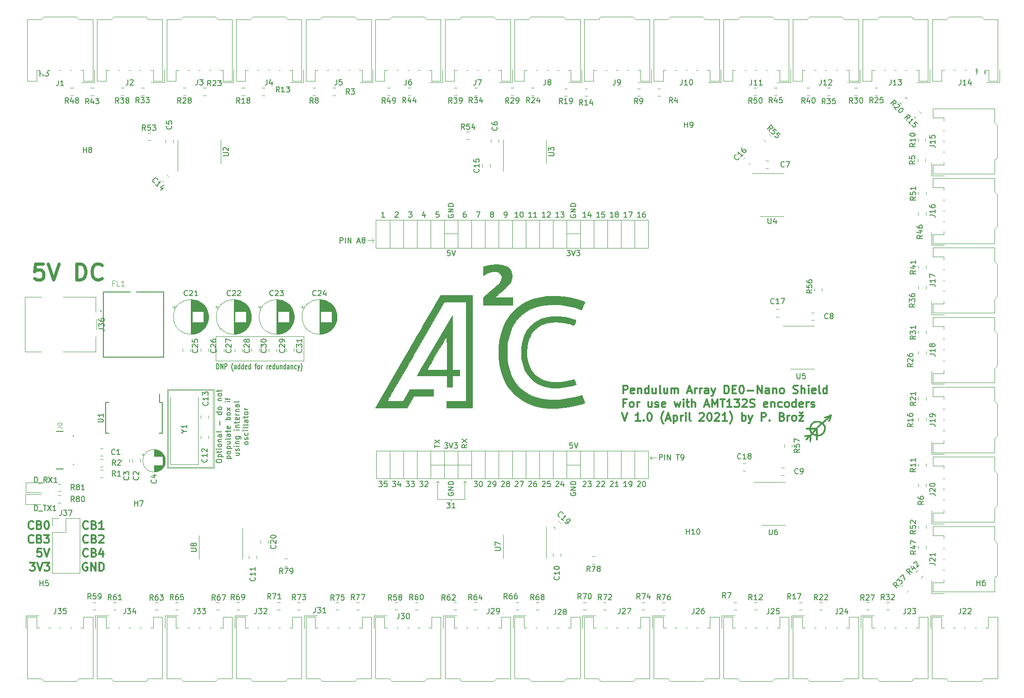
<source format=gto>
G04 #@! TF.GenerationSoftware,KiCad,Pcbnew,(5.1.6)-1*
G04 #@! TF.CreationDate,2021-04-23T16:10:59+02:00*
G04 #@! TF.ProjectId,FK_fpga_shield,464b5f66-7067-4615-9f73-6869656c642e,rev?*
G04 #@! TF.SameCoordinates,Original*
G04 #@! TF.FileFunction,Legend,Top*
G04 #@! TF.FilePolarity,Positive*
%FSLAX46Y46*%
G04 Gerber Fmt 4.6, Leading zero omitted, Abs format (unit mm)*
G04 Created by KiCad (PCBNEW (5.1.6)-1) date 2021-04-23 16:10:59*
%MOMM*%
%LPD*%
G01*
G04 APERTURE LIST*
%ADD10C,0.300000*%
%ADD11C,0.600000*%
%ADD12C,0.120000*%
%ADD13C,0.150000*%
%ADD14C,0.010000*%
%ADD15C,0.200000*%
%ADD16C,0.127000*%
%ADD17C,0.203200*%
%ADD18C,0.015000*%
%ADD19C,3.300000*%
%ADD20C,1.300000*%
%ADD21O,1.300000X1.900000*%
%ADD22O,1.900000X1.300000*%
%ADD23O,1.800000X1.800000*%
%ADD24R,1.800000X1.800000*%
%ADD25R,1.900000X1.900000*%
%ADD26C,1.900000*%
%ADD27C,3.100000*%
%ADD28C,1.700000*%
%ADD29R,1.700000X1.700000*%
%ADD30O,3.600000X2.100000*%
%ADD31O,2.100000X3.400000*%
%ADD32R,2.100000X4.100000*%
%ADD33R,2.100000X4.600000*%
%ADD34R,1.300000X1.300000*%
%ADD35R,0.550000X1.850000*%
%ADD36R,2.600000X1.500000*%
%ADD37R,2.995600X2.995600*%
%ADD38O,1.850000X1.200000*%
G04 APERTURE END LIST*
D10*
X186952142Y-109428571D02*
X186952142Y-107928571D01*
X187523571Y-107928571D01*
X187666428Y-108000000D01*
X187737857Y-108071428D01*
X187809285Y-108214285D01*
X187809285Y-108428571D01*
X187737857Y-108571428D01*
X187666428Y-108642857D01*
X187523571Y-108714285D01*
X186952142Y-108714285D01*
X189023571Y-109357142D02*
X188880714Y-109428571D01*
X188595000Y-109428571D01*
X188452142Y-109357142D01*
X188380714Y-109214285D01*
X188380714Y-108642857D01*
X188452142Y-108500000D01*
X188595000Y-108428571D01*
X188880714Y-108428571D01*
X189023571Y-108500000D01*
X189095000Y-108642857D01*
X189095000Y-108785714D01*
X188380714Y-108928571D01*
X189737857Y-108428571D02*
X189737857Y-109428571D01*
X189737857Y-108571428D02*
X189809285Y-108500000D01*
X189952142Y-108428571D01*
X190166428Y-108428571D01*
X190309285Y-108500000D01*
X190380714Y-108642857D01*
X190380714Y-109428571D01*
X191737857Y-109428571D02*
X191737857Y-107928571D01*
X191737857Y-109357142D02*
X191595000Y-109428571D01*
X191309285Y-109428571D01*
X191166428Y-109357142D01*
X191095000Y-109285714D01*
X191023571Y-109142857D01*
X191023571Y-108714285D01*
X191095000Y-108571428D01*
X191166428Y-108500000D01*
X191309285Y-108428571D01*
X191595000Y-108428571D01*
X191737857Y-108500000D01*
X193095000Y-108428571D02*
X193095000Y-109428571D01*
X192452142Y-108428571D02*
X192452142Y-109214285D01*
X192523571Y-109357142D01*
X192666428Y-109428571D01*
X192880714Y-109428571D01*
X193023571Y-109357142D01*
X193095000Y-109285714D01*
X194023571Y-109428571D02*
X193880714Y-109357142D01*
X193809285Y-109214285D01*
X193809285Y-107928571D01*
X195237857Y-108428571D02*
X195237857Y-109428571D01*
X194595000Y-108428571D02*
X194595000Y-109214285D01*
X194666428Y-109357142D01*
X194809285Y-109428571D01*
X195023571Y-109428571D01*
X195166428Y-109357142D01*
X195237857Y-109285714D01*
X195952142Y-109428571D02*
X195952142Y-108428571D01*
X195952142Y-108571428D02*
X196023571Y-108500000D01*
X196166428Y-108428571D01*
X196380714Y-108428571D01*
X196523571Y-108500000D01*
X196595000Y-108642857D01*
X196595000Y-109428571D01*
X196595000Y-108642857D02*
X196666428Y-108500000D01*
X196809285Y-108428571D01*
X197023571Y-108428571D01*
X197166428Y-108500000D01*
X197237857Y-108642857D01*
X197237857Y-109428571D01*
X199023571Y-109000000D02*
X199737857Y-109000000D01*
X198880714Y-109428571D02*
X199380714Y-107928571D01*
X199880714Y-109428571D01*
X200380714Y-109428571D02*
X200380714Y-108428571D01*
X200380714Y-108714285D02*
X200452142Y-108571428D01*
X200523571Y-108500000D01*
X200666428Y-108428571D01*
X200809285Y-108428571D01*
X201309285Y-109428571D02*
X201309285Y-108428571D01*
X201309285Y-108714285D02*
X201380714Y-108571428D01*
X201452142Y-108500000D01*
X201595000Y-108428571D01*
X201737857Y-108428571D01*
X202880714Y-109428571D02*
X202880714Y-108642857D01*
X202809285Y-108500000D01*
X202666428Y-108428571D01*
X202380714Y-108428571D01*
X202237857Y-108500000D01*
X202880714Y-109357142D02*
X202737857Y-109428571D01*
X202380714Y-109428571D01*
X202237857Y-109357142D01*
X202166428Y-109214285D01*
X202166428Y-109071428D01*
X202237857Y-108928571D01*
X202380714Y-108857142D01*
X202737857Y-108857142D01*
X202880714Y-108785714D01*
X203452142Y-108428571D02*
X203809285Y-109428571D01*
X204166428Y-108428571D02*
X203809285Y-109428571D01*
X203666428Y-109785714D01*
X203595000Y-109857142D01*
X203452142Y-109928571D01*
X205880714Y-109428571D02*
X205880714Y-107928571D01*
X206237857Y-107928571D01*
X206452142Y-108000000D01*
X206595000Y-108142857D01*
X206666428Y-108285714D01*
X206737857Y-108571428D01*
X206737857Y-108785714D01*
X206666428Y-109071428D01*
X206595000Y-109214285D01*
X206452142Y-109357142D01*
X206237857Y-109428571D01*
X205880714Y-109428571D01*
X207380714Y-108642857D02*
X207880714Y-108642857D01*
X208095000Y-109428571D02*
X207380714Y-109428571D01*
X207380714Y-107928571D01*
X208095000Y-107928571D01*
X209023571Y-107928571D02*
X209166428Y-107928571D01*
X209309285Y-108000000D01*
X209380714Y-108071428D01*
X209452142Y-108214285D01*
X209523571Y-108500000D01*
X209523571Y-108857142D01*
X209452142Y-109142857D01*
X209380714Y-109285714D01*
X209309285Y-109357142D01*
X209166428Y-109428571D01*
X209023571Y-109428571D01*
X208880714Y-109357142D01*
X208809285Y-109285714D01*
X208737857Y-109142857D01*
X208666428Y-108857142D01*
X208666428Y-108500000D01*
X208737857Y-108214285D01*
X208809285Y-108071428D01*
X208880714Y-108000000D01*
X209023571Y-107928571D01*
X210166428Y-108857142D02*
X211309285Y-108857142D01*
X212023571Y-109428571D02*
X212023571Y-107928571D01*
X212880714Y-109428571D01*
X212880714Y-107928571D01*
X214237857Y-109428571D02*
X214237857Y-108642857D01*
X214166428Y-108500000D01*
X214023571Y-108428571D01*
X213737857Y-108428571D01*
X213595000Y-108500000D01*
X214237857Y-109357142D02*
X214095000Y-109428571D01*
X213737857Y-109428571D01*
X213595000Y-109357142D01*
X213523571Y-109214285D01*
X213523571Y-109071428D01*
X213595000Y-108928571D01*
X213737857Y-108857142D01*
X214095000Y-108857142D01*
X214237857Y-108785714D01*
X214952142Y-108428571D02*
X214952142Y-109428571D01*
X214952142Y-108571428D02*
X215023571Y-108500000D01*
X215166428Y-108428571D01*
X215380714Y-108428571D01*
X215523571Y-108500000D01*
X215595000Y-108642857D01*
X215595000Y-109428571D01*
X216523571Y-109428571D02*
X216380714Y-109357142D01*
X216309285Y-109285714D01*
X216237857Y-109142857D01*
X216237857Y-108714285D01*
X216309285Y-108571428D01*
X216380714Y-108500000D01*
X216523571Y-108428571D01*
X216737857Y-108428571D01*
X216880714Y-108500000D01*
X216952142Y-108571428D01*
X217023571Y-108714285D01*
X217023571Y-109142857D01*
X216952142Y-109285714D01*
X216880714Y-109357142D01*
X216737857Y-109428571D01*
X216523571Y-109428571D01*
X218737857Y-109357142D02*
X218952142Y-109428571D01*
X219309285Y-109428571D01*
X219452142Y-109357142D01*
X219523571Y-109285714D01*
X219595000Y-109142857D01*
X219595000Y-109000000D01*
X219523571Y-108857142D01*
X219452142Y-108785714D01*
X219309285Y-108714285D01*
X219023571Y-108642857D01*
X218880714Y-108571428D01*
X218809285Y-108500000D01*
X218737857Y-108357142D01*
X218737857Y-108214285D01*
X218809285Y-108071428D01*
X218880714Y-108000000D01*
X219023571Y-107928571D01*
X219380714Y-107928571D01*
X219595000Y-108000000D01*
X220237857Y-109428571D02*
X220237857Y-107928571D01*
X220880714Y-109428571D02*
X220880714Y-108642857D01*
X220809285Y-108500000D01*
X220666428Y-108428571D01*
X220452142Y-108428571D01*
X220309285Y-108500000D01*
X220237857Y-108571428D01*
X221595000Y-109428571D02*
X221595000Y-108428571D01*
X221595000Y-107928571D02*
X221523571Y-108000000D01*
X221595000Y-108071428D01*
X221666428Y-108000000D01*
X221595000Y-107928571D01*
X221595000Y-108071428D01*
X222880714Y-109357142D02*
X222737857Y-109428571D01*
X222452142Y-109428571D01*
X222309285Y-109357142D01*
X222237857Y-109214285D01*
X222237857Y-108642857D01*
X222309285Y-108500000D01*
X222452142Y-108428571D01*
X222737857Y-108428571D01*
X222880714Y-108500000D01*
X222952142Y-108642857D01*
X222952142Y-108785714D01*
X222237857Y-108928571D01*
X223809285Y-109428571D02*
X223666428Y-109357142D01*
X223595000Y-109214285D01*
X223595000Y-107928571D01*
X225023571Y-109428571D02*
X225023571Y-107928571D01*
X225023571Y-109357142D02*
X224880714Y-109428571D01*
X224595000Y-109428571D01*
X224452142Y-109357142D01*
X224380714Y-109285714D01*
X224309285Y-109142857D01*
X224309285Y-108714285D01*
X224380714Y-108571428D01*
X224452142Y-108500000D01*
X224595000Y-108428571D01*
X224880714Y-108428571D01*
X225023571Y-108500000D01*
X187452142Y-111192857D02*
X186952142Y-111192857D01*
X186952142Y-111978571D02*
X186952142Y-110478571D01*
X187666428Y-110478571D01*
X188452142Y-111978571D02*
X188309285Y-111907142D01*
X188237857Y-111835714D01*
X188166428Y-111692857D01*
X188166428Y-111264285D01*
X188237857Y-111121428D01*
X188309285Y-111050000D01*
X188452142Y-110978571D01*
X188666428Y-110978571D01*
X188809285Y-111050000D01*
X188880714Y-111121428D01*
X188952142Y-111264285D01*
X188952142Y-111692857D01*
X188880714Y-111835714D01*
X188809285Y-111907142D01*
X188666428Y-111978571D01*
X188452142Y-111978571D01*
X189595000Y-111978571D02*
X189595000Y-110978571D01*
X189595000Y-111264285D02*
X189666428Y-111121428D01*
X189737857Y-111050000D01*
X189880714Y-110978571D01*
X190023571Y-110978571D01*
X192309285Y-110978571D02*
X192309285Y-111978571D01*
X191666428Y-110978571D02*
X191666428Y-111764285D01*
X191737857Y-111907142D01*
X191880714Y-111978571D01*
X192095000Y-111978571D01*
X192237857Y-111907142D01*
X192309285Y-111835714D01*
X192952142Y-111907142D02*
X193095000Y-111978571D01*
X193380714Y-111978571D01*
X193523571Y-111907142D01*
X193595000Y-111764285D01*
X193595000Y-111692857D01*
X193523571Y-111550000D01*
X193380714Y-111478571D01*
X193166428Y-111478571D01*
X193023571Y-111407142D01*
X192952142Y-111264285D01*
X192952142Y-111192857D01*
X193023571Y-111050000D01*
X193166428Y-110978571D01*
X193380714Y-110978571D01*
X193523571Y-111050000D01*
X194809285Y-111907142D02*
X194666428Y-111978571D01*
X194380714Y-111978571D01*
X194237857Y-111907142D01*
X194166428Y-111764285D01*
X194166428Y-111192857D01*
X194237857Y-111050000D01*
X194380714Y-110978571D01*
X194666428Y-110978571D01*
X194809285Y-111050000D01*
X194880714Y-111192857D01*
X194880714Y-111335714D01*
X194166428Y-111478571D01*
X196523571Y-110978571D02*
X196809285Y-111978571D01*
X197095000Y-111264285D01*
X197380714Y-111978571D01*
X197666428Y-110978571D01*
X198237857Y-111978571D02*
X198237857Y-110978571D01*
X198237857Y-110478571D02*
X198166428Y-110550000D01*
X198237857Y-110621428D01*
X198309285Y-110550000D01*
X198237857Y-110478571D01*
X198237857Y-110621428D01*
X198737857Y-110978571D02*
X199309285Y-110978571D01*
X198952142Y-110478571D02*
X198952142Y-111764285D01*
X199023571Y-111907142D01*
X199166428Y-111978571D01*
X199309285Y-111978571D01*
X199809285Y-111978571D02*
X199809285Y-110478571D01*
X200452142Y-111978571D02*
X200452142Y-111192857D01*
X200380714Y-111050000D01*
X200237857Y-110978571D01*
X200023571Y-110978571D01*
X199880714Y-111050000D01*
X199809285Y-111121428D01*
X202237857Y-111550000D02*
X202952142Y-111550000D01*
X202095000Y-111978571D02*
X202595000Y-110478571D01*
X203095000Y-111978571D01*
X203595000Y-111978571D02*
X203595000Y-110478571D01*
X204095000Y-111550000D01*
X204595000Y-110478571D01*
X204595000Y-111978571D01*
X205095000Y-110478571D02*
X205952142Y-110478571D01*
X205523571Y-111978571D02*
X205523571Y-110478571D01*
X207237857Y-111978571D02*
X206380714Y-111978571D01*
X206809285Y-111978571D02*
X206809285Y-110478571D01*
X206666428Y-110692857D01*
X206523571Y-110835714D01*
X206380714Y-110907142D01*
X207737857Y-110478571D02*
X208666428Y-110478571D01*
X208166428Y-111050000D01*
X208380714Y-111050000D01*
X208523571Y-111121428D01*
X208595000Y-111192857D01*
X208666428Y-111335714D01*
X208666428Y-111692857D01*
X208595000Y-111835714D01*
X208523571Y-111907142D01*
X208380714Y-111978571D01*
X207952142Y-111978571D01*
X207809285Y-111907142D01*
X207737857Y-111835714D01*
X209237857Y-110621428D02*
X209309285Y-110550000D01*
X209452142Y-110478571D01*
X209809285Y-110478571D01*
X209952142Y-110550000D01*
X210023571Y-110621428D01*
X210095000Y-110764285D01*
X210095000Y-110907142D01*
X210023571Y-111121428D01*
X209166428Y-111978571D01*
X210095000Y-111978571D01*
X210666428Y-111907142D02*
X210880714Y-111978571D01*
X211237857Y-111978571D01*
X211380714Y-111907142D01*
X211452142Y-111835714D01*
X211523571Y-111692857D01*
X211523571Y-111550000D01*
X211452142Y-111407142D01*
X211380714Y-111335714D01*
X211237857Y-111264285D01*
X210952142Y-111192857D01*
X210809285Y-111121428D01*
X210737857Y-111050000D01*
X210666428Y-110907142D01*
X210666428Y-110764285D01*
X210737857Y-110621428D01*
X210809285Y-110550000D01*
X210952142Y-110478571D01*
X211309285Y-110478571D01*
X211523571Y-110550000D01*
X213880714Y-111907142D02*
X213737857Y-111978571D01*
X213452142Y-111978571D01*
X213309285Y-111907142D01*
X213237857Y-111764285D01*
X213237857Y-111192857D01*
X213309285Y-111050000D01*
X213452142Y-110978571D01*
X213737857Y-110978571D01*
X213880714Y-111050000D01*
X213952142Y-111192857D01*
X213952142Y-111335714D01*
X213237857Y-111478571D01*
X214595000Y-110978571D02*
X214595000Y-111978571D01*
X214595000Y-111121428D02*
X214666428Y-111050000D01*
X214809285Y-110978571D01*
X215023571Y-110978571D01*
X215166428Y-111050000D01*
X215237857Y-111192857D01*
X215237857Y-111978571D01*
X216595000Y-111907142D02*
X216452142Y-111978571D01*
X216166428Y-111978571D01*
X216023571Y-111907142D01*
X215952142Y-111835714D01*
X215880714Y-111692857D01*
X215880714Y-111264285D01*
X215952142Y-111121428D01*
X216023571Y-111050000D01*
X216166428Y-110978571D01*
X216452142Y-110978571D01*
X216595000Y-111050000D01*
X217452142Y-111978571D02*
X217309285Y-111907142D01*
X217237857Y-111835714D01*
X217166428Y-111692857D01*
X217166428Y-111264285D01*
X217237857Y-111121428D01*
X217309285Y-111050000D01*
X217452142Y-110978571D01*
X217666428Y-110978571D01*
X217809285Y-111050000D01*
X217880714Y-111121428D01*
X217952142Y-111264285D01*
X217952142Y-111692857D01*
X217880714Y-111835714D01*
X217809285Y-111907142D01*
X217666428Y-111978571D01*
X217452142Y-111978571D01*
X219237857Y-111978571D02*
X219237857Y-110478571D01*
X219237857Y-111907142D02*
X219095000Y-111978571D01*
X218809285Y-111978571D01*
X218666428Y-111907142D01*
X218595000Y-111835714D01*
X218523571Y-111692857D01*
X218523571Y-111264285D01*
X218595000Y-111121428D01*
X218666428Y-111050000D01*
X218809285Y-110978571D01*
X219095000Y-110978571D01*
X219237857Y-111050000D01*
X220523571Y-111907142D02*
X220380714Y-111978571D01*
X220095000Y-111978571D01*
X219952142Y-111907142D01*
X219880714Y-111764285D01*
X219880714Y-111192857D01*
X219952142Y-111050000D01*
X220095000Y-110978571D01*
X220380714Y-110978571D01*
X220523571Y-111050000D01*
X220595000Y-111192857D01*
X220595000Y-111335714D01*
X219880714Y-111478571D01*
X221237857Y-111978571D02*
X221237857Y-110978571D01*
X221237857Y-111264285D02*
X221309285Y-111121428D01*
X221380714Y-111050000D01*
X221523571Y-110978571D01*
X221666428Y-110978571D01*
X222095000Y-111907142D02*
X222237857Y-111978571D01*
X222523571Y-111978571D01*
X222666428Y-111907142D01*
X222737857Y-111764285D01*
X222737857Y-111692857D01*
X222666428Y-111550000D01*
X222523571Y-111478571D01*
X222309285Y-111478571D01*
X222166428Y-111407142D01*
X222095000Y-111264285D01*
X222095000Y-111192857D01*
X222166428Y-111050000D01*
X222309285Y-110978571D01*
X222523571Y-110978571D01*
X222666428Y-111050000D01*
X186737857Y-113028571D02*
X187237857Y-114528571D01*
X187737857Y-113028571D01*
X190166428Y-114528571D02*
X189309285Y-114528571D01*
X189737857Y-114528571D02*
X189737857Y-113028571D01*
X189595000Y-113242857D01*
X189452142Y-113385714D01*
X189309285Y-113457142D01*
X190809285Y-114385714D02*
X190880714Y-114457142D01*
X190809285Y-114528571D01*
X190737857Y-114457142D01*
X190809285Y-114385714D01*
X190809285Y-114528571D01*
X191809285Y-113028571D02*
X191952142Y-113028571D01*
X192095000Y-113100000D01*
X192166428Y-113171428D01*
X192237857Y-113314285D01*
X192309285Y-113600000D01*
X192309285Y-113957142D01*
X192237857Y-114242857D01*
X192166428Y-114385714D01*
X192095000Y-114457142D01*
X191952142Y-114528571D01*
X191809285Y-114528571D01*
X191666428Y-114457142D01*
X191595000Y-114385714D01*
X191523571Y-114242857D01*
X191452142Y-113957142D01*
X191452142Y-113600000D01*
X191523571Y-113314285D01*
X191595000Y-113171428D01*
X191666428Y-113100000D01*
X191809285Y-113028571D01*
X194523571Y-115100000D02*
X194452142Y-115028571D01*
X194309285Y-114814285D01*
X194237857Y-114671428D01*
X194166428Y-114457142D01*
X194095000Y-114100000D01*
X194095000Y-113814285D01*
X194166428Y-113457142D01*
X194237857Y-113242857D01*
X194309285Y-113100000D01*
X194452142Y-112885714D01*
X194523571Y-112814285D01*
X195023571Y-114100000D02*
X195737857Y-114100000D01*
X194880714Y-114528571D02*
X195380714Y-113028571D01*
X195880714Y-114528571D01*
X196380714Y-113528571D02*
X196380714Y-115028571D01*
X196380714Y-113600000D02*
X196523571Y-113528571D01*
X196809285Y-113528571D01*
X196952142Y-113600000D01*
X197023571Y-113671428D01*
X197095000Y-113814285D01*
X197095000Y-114242857D01*
X197023571Y-114385714D01*
X196952142Y-114457142D01*
X196809285Y-114528571D01*
X196523571Y-114528571D01*
X196380714Y-114457142D01*
X197737857Y-114528571D02*
X197737857Y-113528571D01*
X197737857Y-113814285D02*
X197809285Y-113671428D01*
X197880714Y-113600000D01*
X198023571Y-113528571D01*
X198166428Y-113528571D01*
X198666428Y-114528571D02*
X198666428Y-113528571D01*
X198666428Y-113028571D02*
X198595000Y-113100000D01*
X198666428Y-113171428D01*
X198737857Y-113100000D01*
X198666428Y-113028571D01*
X198666428Y-113171428D01*
X199595000Y-114528571D02*
X199452142Y-114457142D01*
X199380714Y-114314285D01*
X199380714Y-113028571D01*
X201237857Y-113171428D02*
X201309285Y-113100000D01*
X201452142Y-113028571D01*
X201809285Y-113028571D01*
X201952142Y-113100000D01*
X202023571Y-113171428D01*
X202095000Y-113314285D01*
X202095000Y-113457142D01*
X202023571Y-113671428D01*
X201166428Y-114528571D01*
X202095000Y-114528571D01*
X203023571Y-113028571D02*
X203166428Y-113028571D01*
X203309285Y-113100000D01*
X203380714Y-113171428D01*
X203452142Y-113314285D01*
X203523571Y-113600000D01*
X203523571Y-113957142D01*
X203452142Y-114242857D01*
X203380714Y-114385714D01*
X203309285Y-114457142D01*
X203166428Y-114528571D01*
X203023571Y-114528571D01*
X202880714Y-114457142D01*
X202809285Y-114385714D01*
X202737857Y-114242857D01*
X202666428Y-113957142D01*
X202666428Y-113600000D01*
X202737857Y-113314285D01*
X202809285Y-113171428D01*
X202880714Y-113100000D01*
X203023571Y-113028571D01*
X204095000Y-113171428D02*
X204166428Y-113100000D01*
X204309285Y-113028571D01*
X204666428Y-113028571D01*
X204809285Y-113100000D01*
X204880714Y-113171428D01*
X204952142Y-113314285D01*
X204952142Y-113457142D01*
X204880714Y-113671428D01*
X204023571Y-114528571D01*
X204952142Y-114528571D01*
X206380714Y-114528571D02*
X205523571Y-114528571D01*
X205952142Y-114528571D02*
X205952142Y-113028571D01*
X205809285Y-113242857D01*
X205666428Y-113385714D01*
X205523571Y-113457142D01*
X206880714Y-115100000D02*
X206952142Y-115028571D01*
X207095000Y-114814285D01*
X207166428Y-114671428D01*
X207237857Y-114457142D01*
X207309285Y-114100000D01*
X207309285Y-113814285D01*
X207237857Y-113457142D01*
X207166428Y-113242857D01*
X207095000Y-113100000D01*
X206952142Y-112885714D01*
X206880714Y-112814285D01*
X209166428Y-114528571D02*
X209166428Y-113028571D01*
X209166428Y-113600000D02*
X209309285Y-113528571D01*
X209595000Y-113528571D01*
X209737857Y-113600000D01*
X209809285Y-113671428D01*
X209880714Y-113814285D01*
X209880714Y-114242857D01*
X209809285Y-114385714D01*
X209737857Y-114457142D01*
X209595000Y-114528571D01*
X209309285Y-114528571D01*
X209166428Y-114457142D01*
X210380714Y-113528571D02*
X210737857Y-114528571D01*
X211095000Y-113528571D02*
X210737857Y-114528571D01*
X210595000Y-114885714D01*
X210523571Y-114957142D01*
X210380714Y-115028571D01*
X212809285Y-114528571D02*
X212809285Y-113028571D01*
X213380714Y-113028571D01*
X213523571Y-113100000D01*
X213595000Y-113171428D01*
X213666428Y-113314285D01*
X213666428Y-113528571D01*
X213595000Y-113671428D01*
X213523571Y-113742857D01*
X213380714Y-113814285D01*
X212809285Y-113814285D01*
X214309285Y-114385714D02*
X214380714Y-114457142D01*
X214309285Y-114528571D01*
X214237857Y-114457142D01*
X214309285Y-114385714D01*
X214309285Y-114528571D01*
X216666428Y-113742857D02*
X216880714Y-113814285D01*
X216952142Y-113885714D01*
X217023571Y-114028571D01*
X217023571Y-114242857D01*
X216952142Y-114385714D01*
X216880714Y-114457142D01*
X216737857Y-114528571D01*
X216166428Y-114528571D01*
X216166428Y-113028571D01*
X216666428Y-113028571D01*
X216809285Y-113100000D01*
X216880714Y-113171428D01*
X216952142Y-113314285D01*
X216952142Y-113457142D01*
X216880714Y-113600000D01*
X216809285Y-113671428D01*
X216666428Y-113742857D01*
X216166428Y-113742857D01*
X217666428Y-114528571D02*
X217666428Y-113528571D01*
X217666428Y-113814285D02*
X217737857Y-113671428D01*
X217809285Y-113600000D01*
X217952142Y-113528571D01*
X218095000Y-113528571D01*
X218809285Y-114528571D02*
X218666428Y-114457142D01*
X218595000Y-114385714D01*
X218523571Y-114242857D01*
X218523571Y-113814285D01*
X218595000Y-113671428D01*
X218666428Y-113600000D01*
X218809285Y-113528571D01*
X219023571Y-113528571D01*
X219166428Y-113600000D01*
X219237857Y-113671428D01*
X219309285Y-113814285D01*
X219309285Y-114242857D01*
X219237857Y-114385714D01*
X219166428Y-114457142D01*
X219023571Y-114528571D01*
X218809285Y-114528571D01*
X219809285Y-113528571D02*
X220595000Y-113528571D01*
X219809285Y-114528571D01*
X220595000Y-114528571D01*
X219952142Y-112957142D02*
X220237857Y-113171428D01*
X220523571Y-112957142D01*
D11*
X78585714Y-85157142D02*
X77157142Y-85157142D01*
X77014285Y-86585714D01*
X77157142Y-86442857D01*
X77442857Y-86300000D01*
X78157142Y-86300000D01*
X78442857Y-86442857D01*
X78585714Y-86585714D01*
X78728571Y-86871428D01*
X78728571Y-87585714D01*
X78585714Y-87871428D01*
X78442857Y-88014285D01*
X78157142Y-88157142D01*
X77442857Y-88157142D01*
X77157142Y-88014285D01*
X77014285Y-87871428D01*
X79585714Y-85157142D02*
X80585714Y-88157142D01*
X81585714Y-85157142D01*
X84871428Y-88157142D02*
X84871428Y-85157142D01*
X85585714Y-85157142D01*
X86014285Y-85300000D01*
X86300000Y-85585714D01*
X86442857Y-85871428D01*
X86585714Y-86442857D01*
X86585714Y-86871428D01*
X86442857Y-87442857D01*
X86300000Y-87728571D01*
X86014285Y-88014285D01*
X85585714Y-88157142D01*
X84871428Y-88157142D01*
X89585714Y-87871428D02*
X89442857Y-88014285D01*
X89014285Y-88157142D01*
X88728571Y-88157142D01*
X88300000Y-88014285D01*
X88014285Y-87728571D01*
X87871428Y-87442857D01*
X87728571Y-86871428D01*
X87728571Y-86442857D01*
X87871428Y-85871428D01*
X88014285Y-85585714D01*
X88300000Y-85300000D01*
X88728571Y-85157142D01*
X89014285Y-85157142D01*
X89442857Y-85300000D01*
X89585714Y-85442857D01*
D10*
X86857142Y-141150000D02*
X86714285Y-141078571D01*
X86500000Y-141078571D01*
X86285714Y-141150000D01*
X86142857Y-141292857D01*
X86071428Y-141435714D01*
X86000000Y-141721428D01*
X86000000Y-141935714D01*
X86071428Y-142221428D01*
X86142857Y-142364285D01*
X86285714Y-142507142D01*
X86500000Y-142578571D01*
X86642857Y-142578571D01*
X86857142Y-142507142D01*
X86928571Y-142435714D01*
X86928571Y-141935714D01*
X86642857Y-141935714D01*
X87571428Y-142578571D02*
X87571428Y-141078571D01*
X88428571Y-142578571D01*
X88428571Y-141078571D01*
X89142857Y-142578571D02*
X89142857Y-141078571D01*
X89500000Y-141078571D01*
X89714285Y-141150000D01*
X89857142Y-141292857D01*
X89928571Y-141435714D01*
X90000000Y-141721428D01*
X90000000Y-141935714D01*
X89928571Y-142221428D01*
X89857142Y-142364285D01*
X89714285Y-142507142D01*
X89500000Y-142578571D01*
X89142857Y-142578571D01*
X76142857Y-141078571D02*
X77071428Y-141078571D01*
X76571428Y-141650000D01*
X76785714Y-141650000D01*
X76928571Y-141721428D01*
X77000000Y-141792857D01*
X77071428Y-141935714D01*
X77071428Y-142292857D01*
X77000000Y-142435714D01*
X76928571Y-142507142D01*
X76785714Y-142578571D01*
X76357142Y-142578571D01*
X76214285Y-142507142D01*
X76142857Y-142435714D01*
X77500000Y-141078571D02*
X78000000Y-142578571D01*
X78500000Y-141078571D01*
X78857142Y-141078571D02*
X79785714Y-141078571D01*
X79285714Y-141650000D01*
X79500000Y-141650000D01*
X79642857Y-141721428D01*
X79714285Y-141792857D01*
X79785714Y-141935714D01*
X79785714Y-142292857D01*
X79714285Y-142435714D01*
X79642857Y-142507142D01*
X79500000Y-142578571D01*
X79071428Y-142578571D01*
X78928571Y-142507142D01*
X78857142Y-142435714D01*
X78314285Y-138478571D02*
X77600000Y-138478571D01*
X77528571Y-139192857D01*
X77600000Y-139121428D01*
X77742857Y-139050000D01*
X78100000Y-139050000D01*
X78242857Y-139121428D01*
X78314285Y-139192857D01*
X78385714Y-139335714D01*
X78385714Y-139692857D01*
X78314285Y-139835714D01*
X78242857Y-139907142D01*
X78100000Y-139978571D01*
X77742857Y-139978571D01*
X77600000Y-139907142D01*
X77528571Y-139835714D01*
X78814285Y-138478571D02*
X79314285Y-139978571D01*
X79814285Y-138478571D01*
X87000000Y-139835714D02*
X86928571Y-139907142D01*
X86714285Y-139978571D01*
X86571428Y-139978571D01*
X86357142Y-139907142D01*
X86214285Y-139764285D01*
X86142857Y-139621428D01*
X86071428Y-139335714D01*
X86071428Y-139121428D01*
X86142857Y-138835714D01*
X86214285Y-138692857D01*
X86357142Y-138550000D01*
X86571428Y-138478571D01*
X86714285Y-138478571D01*
X86928571Y-138550000D01*
X87000000Y-138621428D01*
X88142857Y-139192857D02*
X88357142Y-139264285D01*
X88428571Y-139335714D01*
X88500000Y-139478571D01*
X88500000Y-139692857D01*
X88428571Y-139835714D01*
X88357142Y-139907142D01*
X88214285Y-139978571D01*
X87642857Y-139978571D01*
X87642857Y-138478571D01*
X88142857Y-138478571D01*
X88285714Y-138550000D01*
X88357142Y-138621428D01*
X88428571Y-138764285D01*
X88428571Y-138907142D01*
X88357142Y-139050000D01*
X88285714Y-139121428D01*
X88142857Y-139192857D01*
X87642857Y-139192857D01*
X89785714Y-138978571D02*
X89785714Y-139978571D01*
X89428571Y-138407142D02*
X89071428Y-139478571D01*
X90000000Y-139478571D01*
X87000000Y-137235714D02*
X86928571Y-137307142D01*
X86714285Y-137378571D01*
X86571428Y-137378571D01*
X86357142Y-137307142D01*
X86214285Y-137164285D01*
X86142857Y-137021428D01*
X86071428Y-136735714D01*
X86071428Y-136521428D01*
X86142857Y-136235714D01*
X86214285Y-136092857D01*
X86357142Y-135950000D01*
X86571428Y-135878571D01*
X86714285Y-135878571D01*
X86928571Y-135950000D01*
X87000000Y-136021428D01*
X88142857Y-136592857D02*
X88357142Y-136664285D01*
X88428571Y-136735714D01*
X88500000Y-136878571D01*
X88500000Y-137092857D01*
X88428571Y-137235714D01*
X88357142Y-137307142D01*
X88214285Y-137378571D01*
X87642857Y-137378571D01*
X87642857Y-135878571D01*
X88142857Y-135878571D01*
X88285714Y-135950000D01*
X88357142Y-136021428D01*
X88428571Y-136164285D01*
X88428571Y-136307142D01*
X88357142Y-136450000D01*
X88285714Y-136521428D01*
X88142857Y-136592857D01*
X87642857Y-136592857D01*
X89071428Y-136021428D02*
X89142857Y-135950000D01*
X89285714Y-135878571D01*
X89642857Y-135878571D01*
X89785714Y-135950000D01*
X89857142Y-136021428D01*
X89928571Y-136164285D01*
X89928571Y-136307142D01*
X89857142Y-136521428D01*
X89000000Y-137378571D01*
X89928571Y-137378571D01*
X76800000Y-137235714D02*
X76728571Y-137307142D01*
X76514285Y-137378571D01*
X76371428Y-137378571D01*
X76157142Y-137307142D01*
X76014285Y-137164285D01*
X75942857Y-137021428D01*
X75871428Y-136735714D01*
X75871428Y-136521428D01*
X75942857Y-136235714D01*
X76014285Y-136092857D01*
X76157142Y-135950000D01*
X76371428Y-135878571D01*
X76514285Y-135878571D01*
X76728571Y-135950000D01*
X76800000Y-136021428D01*
X77942857Y-136592857D02*
X78157142Y-136664285D01*
X78228571Y-136735714D01*
X78300000Y-136878571D01*
X78300000Y-137092857D01*
X78228571Y-137235714D01*
X78157142Y-137307142D01*
X78014285Y-137378571D01*
X77442857Y-137378571D01*
X77442857Y-135878571D01*
X77942857Y-135878571D01*
X78085714Y-135950000D01*
X78157142Y-136021428D01*
X78228571Y-136164285D01*
X78228571Y-136307142D01*
X78157142Y-136450000D01*
X78085714Y-136521428D01*
X77942857Y-136592857D01*
X77442857Y-136592857D01*
X78800000Y-135878571D02*
X79728571Y-135878571D01*
X79228571Y-136450000D01*
X79442857Y-136450000D01*
X79585714Y-136521428D01*
X79657142Y-136592857D01*
X79728571Y-136735714D01*
X79728571Y-137092857D01*
X79657142Y-137235714D01*
X79585714Y-137307142D01*
X79442857Y-137378571D01*
X79014285Y-137378571D01*
X78871428Y-137307142D01*
X78800000Y-137235714D01*
X87000000Y-134635714D02*
X86928571Y-134707142D01*
X86714285Y-134778571D01*
X86571428Y-134778571D01*
X86357142Y-134707142D01*
X86214285Y-134564285D01*
X86142857Y-134421428D01*
X86071428Y-134135714D01*
X86071428Y-133921428D01*
X86142857Y-133635714D01*
X86214285Y-133492857D01*
X86357142Y-133350000D01*
X86571428Y-133278571D01*
X86714285Y-133278571D01*
X86928571Y-133350000D01*
X87000000Y-133421428D01*
X88142857Y-133992857D02*
X88357142Y-134064285D01*
X88428571Y-134135714D01*
X88500000Y-134278571D01*
X88500000Y-134492857D01*
X88428571Y-134635714D01*
X88357142Y-134707142D01*
X88214285Y-134778571D01*
X87642857Y-134778571D01*
X87642857Y-133278571D01*
X88142857Y-133278571D01*
X88285714Y-133350000D01*
X88357142Y-133421428D01*
X88428571Y-133564285D01*
X88428571Y-133707142D01*
X88357142Y-133850000D01*
X88285714Y-133921428D01*
X88142857Y-133992857D01*
X87642857Y-133992857D01*
X89928571Y-134778571D02*
X89071428Y-134778571D01*
X89500000Y-134778571D02*
X89500000Y-133278571D01*
X89357142Y-133492857D01*
X89214285Y-133635714D01*
X89071428Y-133707142D01*
X76800000Y-134635714D02*
X76728571Y-134707142D01*
X76514285Y-134778571D01*
X76371428Y-134778571D01*
X76157142Y-134707142D01*
X76014285Y-134564285D01*
X75942857Y-134421428D01*
X75871428Y-134135714D01*
X75871428Y-133921428D01*
X75942857Y-133635714D01*
X76014285Y-133492857D01*
X76157142Y-133350000D01*
X76371428Y-133278571D01*
X76514285Y-133278571D01*
X76728571Y-133350000D01*
X76800000Y-133421428D01*
X77942857Y-133992857D02*
X78157142Y-134064285D01*
X78228571Y-134135714D01*
X78300000Y-134278571D01*
X78300000Y-134492857D01*
X78228571Y-134635714D01*
X78157142Y-134707142D01*
X78014285Y-134778571D01*
X77442857Y-134778571D01*
X77442857Y-133278571D01*
X77942857Y-133278571D01*
X78085714Y-133350000D01*
X78157142Y-133421428D01*
X78228571Y-133564285D01*
X78228571Y-133707142D01*
X78157142Y-133850000D01*
X78085714Y-133921428D01*
X77942857Y-133992857D01*
X77442857Y-133992857D01*
X79228571Y-133278571D02*
X79371428Y-133278571D01*
X79514285Y-133350000D01*
X79585714Y-133421428D01*
X79657142Y-133564285D01*
X79728571Y-133850000D01*
X79728571Y-134207142D01*
X79657142Y-134492857D01*
X79585714Y-134635714D01*
X79514285Y-134707142D01*
X79371428Y-134778571D01*
X79228571Y-134778571D01*
X79085714Y-134707142D01*
X79014285Y-134635714D01*
X78942857Y-134492857D01*
X78871428Y-134207142D01*
X78871428Y-133850000D01*
X78942857Y-133564285D01*
X79014285Y-133421428D01*
X79085714Y-133350000D01*
X79228571Y-133278571D01*
D12*
X156100000Y-79550000D02*
X153560000Y-79550000D01*
X178960000Y-79550000D02*
X176420000Y-79550000D01*
D13*
X157822380Y-118966666D02*
X157346190Y-119300000D01*
X157822380Y-119538095D02*
X156822380Y-119538095D01*
X156822380Y-119157142D01*
X156870000Y-119061904D01*
X156917619Y-119014285D01*
X157012857Y-118966666D01*
X157155714Y-118966666D01*
X157250952Y-119014285D01*
X157298571Y-119061904D01*
X157346190Y-119157142D01*
X157346190Y-119538095D01*
X156822380Y-118633333D02*
X157822380Y-117966666D01*
X156822380Y-117966666D02*
X157822380Y-118633333D01*
X151742380Y-119561904D02*
X151742380Y-118990476D01*
X152742380Y-119276190D02*
X151742380Y-119276190D01*
X151742380Y-118752380D02*
X152742380Y-118085714D01*
X151742380Y-118085714D02*
X152742380Y-118752380D01*
D12*
X154830000Y-129200000D02*
X154830000Y-129600000D01*
X157400000Y-125800000D02*
X157700000Y-126100000D01*
X157400000Y-125800000D02*
X157100000Y-126100000D01*
X152300000Y-125800000D02*
X152000000Y-126100000D01*
X152300000Y-125800000D02*
X152600000Y-126100000D01*
X157400000Y-129200000D02*
X157400000Y-125800000D01*
X154830000Y-129200000D02*
X157370000Y-129200000D01*
X152300000Y-129200000D02*
X152300000Y-125800000D01*
X154830000Y-129200000D02*
X152300000Y-129200000D01*
X156100000Y-122750000D02*
X158640000Y-122750000D01*
X153560000Y-122750000D02*
X151020000Y-122750000D01*
D13*
X193738095Y-121852380D02*
X193738095Y-120852380D01*
X194119047Y-120852380D01*
X194214285Y-120900000D01*
X194261904Y-120947619D01*
X194309523Y-121042857D01*
X194309523Y-121185714D01*
X194261904Y-121280952D01*
X194214285Y-121328571D01*
X194119047Y-121376190D01*
X193738095Y-121376190D01*
X194738095Y-121852380D02*
X194738095Y-120852380D01*
X195214285Y-121852380D02*
X195214285Y-120852380D01*
X195785714Y-121852380D01*
X195785714Y-120852380D01*
X196880952Y-120852380D02*
X197452380Y-120852380D01*
X197166666Y-121852380D02*
X197166666Y-120852380D01*
X197833333Y-121852380D02*
X198023809Y-121852380D01*
X198119047Y-121804761D01*
X198166666Y-121757142D01*
X198261904Y-121614285D01*
X198309523Y-121423809D01*
X198309523Y-121042857D01*
X198261904Y-120947619D01*
X198214285Y-120900000D01*
X198119047Y-120852380D01*
X197928571Y-120852380D01*
X197833333Y-120900000D01*
X197785714Y-120947619D01*
X197738095Y-121042857D01*
X197738095Y-121280952D01*
X197785714Y-121376190D01*
X197833333Y-121423809D01*
X197928571Y-121471428D01*
X198119047Y-121471428D01*
X198214285Y-121423809D01*
X198261904Y-121376190D01*
X198309523Y-121280952D01*
D12*
X192000000Y-121400000D02*
X192400000Y-121800000D01*
X193200000Y-121400000D02*
X192000000Y-121400000D01*
X192000000Y-121400000D02*
X192400000Y-121000000D01*
X140400000Y-80800000D02*
X140000000Y-81200000D01*
X140400000Y-80800000D02*
X140000000Y-80400000D01*
X139200000Y-80800000D02*
X140400000Y-80800000D01*
D13*
X134090476Y-81252380D02*
X134090476Y-80252380D01*
X134471428Y-80252380D01*
X134566666Y-80300000D01*
X134614285Y-80347619D01*
X134661904Y-80442857D01*
X134661904Y-80585714D01*
X134614285Y-80680952D01*
X134566666Y-80728571D01*
X134471428Y-80776190D01*
X134090476Y-80776190D01*
X135090476Y-81252380D02*
X135090476Y-80252380D01*
X135566666Y-81252380D02*
X135566666Y-80252380D01*
X136138095Y-81252380D01*
X136138095Y-80252380D01*
X137328571Y-80966666D02*
X137804761Y-80966666D01*
X137233333Y-81252380D02*
X137566666Y-80252380D01*
X137900000Y-81252380D01*
X138376190Y-80680952D02*
X138280952Y-80633333D01*
X138233333Y-80585714D01*
X138185714Y-80490476D01*
X138185714Y-80442857D01*
X138233333Y-80347619D01*
X138280952Y-80300000D01*
X138376190Y-80252380D01*
X138566666Y-80252380D01*
X138661904Y-80300000D01*
X138709523Y-80347619D01*
X138757142Y-80442857D01*
X138757142Y-80490476D01*
X138709523Y-80585714D01*
X138661904Y-80633333D01*
X138566666Y-80680952D01*
X138376190Y-80680952D01*
X138280952Y-80728571D01*
X138233333Y-80776190D01*
X138185714Y-80871428D01*
X138185714Y-81061904D01*
X138233333Y-81157142D01*
X138280952Y-81204761D01*
X138376190Y-81252380D01*
X138566666Y-81252380D01*
X138661904Y-81204761D01*
X138709523Y-81157142D01*
X138757142Y-81061904D01*
X138757142Y-80871428D01*
X138709523Y-80776190D01*
X138661904Y-80728571D01*
X138566666Y-80680952D01*
D12*
X143400000Y-120150000D02*
X143400000Y-125350000D01*
D13*
X153591904Y-118652380D02*
X154210952Y-118652380D01*
X153877619Y-119033333D01*
X154020476Y-119033333D01*
X154115714Y-119080952D01*
X154163333Y-119128571D01*
X154210952Y-119223809D01*
X154210952Y-119461904D01*
X154163333Y-119557142D01*
X154115714Y-119604761D01*
X154020476Y-119652380D01*
X153734761Y-119652380D01*
X153639523Y-119604761D01*
X153591904Y-119557142D01*
X154496666Y-118652380D02*
X154830000Y-119652380D01*
X155163333Y-118652380D01*
X155401428Y-118652380D02*
X156020476Y-118652380D01*
X155687142Y-119033333D01*
X155830000Y-119033333D01*
X155925238Y-119080952D01*
X155972857Y-119128571D01*
X156020476Y-119223809D01*
X156020476Y-119461904D01*
X155972857Y-119557142D01*
X155925238Y-119604761D01*
X155830000Y-119652380D01*
X155544285Y-119652380D01*
X155449047Y-119604761D01*
X155401428Y-119557142D01*
X177499523Y-118652380D02*
X177023333Y-118652380D01*
X176975714Y-119128571D01*
X177023333Y-119080952D01*
X177118571Y-119033333D01*
X177356666Y-119033333D01*
X177451904Y-119080952D01*
X177499523Y-119128571D01*
X177547142Y-119223809D01*
X177547142Y-119461904D01*
X177499523Y-119557142D01*
X177451904Y-119604761D01*
X177356666Y-119652380D01*
X177118571Y-119652380D01*
X177023333Y-119604761D01*
X176975714Y-119557142D01*
X177832857Y-118652380D02*
X178166190Y-119652380D01*
X178499523Y-118652380D01*
X176451904Y-82652380D02*
X177070952Y-82652380D01*
X176737619Y-83033333D01*
X176880476Y-83033333D01*
X176975714Y-83080952D01*
X177023333Y-83128571D01*
X177070952Y-83223809D01*
X177070952Y-83461904D01*
X177023333Y-83557142D01*
X176975714Y-83604761D01*
X176880476Y-83652380D01*
X176594761Y-83652380D01*
X176499523Y-83604761D01*
X176451904Y-83557142D01*
X177356666Y-82652380D02*
X177690000Y-83652380D01*
X178023333Y-82652380D01*
X178261428Y-82652380D02*
X178880476Y-82652380D01*
X178547142Y-83033333D01*
X178690000Y-83033333D01*
X178785238Y-83080952D01*
X178832857Y-83128571D01*
X178880476Y-83223809D01*
X178880476Y-83461904D01*
X178832857Y-83557142D01*
X178785238Y-83604761D01*
X178690000Y-83652380D01*
X178404285Y-83652380D01*
X178309047Y-83604761D01*
X178261428Y-83557142D01*
X154639523Y-82652380D02*
X154163333Y-82652380D01*
X154115714Y-83128571D01*
X154163333Y-83080952D01*
X154258571Y-83033333D01*
X154496666Y-83033333D01*
X154591904Y-83080952D01*
X154639523Y-83128571D01*
X154687142Y-83223809D01*
X154687142Y-83461904D01*
X154639523Y-83557142D01*
X154591904Y-83604761D01*
X154496666Y-83652380D01*
X154258571Y-83652380D01*
X154163333Y-83604761D01*
X154115714Y-83557142D01*
X154972857Y-82652380D02*
X155306190Y-83652380D01*
X155639523Y-82652380D01*
X143860476Y-125852380D02*
X144479523Y-125852380D01*
X144146190Y-126233333D01*
X144289047Y-126233333D01*
X144384285Y-126280952D01*
X144431904Y-126328571D01*
X144479523Y-126423809D01*
X144479523Y-126661904D01*
X144431904Y-126757142D01*
X144384285Y-126804761D01*
X144289047Y-126852380D01*
X144003333Y-126852380D01*
X143908095Y-126804761D01*
X143860476Y-126757142D01*
X145336666Y-126185714D02*
X145336666Y-126852380D01*
X145098571Y-125804761D02*
X144860476Y-126519047D01*
X145479523Y-126519047D01*
X141320476Y-125852380D02*
X141939523Y-125852380D01*
X141606190Y-126233333D01*
X141749047Y-126233333D01*
X141844285Y-126280952D01*
X141891904Y-126328571D01*
X141939523Y-126423809D01*
X141939523Y-126661904D01*
X141891904Y-126757142D01*
X141844285Y-126804761D01*
X141749047Y-126852380D01*
X141463333Y-126852380D01*
X141368095Y-126804761D01*
X141320476Y-126757142D01*
X142844285Y-125852380D02*
X142368095Y-125852380D01*
X142320476Y-126328571D01*
X142368095Y-126280952D01*
X142463333Y-126233333D01*
X142701428Y-126233333D01*
X142796666Y-126280952D01*
X142844285Y-126328571D01*
X142891904Y-126423809D01*
X142891904Y-126661904D01*
X142844285Y-126757142D01*
X142796666Y-126804761D01*
X142701428Y-126852380D01*
X142463333Y-126852380D01*
X142368095Y-126804761D01*
X142320476Y-126757142D01*
X146400476Y-125852380D02*
X147019523Y-125852380D01*
X146686190Y-126233333D01*
X146829047Y-126233333D01*
X146924285Y-126280952D01*
X146971904Y-126328571D01*
X147019523Y-126423809D01*
X147019523Y-126661904D01*
X146971904Y-126757142D01*
X146924285Y-126804761D01*
X146829047Y-126852380D01*
X146543333Y-126852380D01*
X146448095Y-126804761D01*
X146400476Y-126757142D01*
X147352857Y-125852380D02*
X147971904Y-125852380D01*
X147638571Y-126233333D01*
X147781428Y-126233333D01*
X147876666Y-126280952D01*
X147924285Y-126328571D01*
X147971904Y-126423809D01*
X147971904Y-126661904D01*
X147924285Y-126757142D01*
X147876666Y-126804761D01*
X147781428Y-126852380D01*
X147495714Y-126852380D01*
X147400476Y-126804761D01*
X147352857Y-126757142D01*
X148940476Y-125852380D02*
X149559523Y-125852380D01*
X149226190Y-126233333D01*
X149369047Y-126233333D01*
X149464285Y-126280952D01*
X149511904Y-126328571D01*
X149559523Y-126423809D01*
X149559523Y-126661904D01*
X149511904Y-126757142D01*
X149464285Y-126804761D01*
X149369047Y-126852380D01*
X149083333Y-126852380D01*
X148988095Y-126804761D01*
X148940476Y-126757142D01*
X149940476Y-125947619D02*
X149988095Y-125900000D01*
X150083333Y-125852380D01*
X150321428Y-125852380D01*
X150416666Y-125900000D01*
X150464285Y-125947619D01*
X150511904Y-126042857D01*
X150511904Y-126138095D01*
X150464285Y-126280952D01*
X149892857Y-126852380D01*
X150511904Y-126852380D01*
X154020476Y-129852380D02*
X154639523Y-129852380D01*
X154306190Y-130233333D01*
X154449047Y-130233333D01*
X154544285Y-130280952D01*
X154591904Y-130328571D01*
X154639523Y-130423809D01*
X154639523Y-130661904D01*
X154591904Y-130757142D01*
X154544285Y-130804761D01*
X154449047Y-130852380D01*
X154163333Y-130852380D01*
X154068095Y-130804761D01*
X154020476Y-130757142D01*
X155591904Y-130852380D02*
X155020476Y-130852380D01*
X155306190Y-130852380D02*
X155306190Y-129852380D01*
X155210952Y-129995238D01*
X155115714Y-130090476D01*
X155020476Y-130138095D01*
X154330000Y-127961904D02*
X154282380Y-128057142D01*
X154282380Y-128200000D01*
X154330000Y-128342857D01*
X154425238Y-128438095D01*
X154520476Y-128485714D01*
X154710952Y-128533333D01*
X154853809Y-128533333D01*
X155044285Y-128485714D01*
X155139523Y-128438095D01*
X155234761Y-128342857D01*
X155282380Y-128200000D01*
X155282380Y-128104761D01*
X155234761Y-127961904D01*
X155187142Y-127914285D01*
X154853809Y-127914285D01*
X154853809Y-128104761D01*
X155282380Y-127485714D02*
X154282380Y-127485714D01*
X155282380Y-126914285D01*
X154282380Y-126914285D01*
X155282380Y-126438095D02*
X154282380Y-126438095D01*
X154282380Y-126200000D01*
X154330000Y-126057142D01*
X154425238Y-125961904D01*
X154520476Y-125914285D01*
X154710952Y-125866666D01*
X154853809Y-125866666D01*
X155044285Y-125914285D01*
X155139523Y-125961904D01*
X155234761Y-126057142D01*
X155282380Y-126200000D01*
X155282380Y-126438095D01*
X159100476Y-125852380D02*
X159719523Y-125852380D01*
X159386190Y-126233333D01*
X159529047Y-126233333D01*
X159624285Y-126280952D01*
X159671904Y-126328571D01*
X159719523Y-126423809D01*
X159719523Y-126661904D01*
X159671904Y-126757142D01*
X159624285Y-126804761D01*
X159529047Y-126852380D01*
X159243333Y-126852380D01*
X159148095Y-126804761D01*
X159100476Y-126757142D01*
X160338571Y-125852380D02*
X160433809Y-125852380D01*
X160529047Y-125900000D01*
X160576666Y-125947619D01*
X160624285Y-126042857D01*
X160671904Y-126233333D01*
X160671904Y-126471428D01*
X160624285Y-126661904D01*
X160576666Y-126757142D01*
X160529047Y-126804761D01*
X160433809Y-126852380D01*
X160338571Y-126852380D01*
X160243333Y-126804761D01*
X160195714Y-126757142D01*
X160148095Y-126661904D01*
X160100476Y-126471428D01*
X160100476Y-126233333D01*
X160148095Y-126042857D01*
X160195714Y-125947619D01*
X160243333Y-125900000D01*
X160338571Y-125852380D01*
X161688095Y-125947619D02*
X161735714Y-125900000D01*
X161830952Y-125852380D01*
X162069047Y-125852380D01*
X162164285Y-125900000D01*
X162211904Y-125947619D01*
X162259523Y-126042857D01*
X162259523Y-126138095D01*
X162211904Y-126280952D01*
X161640476Y-126852380D01*
X162259523Y-126852380D01*
X162735714Y-126852380D02*
X162926190Y-126852380D01*
X163021428Y-126804761D01*
X163069047Y-126757142D01*
X163164285Y-126614285D01*
X163211904Y-126423809D01*
X163211904Y-126042857D01*
X163164285Y-125947619D01*
X163116666Y-125900000D01*
X163021428Y-125852380D01*
X162830952Y-125852380D01*
X162735714Y-125900000D01*
X162688095Y-125947619D01*
X162640476Y-126042857D01*
X162640476Y-126280952D01*
X162688095Y-126376190D01*
X162735714Y-126423809D01*
X162830952Y-126471428D01*
X163021428Y-126471428D01*
X163116666Y-126423809D01*
X163164285Y-126376190D01*
X163211904Y-126280952D01*
X164228095Y-125947619D02*
X164275714Y-125900000D01*
X164370952Y-125852380D01*
X164609047Y-125852380D01*
X164704285Y-125900000D01*
X164751904Y-125947619D01*
X164799523Y-126042857D01*
X164799523Y-126138095D01*
X164751904Y-126280952D01*
X164180476Y-126852380D01*
X164799523Y-126852380D01*
X165370952Y-126280952D02*
X165275714Y-126233333D01*
X165228095Y-126185714D01*
X165180476Y-126090476D01*
X165180476Y-126042857D01*
X165228095Y-125947619D01*
X165275714Y-125900000D01*
X165370952Y-125852380D01*
X165561428Y-125852380D01*
X165656666Y-125900000D01*
X165704285Y-125947619D01*
X165751904Y-126042857D01*
X165751904Y-126090476D01*
X165704285Y-126185714D01*
X165656666Y-126233333D01*
X165561428Y-126280952D01*
X165370952Y-126280952D01*
X165275714Y-126328571D01*
X165228095Y-126376190D01*
X165180476Y-126471428D01*
X165180476Y-126661904D01*
X165228095Y-126757142D01*
X165275714Y-126804761D01*
X165370952Y-126852380D01*
X165561428Y-126852380D01*
X165656666Y-126804761D01*
X165704285Y-126757142D01*
X165751904Y-126661904D01*
X165751904Y-126471428D01*
X165704285Y-126376190D01*
X165656666Y-126328571D01*
X165561428Y-126280952D01*
X166768095Y-125947619D02*
X166815714Y-125900000D01*
X166910952Y-125852380D01*
X167149047Y-125852380D01*
X167244285Y-125900000D01*
X167291904Y-125947619D01*
X167339523Y-126042857D01*
X167339523Y-126138095D01*
X167291904Y-126280952D01*
X166720476Y-126852380D01*
X167339523Y-126852380D01*
X167672857Y-125852380D02*
X168339523Y-125852380D01*
X167910952Y-126852380D01*
X169308095Y-125947619D02*
X169355714Y-125900000D01*
X169450952Y-125852380D01*
X169689047Y-125852380D01*
X169784285Y-125900000D01*
X169831904Y-125947619D01*
X169879523Y-126042857D01*
X169879523Y-126138095D01*
X169831904Y-126280952D01*
X169260476Y-126852380D01*
X169879523Y-126852380D01*
X170736666Y-125852380D02*
X170546190Y-125852380D01*
X170450952Y-125900000D01*
X170403333Y-125947619D01*
X170308095Y-126090476D01*
X170260476Y-126280952D01*
X170260476Y-126661904D01*
X170308095Y-126757142D01*
X170355714Y-126804761D01*
X170450952Y-126852380D01*
X170641428Y-126852380D01*
X170736666Y-126804761D01*
X170784285Y-126757142D01*
X170831904Y-126661904D01*
X170831904Y-126423809D01*
X170784285Y-126328571D01*
X170736666Y-126280952D01*
X170641428Y-126233333D01*
X170450952Y-126233333D01*
X170355714Y-126280952D01*
X170308095Y-126328571D01*
X170260476Y-126423809D01*
X171848095Y-125947619D02*
X171895714Y-125900000D01*
X171990952Y-125852380D01*
X172229047Y-125852380D01*
X172324285Y-125900000D01*
X172371904Y-125947619D01*
X172419523Y-126042857D01*
X172419523Y-126138095D01*
X172371904Y-126280952D01*
X171800476Y-126852380D01*
X172419523Y-126852380D01*
X173324285Y-125852380D02*
X172848095Y-125852380D01*
X172800476Y-126328571D01*
X172848095Y-126280952D01*
X172943333Y-126233333D01*
X173181428Y-126233333D01*
X173276666Y-126280952D01*
X173324285Y-126328571D01*
X173371904Y-126423809D01*
X173371904Y-126661904D01*
X173324285Y-126757142D01*
X173276666Y-126804761D01*
X173181428Y-126852380D01*
X172943333Y-126852380D01*
X172848095Y-126804761D01*
X172800476Y-126757142D01*
X174388095Y-125947619D02*
X174435714Y-125900000D01*
X174530952Y-125852380D01*
X174769047Y-125852380D01*
X174864285Y-125900000D01*
X174911904Y-125947619D01*
X174959523Y-126042857D01*
X174959523Y-126138095D01*
X174911904Y-126280952D01*
X174340476Y-126852380D01*
X174959523Y-126852380D01*
X175816666Y-126185714D02*
X175816666Y-126852380D01*
X175578571Y-125804761D02*
X175340476Y-126519047D01*
X175959523Y-126519047D01*
X177190000Y-127961904D02*
X177142380Y-128057142D01*
X177142380Y-128200000D01*
X177190000Y-128342857D01*
X177285238Y-128438095D01*
X177380476Y-128485714D01*
X177570952Y-128533333D01*
X177713809Y-128533333D01*
X177904285Y-128485714D01*
X177999523Y-128438095D01*
X178094761Y-128342857D01*
X178142380Y-128200000D01*
X178142380Y-128104761D01*
X178094761Y-127961904D01*
X178047142Y-127914285D01*
X177713809Y-127914285D01*
X177713809Y-128104761D01*
X178142380Y-127485714D02*
X177142380Y-127485714D01*
X178142380Y-126914285D01*
X177142380Y-126914285D01*
X178142380Y-126438095D02*
X177142380Y-126438095D01*
X177142380Y-126200000D01*
X177190000Y-126057142D01*
X177285238Y-125961904D01*
X177380476Y-125914285D01*
X177570952Y-125866666D01*
X177713809Y-125866666D01*
X177904285Y-125914285D01*
X177999523Y-125961904D01*
X178094761Y-126057142D01*
X178142380Y-126200000D01*
X178142380Y-126438095D01*
X179468095Y-125947619D02*
X179515714Y-125900000D01*
X179610952Y-125852380D01*
X179849047Y-125852380D01*
X179944285Y-125900000D01*
X179991904Y-125947619D01*
X180039523Y-126042857D01*
X180039523Y-126138095D01*
X179991904Y-126280952D01*
X179420476Y-126852380D01*
X180039523Y-126852380D01*
X180372857Y-125852380D02*
X180991904Y-125852380D01*
X180658571Y-126233333D01*
X180801428Y-126233333D01*
X180896666Y-126280952D01*
X180944285Y-126328571D01*
X180991904Y-126423809D01*
X180991904Y-126661904D01*
X180944285Y-126757142D01*
X180896666Y-126804761D01*
X180801428Y-126852380D01*
X180515714Y-126852380D01*
X180420476Y-126804761D01*
X180372857Y-126757142D01*
X182008095Y-125947619D02*
X182055714Y-125900000D01*
X182150952Y-125852380D01*
X182389047Y-125852380D01*
X182484285Y-125900000D01*
X182531904Y-125947619D01*
X182579523Y-126042857D01*
X182579523Y-126138095D01*
X182531904Y-126280952D01*
X181960476Y-126852380D01*
X182579523Y-126852380D01*
X182960476Y-125947619D02*
X183008095Y-125900000D01*
X183103333Y-125852380D01*
X183341428Y-125852380D01*
X183436666Y-125900000D01*
X183484285Y-125947619D01*
X183531904Y-126042857D01*
X183531904Y-126138095D01*
X183484285Y-126280952D01*
X182912857Y-126852380D01*
X183531904Y-126852380D01*
X184548095Y-125947619D02*
X184595714Y-125900000D01*
X184690952Y-125852380D01*
X184929047Y-125852380D01*
X185024285Y-125900000D01*
X185071904Y-125947619D01*
X185119523Y-126042857D01*
X185119523Y-126138095D01*
X185071904Y-126280952D01*
X184500476Y-126852380D01*
X185119523Y-126852380D01*
X186071904Y-126852380D02*
X185500476Y-126852380D01*
X185786190Y-126852380D02*
X185786190Y-125852380D01*
X185690952Y-125995238D01*
X185595714Y-126090476D01*
X185500476Y-126138095D01*
X187659523Y-126852380D02*
X187088095Y-126852380D01*
X187373809Y-126852380D02*
X187373809Y-125852380D01*
X187278571Y-125995238D01*
X187183333Y-126090476D01*
X187088095Y-126138095D01*
X188135714Y-126852380D02*
X188326190Y-126852380D01*
X188421428Y-126804761D01*
X188469047Y-126757142D01*
X188564285Y-126614285D01*
X188611904Y-126423809D01*
X188611904Y-126042857D01*
X188564285Y-125947619D01*
X188516666Y-125900000D01*
X188421428Y-125852380D01*
X188230952Y-125852380D01*
X188135714Y-125900000D01*
X188088095Y-125947619D01*
X188040476Y-126042857D01*
X188040476Y-126280952D01*
X188088095Y-126376190D01*
X188135714Y-126423809D01*
X188230952Y-126471428D01*
X188421428Y-126471428D01*
X188516666Y-126423809D01*
X188564285Y-126376190D01*
X188611904Y-126280952D01*
X189628095Y-125947619D02*
X189675714Y-125900000D01*
X189770952Y-125852380D01*
X190009047Y-125852380D01*
X190104285Y-125900000D01*
X190151904Y-125947619D01*
X190199523Y-126042857D01*
X190199523Y-126138095D01*
X190151904Y-126280952D01*
X189580476Y-126852380D01*
X190199523Y-126852380D01*
X190818571Y-125852380D02*
X190913809Y-125852380D01*
X191009047Y-125900000D01*
X191056666Y-125947619D01*
X191104285Y-126042857D01*
X191151904Y-126233333D01*
X191151904Y-126471428D01*
X191104285Y-126661904D01*
X191056666Y-126757142D01*
X191009047Y-126804761D01*
X190913809Y-126852380D01*
X190818571Y-126852380D01*
X190723333Y-126804761D01*
X190675714Y-126757142D01*
X190628095Y-126661904D01*
X190580476Y-126471428D01*
X190580476Y-126233333D01*
X190628095Y-126042857D01*
X190675714Y-125947619D01*
X190723333Y-125900000D01*
X190818571Y-125852380D01*
X190199523Y-76452380D02*
X189628095Y-76452380D01*
X189913809Y-76452380D02*
X189913809Y-75452380D01*
X189818571Y-75595238D01*
X189723333Y-75690476D01*
X189628095Y-75738095D01*
X191056666Y-75452380D02*
X190866190Y-75452380D01*
X190770952Y-75500000D01*
X190723333Y-75547619D01*
X190628095Y-75690476D01*
X190580476Y-75880952D01*
X190580476Y-76261904D01*
X190628095Y-76357142D01*
X190675714Y-76404761D01*
X190770952Y-76452380D01*
X190961428Y-76452380D01*
X191056666Y-76404761D01*
X191104285Y-76357142D01*
X191151904Y-76261904D01*
X191151904Y-76023809D01*
X191104285Y-75928571D01*
X191056666Y-75880952D01*
X190961428Y-75833333D01*
X190770952Y-75833333D01*
X190675714Y-75880952D01*
X190628095Y-75928571D01*
X190580476Y-76023809D01*
X187659523Y-76452380D02*
X187088095Y-76452380D01*
X187373809Y-76452380D02*
X187373809Y-75452380D01*
X187278571Y-75595238D01*
X187183333Y-75690476D01*
X187088095Y-75738095D01*
X187992857Y-75452380D02*
X188659523Y-75452380D01*
X188230952Y-76452380D01*
X185119523Y-76452380D02*
X184548095Y-76452380D01*
X184833809Y-76452380D02*
X184833809Y-75452380D01*
X184738571Y-75595238D01*
X184643333Y-75690476D01*
X184548095Y-75738095D01*
X185690952Y-75880952D02*
X185595714Y-75833333D01*
X185548095Y-75785714D01*
X185500476Y-75690476D01*
X185500476Y-75642857D01*
X185548095Y-75547619D01*
X185595714Y-75500000D01*
X185690952Y-75452380D01*
X185881428Y-75452380D01*
X185976666Y-75500000D01*
X186024285Y-75547619D01*
X186071904Y-75642857D01*
X186071904Y-75690476D01*
X186024285Y-75785714D01*
X185976666Y-75833333D01*
X185881428Y-75880952D01*
X185690952Y-75880952D01*
X185595714Y-75928571D01*
X185548095Y-75976190D01*
X185500476Y-76071428D01*
X185500476Y-76261904D01*
X185548095Y-76357142D01*
X185595714Y-76404761D01*
X185690952Y-76452380D01*
X185881428Y-76452380D01*
X185976666Y-76404761D01*
X186024285Y-76357142D01*
X186071904Y-76261904D01*
X186071904Y-76071428D01*
X186024285Y-75976190D01*
X185976666Y-75928571D01*
X185881428Y-75880952D01*
X182579523Y-76452380D02*
X182008095Y-76452380D01*
X182293809Y-76452380D02*
X182293809Y-75452380D01*
X182198571Y-75595238D01*
X182103333Y-75690476D01*
X182008095Y-75738095D01*
X183484285Y-75452380D02*
X183008095Y-75452380D01*
X182960476Y-75928571D01*
X183008095Y-75880952D01*
X183103333Y-75833333D01*
X183341428Y-75833333D01*
X183436666Y-75880952D01*
X183484285Y-75928571D01*
X183531904Y-76023809D01*
X183531904Y-76261904D01*
X183484285Y-76357142D01*
X183436666Y-76404761D01*
X183341428Y-76452380D01*
X183103333Y-76452380D01*
X183008095Y-76404761D01*
X182960476Y-76357142D01*
X180039523Y-76452380D02*
X179468095Y-76452380D01*
X179753809Y-76452380D02*
X179753809Y-75452380D01*
X179658571Y-75595238D01*
X179563333Y-75690476D01*
X179468095Y-75738095D01*
X180896666Y-75785714D02*
X180896666Y-76452380D01*
X180658571Y-75404761D02*
X180420476Y-76119047D01*
X181039523Y-76119047D01*
X177190000Y-75961904D02*
X177142380Y-76057142D01*
X177142380Y-76200000D01*
X177190000Y-76342857D01*
X177285238Y-76438095D01*
X177380476Y-76485714D01*
X177570952Y-76533333D01*
X177713809Y-76533333D01*
X177904285Y-76485714D01*
X177999523Y-76438095D01*
X178094761Y-76342857D01*
X178142380Y-76200000D01*
X178142380Y-76104761D01*
X178094761Y-75961904D01*
X178047142Y-75914285D01*
X177713809Y-75914285D01*
X177713809Y-76104761D01*
X178142380Y-75485714D02*
X177142380Y-75485714D01*
X178142380Y-74914285D01*
X177142380Y-74914285D01*
X178142380Y-74438095D02*
X177142380Y-74438095D01*
X177142380Y-74200000D01*
X177190000Y-74057142D01*
X177285238Y-73961904D01*
X177380476Y-73914285D01*
X177570952Y-73866666D01*
X177713809Y-73866666D01*
X177904285Y-73914285D01*
X177999523Y-73961904D01*
X178094761Y-74057142D01*
X178142380Y-74200000D01*
X178142380Y-74438095D01*
X174959523Y-76452380D02*
X174388095Y-76452380D01*
X174673809Y-76452380D02*
X174673809Y-75452380D01*
X174578571Y-75595238D01*
X174483333Y-75690476D01*
X174388095Y-75738095D01*
X175292857Y-75452380D02*
X175911904Y-75452380D01*
X175578571Y-75833333D01*
X175721428Y-75833333D01*
X175816666Y-75880952D01*
X175864285Y-75928571D01*
X175911904Y-76023809D01*
X175911904Y-76261904D01*
X175864285Y-76357142D01*
X175816666Y-76404761D01*
X175721428Y-76452380D01*
X175435714Y-76452380D01*
X175340476Y-76404761D01*
X175292857Y-76357142D01*
X172419523Y-76452380D02*
X171848095Y-76452380D01*
X172133809Y-76452380D02*
X172133809Y-75452380D01*
X172038571Y-75595238D01*
X171943333Y-75690476D01*
X171848095Y-75738095D01*
X172800476Y-75547619D02*
X172848095Y-75500000D01*
X172943333Y-75452380D01*
X173181428Y-75452380D01*
X173276666Y-75500000D01*
X173324285Y-75547619D01*
X173371904Y-75642857D01*
X173371904Y-75738095D01*
X173324285Y-75880952D01*
X172752857Y-76452380D01*
X173371904Y-76452380D01*
X169879523Y-76452380D02*
X169308095Y-76452380D01*
X169593809Y-76452380D02*
X169593809Y-75452380D01*
X169498571Y-75595238D01*
X169403333Y-75690476D01*
X169308095Y-75738095D01*
X170831904Y-76452380D02*
X170260476Y-76452380D01*
X170546190Y-76452380D02*
X170546190Y-75452380D01*
X170450952Y-75595238D01*
X170355714Y-75690476D01*
X170260476Y-75738095D01*
X167339523Y-76452380D02*
X166768095Y-76452380D01*
X167053809Y-76452380D02*
X167053809Y-75452380D01*
X166958571Y-75595238D01*
X166863333Y-75690476D01*
X166768095Y-75738095D01*
X167958571Y-75452380D02*
X168053809Y-75452380D01*
X168149047Y-75500000D01*
X168196666Y-75547619D01*
X168244285Y-75642857D01*
X168291904Y-75833333D01*
X168291904Y-76071428D01*
X168244285Y-76261904D01*
X168196666Y-76357142D01*
X168149047Y-76404761D01*
X168053809Y-76452380D01*
X167958571Y-76452380D01*
X167863333Y-76404761D01*
X167815714Y-76357142D01*
X167768095Y-76261904D01*
X167720476Y-76071428D01*
X167720476Y-75833333D01*
X167768095Y-75642857D01*
X167815714Y-75547619D01*
X167863333Y-75500000D01*
X167958571Y-75452380D01*
X164799523Y-76452380D02*
X164990000Y-76452380D01*
X165085238Y-76404761D01*
X165132857Y-76357142D01*
X165228095Y-76214285D01*
X165275714Y-76023809D01*
X165275714Y-75642857D01*
X165228095Y-75547619D01*
X165180476Y-75500000D01*
X165085238Y-75452380D01*
X164894761Y-75452380D01*
X164799523Y-75500000D01*
X164751904Y-75547619D01*
X164704285Y-75642857D01*
X164704285Y-75880952D01*
X164751904Y-75976190D01*
X164799523Y-76023809D01*
X164894761Y-76071428D01*
X165085238Y-76071428D01*
X165180476Y-76023809D01*
X165228095Y-75976190D01*
X165275714Y-75880952D01*
X162354761Y-75880952D02*
X162259523Y-75833333D01*
X162211904Y-75785714D01*
X162164285Y-75690476D01*
X162164285Y-75642857D01*
X162211904Y-75547619D01*
X162259523Y-75500000D01*
X162354761Y-75452380D01*
X162545238Y-75452380D01*
X162640476Y-75500000D01*
X162688095Y-75547619D01*
X162735714Y-75642857D01*
X162735714Y-75690476D01*
X162688095Y-75785714D01*
X162640476Y-75833333D01*
X162545238Y-75880952D01*
X162354761Y-75880952D01*
X162259523Y-75928571D01*
X162211904Y-75976190D01*
X162164285Y-76071428D01*
X162164285Y-76261904D01*
X162211904Y-76357142D01*
X162259523Y-76404761D01*
X162354761Y-76452380D01*
X162545238Y-76452380D01*
X162640476Y-76404761D01*
X162688095Y-76357142D01*
X162735714Y-76261904D01*
X162735714Y-76071428D01*
X162688095Y-75976190D01*
X162640476Y-75928571D01*
X162545238Y-75880952D01*
X159576666Y-75452380D02*
X160243333Y-75452380D01*
X159814761Y-76452380D01*
X157560476Y-75452380D02*
X157370000Y-75452380D01*
X157274761Y-75500000D01*
X157227142Y-75547619D01*
X157131904Y-75690476D01*
X157084285Y-75880952D01*
X157084285Y-76261904D01*
X157131904Y-76357142D01*
X157179523Y-76404761D01*
X157274761Y-76452380D01*
X157465238Y-76452380D01*
X157560476Y-76404761D01*
X157608095Y-76357142D01*
X157655714Y-76261904D01*
X157655714Y-76023809D01*
X157608095Y-75928571D01*
X157560476Y-75880952D01*
X157465238Y-75833333D01*
X157274761Y-75833333D01*
X157179523Y-75880952D01*
X157131904Y-75928571D01*
X157084285Y-76023809D01*
X154330000Y-75961904D02*
X154282380Y-76057142D01*
X154282380Y-76200000D01*
X154330000Y-76342857D01*
X154425238Y-76438095D01*
X154520476Y-76485714D01*
X154710952Y-76533333D01*
X154853809Y-76533333D01*
X155044285Y-76485714D01*
X155139523Y-76438095D01*
X155234761Y-76342857D01*
X155282380Y-76200000D01*
X155282380Y-76104761D01*
X155234761Y-75961904D01*
X155187142Y-75914285D01*
X154853809Y-75914285D01*
X154853809Y-76104761D01*
X155282380Y-75485714D02*
X154282380Y-75485714D01*
X155282380Y-74914285D01*
X154282380Y-74914285D01*
X155282380Y-74438095D02*
X154282380Y-74438095D01*
X154282380Y-74200000D01*
X154330000Y-74057142D01*
X154425238Y-73961904D01*
X154520476Y-73914285D01*
X154710952Y-73866666D01*
X154853809Y-73866666D01*
X155044285Y-73914285D01*
X155139523Y-73961904D01*
X155234761Y-74057142D01*
X155282380Y-74200000D01*
X155282380Y-74438095D01*
X152528095Y-75452380D02*
X152051904Y-75452380D01*
X152004285Y-75928571D01*
X152051904Y-75880952D01*
X152147142Y-75833333D01*
X152385238Y-75833333D01*
X152480476Y-75880952D01*
X152528095Y-75928571D01*
X152575714Y-76023809D01*
X152575714Y-76261904D01*
X152528095Y-76357142D01*
X152480476Y-76404761D01*
X152385238Y-76452380D01*
X152147142Y-76452380D01*
X152051904Y-76404761D01*
X152004285Y-76357142D01*
X149940476Y-75785714D02*
X149940476Y-76452380D01*
X149702380Y-75404761D02*
X149464285Y-76119047D01*
X150083333Y-76119047D01*
X146876666Y-75452380D02*
X147495714Y-75452380D01*
X147162380Y-75833333D01*
X147305238Y-75833333D01*
X147400476Y-75880952D01*
X147448095Y-75928571D01*
X147495714Y-76023809D01*
X147495714Y-76261904D01*
X147448095Y-76357142D01*
X147400476Y-76404761D01*
X147305238Y-76452380D01*
X147019523Y-76452380D01*
X146924285Y-76404761D01*
X146876666Y-76357142D01*
X144384285Y-75547619D02*
X144431904Y-75500000D01*
X144527142Y-75452380D01*
X144765238Y-75452380D01*
X144860476Y-75500000D01*
X144908095Y-75547619D01*
X144955714Y-75642857D01*
X144955714Y-75738095D01*
X144908095Y-75880952D01*
X144336666Y-76452380D01*
X144955714Y-76452380D01*
X142415714Y-76452380D02*
X141844285Y-76452380D01*
X142130000Y-76452380D02*
X142130000Y-75452380D01*
X142034761Y-75595238D01*
X141939523Y-75690476D01*
X141844285Y-75738095D01*
D12*
X176420000Y-122750000D02*
X178960000Y-122750000D01*
X153560000Y-122750000D02*
X156100000Y-122750000D01*
X189120000Y-82200000D02*
X191660000Y-82200000D01*
X191660000Y-77000000D02*
X189120000Y-77000000D01*
X191660000Y-82200000D02*
X191660000Y-77000000D01*
X186580000Y-82200000D02*
X189120000Y-82200000D01*
X189120000Y-77000000D02*
X186580000Y-77000000D01*
X189120000Y-82200000D02*
X189120000Y-77000000D01*
X189120000Y-125350000D02*
X191660000Y-125350000D01*
X191660000Y-120150000D02*
X189120000Y-120150000D01*
X191660000Y-125350000D02*
X191660000Y-120150000D01*
X186580000Y-125350000D02*
X189120000Y-125350000D01*
X189120000Y-120150000D02*
X186580000Y-120150000D01*
X189120000Y-125350000D02*
X189120000Y-120150000D01*
X184040000Y-125350000D02*
X186580000Y-125350000D01*
X186580000Y-120150000D02*
X184040000Y-120150000D01*
X186580000Y-125350000D02*
X186580000Y-120150000D01*
X181500000Y-125350000D02*
X184040000Y-125350000D01*
X184040000Y-120150000D02*
X181500000Y-120150000D01*
X184040000Y-125350000D02*
X184040000Y-120150000D01*
X178960000Y-125350000D02*
X181500000Y-125350000D01*
X181500000Y-120150000D02*
X178960000Y-120150000D01*
X181500000Y-125350000D02*
X181500000Y-120150000D01*
X176420000Y-125350000D02*
X178960000Y-125350000D01*
X178960000Y-120150000D02*
X176420000Y-120150000D01*
X178960000Y-125350000D02*
X178960000Y-120150000D01*
X173880000Y-125350000D02*
X176420000Y-125350000D01*
X176420000Y-120150000D02*
X173880000Y-120150000D01*
X176420000Y-125350000D02*
X176420000Y-120150000D01*
X171340000Y-125350000D02*
X173880000Y-125350000D01*
X173880000Y-120150000D02*
X171340000Y-120150000D01*
X173880000Y-125350000D02*
X173880000Y-120150000D01*
X168800000Y-125350000D02*
X171340000Y-125350000D01*
X171340000Y-120150000D02*
X168800000Y-120150000D01*
X171340000Y-125350000D02*
X171340000Y-120150000D01*
X166260000Y-125350000D02*
X168800000Y-125350000D01*
X168800000Y-120150000D02*
X166260000Y-120150000D01*
X168800000Y-125350000D02*
X168800000Y-120150000D01*
X163720000Y-125350000D02*
X166260000Y-125350000D01*
X166260000Y-120150000D02*
X163720000Y-120150000D01*
X166260000Y-125350000D02*
X166260000Y-120150000D01*
X161180000Y-125350000D02*
X163720000Y-125350000D01*
X163720000Y-120150000D02*
X161180000Y-120150000D01*
X163720000Y-125350000D02*
X163720000Y-120150000D01*
X158640000Y-125350000D02*
X161180000Y-125350000D01*
X161180000Y-120150000D02*
X158640000Y-120150000D01*
X161180000Y-125350000D02*
X161180000Y-120150000D01*
X156100000Y-125350000D02*
X158640000Y-125350000D01*
X158640000Y-120150000D02*
X156100000Y-120150000D01*
X158640000Y-125350000D02*
X158640000Y-120150000D01*
X153560000Y-125350000D02*
X156100000Y-125350000D01*
X156100000Y-120150000D02*
X153560000Y-120150000D01*
X156100000Y-125350000D02*
X156100000Y-120150000D01*
X151020000Y-125350000D02*
X153560000Y-125350000D01*
X153560000Y-120150000D02*
X151020000Y-120150000D01*
X153560000Y-125350000D02*
X153560000Y-120150000D01*
X148480000Y-125350000D02*
X151020000Y-125350000D01*
X151020000Y-120150000D02*
X148480000Y-120150000D01*
X151020000Y-125350000D02*
X151020000Y-120150000D01*
X145940000Y-125350000D02*
X148480000Y-125350000D01*
X148480000Y-120150000D02*
X145940000Y-120150000D01*
X148480000Y-125350000D02*
X148480000Y-120150000D01*
X143400000Y-125350000D02*
X145940000Y-125350000D01*
X145940000Y-120150000D02*
X143400000Y-120150000D01*
X145940000Y-125350000D02*
X145940000Y-120150000D01*
X143400000Y-120150000D02*
X140860000Y-120150000D01*
X140860000Y-125350000D02*
X143400000Y-125350000D01*
X140860000Y-120150000D02*
X140860000Y-125350000D01*
X186580000Y-77000000D02*
X186580000Y-82200000D01*
X186580000Y-82200000D02*
X184040000Y-82200000D01*
X184040000Y-77000000D02*
X186580000Y-77000000D01*
X184040000Y-77000000D02*
X184040000Y-82200000D01*
X184040000Y-82200000D02*
X181500000Y-82200000D01*
X181500000Y-77000000D02*
X184040000Y-77000000D01*
X181500000Y-77000000D02*
X181500000Y-82200000D01*
X181500000Y-82200000D02*
X178960000Y-82200000D01*
X178960000Y-77000000D02*
X181500000Y-77000000D01*
X178960000Y-77000000D02*
X178960000Y-82200000D01*
X178960000Y-82200000D02*
X176420000Y-82200000D01*
X176420000Y-77000000D02*
X178960000Y-77000000D01*
X176420000Y-77000000D02*
X176420000Y-82200000D01*
X176420000Y-82200000D02*
X173880000Y-82200000D01*
X173880000Y-77000000D02*
X176420000Y-77000000D01*
X173880000Y-77000000D02*
X173880000Y-82200000D01*
X173880000Y-82200000D02*
X171340000Y-82200000D01*
X171340000Y-77000000D02*
X173880000Y-77000000D01*
X171340000Y-77000000D02*
X171340000Y-82200000D01*
X171340000Y-82200000D02*
X168800000Y-82200000D01*
X168800000Y-77000000D02*
X171340000Y-77000000D01*
X168800000Y-77000000D02*
X168800000Y-82200000D01*
X168800000Y-82200000D02*
X166260000Y-82200000D01*
X166260000Y-77000000D02*
X168800000Y-77000000D01*
X166260000Y-77000000D02*
X166260000Y-82200000D01*
X166260000Y-82200000D02*
X163720000Y-82200000D01*
X163720000Y-77000000D02*
X166260000Y-77000000D01*
X163720000Y-77000000D02*
X163720000Y-82200000D01*
X163720000Y-82200000D02*
X161180000Y-82200000D01*
X161180000Y-77000000D02*
X163720000Y-77000000D01*
X161180000Y-77000000D02*
X161180000Y-82200000D01*
X161180000Y-82200000D02*
X158640000Y-82200000D01*
X158640000Y-77000000D02*
X161180000Y-77000000D01*
X158640000Y-77000000D02*
X158640000Y-82200000D01*
X158640000Y-82200000D02*
X156100000Y-82200000D01*
X156100000Y-77000000D02*
X158640000Y-77000000D01*
X156100000Y-77000000D02*
X156100000Y-82200000D01*
X156100000Y-82200000D02*
X153560000Y-82200000D01*
X153560000Y-77000000D02*
X156100000Y-77000000D01*
X153560000Y-77000000D02*
X153560000Y-82200000D01*
X153560000Y-82200000D02*
X151020000Y-82200000D01*
X151020000Y-77000000D02*
X153560000Y-77000000D01*
X151020000Y-77000000D02*
X151020000Y-82200000D01*
X151020000Y-82200000D02*
X148480000Y-82200000D01*
X148480000Y-77000000D02*
X151020000Y-77000000D01*
X148480000Y-77000000D02*
X148480000Y-82200000D01*
X148480000Y-82200000D02*
X145940000Y-82200000D01*
X145940000Y-77000000D02*
X148480000Y-77000000D01*
X145940000Y-82200000D02*
X143400000Y-82200000D01*
X145940000Y-77000000D02*
X145940000Y-82200000D01*
X143400000Y-77000000D02*
X145940000Y-77000000D01*
X143400000Y-77000000D02*
X140800000Y-77000000D01*
X143400000Y-82200000D02*
X143400000Y-77000000D01*
X140800000Y-82200000D02*
X143400000Y-82200000D01*
X140800000Y-77000000D02*
X140800000Y-82200000D01*
D13*
X111017857Y-104852380D02*
X111017857Y-103852380D01*
X111196428Y-103852380D01*
X111303571Y-103900000D01*
X111375000Y-103995238D01*
X111410714Y-104090476D01*
X111446428Y-104280952D01*
X111446428Y-104423809D01*
X111410714Y-104614285D01*
X111375000Y-104709523D01*
X111303571Y-104804761D01*
X111196428Y-104852380D01*
X111017857Y-104852380D01*
X111767857Y-104852380D02*
X111767857Y-103852380D01*
X112196428Y-104852380D01*
X112196428Y-103852380D01*
X112553571Y-104852380D02*
X112553571Y-103852380D01*
X112839285Y-103852380D01*
X112910714Y-103900000D01*
X112946428Y-103947619D01*
X112982142Y-104042857D01*
X112982142Y-104185714D01*
X112946428Y-104280952D01*
X112910714Y-104328571D01*
X112839285Y-104376190D01*
X112553571Y-104376190D01*
X114089285Y-105233333D02*
X114053571Y-105185714D01*
X113982142Y-105042857D01*
X113946428Y-104947619D01*
X113910714Y-104804761D01*
X113875000Y-104566666D01*
X113875000Y-104376190D01*
X113910714Y-104138095D01*
X113946428Y-103995238D01*
X113982142Y-103900000D01*
X114053571Y-103757142D01*
X114089285Y-103709523D01*
X114696428Y-104852380D02*
X114696428Y-104328571D01*
X114660714Y-104233333D01*
X114589285Y-104185714D01*
X114446428Y-104185714D01*
X114375000Y-104233333D01*
X114696428Y-104804761D02*
X114625000Y-104852380D01*
X114446428Y-104852380D01*
X114375000Y-104804761D01*
X114339285Y-104709523D01*
X114339285Y-104614285D01*
X114375000Y-104519047D01*
X114446428Y-104471428D01*
X114625000Y-104471428D01*
X114696428Y-104423809D01*
X115375000Y-104852380D02*
X115375000Y-103852380D01*
X115375000Y-104804761D02*
X115303571Y-104852380D01*
X115160714Y-104852380D01*
X115089285Y-104804761D01*
X115053571Y-104757142D01*
X115017857Y-104661904D01*
X115017857Y-104376190D01*
X115053571Y-104280952D01*
X115089285Y-104233333D01*
X115160714Y-104185714D01*
X115303571Y-104185714D01*
X115375000Y-104233333D01*
X116053571Y-104852380D02*
X116053571Y-103852380D01*
X116053571Y-104804761D02*
X115982142Y-104852380D01*
X115839285Y-104852380D01*
X115767857Y-104804761D01*
X115732142Y-104757142D01*
X115696428Y-104661904D01*
X115696428Y-104376190D01*
X115732142Y-104280952D01*
X115767857Y-104233333D01*
X115839285Y-104185714D01*
X115982142Y-104185714D01*
X116053571Y-104233333D01*
X116696428Y-104804761D02*
X116625000Y-104852380D01*
X116482142Y-104852380D01*
X116410714Y-104804761D01*
X116375000Y-104709523D01*
X116375000Y-104328571D01*
X116410714Y-104233333D01*
X116482142Y-104185714D01*
X116625000Y-104185714D01*
X116696428Y-104233333D01*
X116732142Y-104328571D01*
X116732142Y-104423809D01*
X116375000Y-104519047D01*
X117375000Y-104852380D02*
X117375000Y-103852380D01*
X117375000Y-104804761D02*
X117303571Y-104852380D01*
X117160714Y-104852380D01*
X117089285Y-104804761D01*
X117053571Y-104757142D01*
X117017857Y-104661904D01*
X117017857Y-104376190D01*
X117053571Y-104280952D01*
X117089285Y-104233333D01*
X117160714Y-104185714D01*
X117303571Y-104185714D01*
X117375000Y-104233333D01*
X118196428Y-104185714D02*
X118482142Y-104185714D01*
X118303571Y-104852380D02*
X118303571Y-103995238D01*
X118339285Y-103900000D01*
X118410714Y-103852380D01*
X118482142Y-103852380D01*
X118839285Y-104852380D02*
X118767857Y-104804761D01*
X118732142Y-104757142D01*
X118696428Y-104661904D01*
X118696428Y-104376190D01*
X118732142Y-104280952D01*
X118767857Y-104233333D01*
X118839285Y-104185714D01*
X118946428Y-104185714D01*
X119017857Y-104233333D01*
X119053571Y-104280952D01*
X119089285Y-104376190D01*
X119089285Y-104661904D01*
X119053571Y-104757142D01*
X119017857Y-104804761D01*
X118946428Y-104852380D01*
X118839285Y-104852380D01*
X119410714Y-104852380D02*
X119410714Y-104185714D01*
X119410714Y-104376190D02*
X119446428Y-104280952D01*
X119482142Y-104233333D01*
X119553571Y-104185714D01*
X119625000Y-104185714D01*
X120446428Y-104852380D02*
X120446428Y-104185714D01*
X120446428Y-104376190D02*
X120482142Y-104280952D01*
X120517857Y-104233333D01*
X120589285Y-104185714D01*
X120660714Y-104185714D01*
X121196428Y-104804761D02*
X121125000Y-104852380D01*
X120982142Y-104852380D01*
X120910714Y-104804761D01*
X120875000Y-104709523D01*
X120875000Y-104328571D01*
X120910714Y-104233333D01*
X120982142Y-104185714D01*
X121125000Y-104185714D01*
X121196428Y-104233333D01*
X121232142Y-104328571D01*
X121232142Y-104423809D01*
X120875000Y-104519047D01*
X121875000Y-104852380D02*
X121875000Y-103852380D01*
X121875000Y-104804761D02*
X121803571Y-104852380D01*
X121660714Y-104852380D01*
X121589285Y-104804761D01*
X121553571Y-104757142D01*
X121517857Y-104661904D01*
X121517857Y-104376190D01*
X121553571Y-104280952D01*
X121589285Y-104233333D01*
X121660714Y-104185714D01*
X121803571Y-104185714D01*
X121875000Y-104233333D01*
X122553571Y-104185714D02*
X122553571Y-104852380D01*
X122232142Y-104185714D02*
X122232142Y-104709523D01*
X122267857Y-104804761D01*
X122339285Y-104852380D01*
X122446428Y-104852380D01*
X122517857Y-104804761D01*
X122553571Y-104757142D01*
X122910714Y-104185714D02*
X122910714Y-104852380D01*
X122910714Y-104280952D02*
X122946428Y-104233333D01*
X123017857Y-104185714D01*
X123125000Y-104185714D01*
X123196428Y-104233333D01*
X123232142Y-104328571D01*
X123232142Y-104852380D01*
X123910714Y-104852380D02*
X123910714Y-103852380D01*
X123910714Y-104804761D02*
X123839285Y-104852380D01*
X123696428Y-104852380D01*
X123625000Y-104804761D01*
X123589285Y-104757142D01*
X123553571Y-104661904D01*
X123553571Y-104376190D01*
X123589285Y-104280952D01*
X123625000Y-104233333D01*
X123696428Y-104185714D01*
X123839285Y-104185714D01*
X123910714Y-104233333D01*
X124589285Y-104852380D02*
X124589285Y-104328571D01*
X124553571Y-104233333D01*
X124482142Y-104185714D01*
X124339285Y-104185714D01*
X124267857Y-104233333D01*
X124589285Y-104804761D02*
X124517857Y-104852380D01*
X124339285Y-104852380D01*
X124267857Y-104804761D01*
X124232142Y-104709523D01*
X124232142Y-104614285D01*
X124267857Y-104519047D01*
X124339285Y-104471428D01*
X124517857Y-104471428D01*
X124589285Y-104423809D01*
X124946428Y-104185714D02*
X124946428Y-104852380D01*
X124946428Y-104280952D02*
X124982142Y-104233333D01*
X125053571Y-104185714D01*
X125160714Y-104185714D01*
X125232142Y-104233333D01*
X125267857Y-104328571D01*
X125267857Y-104852380D01*
X125946428Y-104804761D02*
X125875000Y-104852380D01*
X125732142Y-104852380D01*
X125660714Y-104804761D01*
X125625000Y-104757142D01*
X125589285Y-104661904D01*
X125589285Y-104376190D01*
X125625000Y-104280952D01*
X125660714Y-104233333D01*
X125732142Y-104185714D01*
X125875000Y-104185714D01*
X125946428Y-104233333D01*
X126196428Y-104185714D02*
X126375000Y-104852380D01*
X126553571Y-104185714D02*
X126375000Y-104852380D01*
X126303571Y-105090476D01*
X126267857Y-105138095D01*
X126196428Y-105185714D01*
X126767857Y-105233333D02*
X126803571Y-105185714D01*
X126875000Y-105042857D01*
X126910714Y-104947619D01*
X126946428Y-104804761D01*
X126982142Y-104566666D01*
X126982142Y-104376190D01*
X126946428Y-104138095D01*
X126910714Y-103995238D01*
X126875000Y-103900000D01*
X126803571Y-103757142D01*
X126767857Y-103709523D01*
D12*
X110900000Y-98700000D02*
X110900000Y-99100000D01*
X127300000Y-98700000D02*
X110900000Y-98700000D01*
X127300000Y-103300000D02*
X127300000Y-98700000D01*
X110900000Y-103300000D02*
X127300000Y-103300000D01*
X110900000Y-99100000D02*
X110900000Y-103300000D01*
X110600000Y-108600000D02*
X101800000Y-108600000D01*
X110600000Y-123400000D02*
X110600000Y-108600000D01*
X101800000Y-123400000D02*
X110600000Y-123400000D01*
X101800000Y-108600000D02*
X101800000Y-123400000D01*
D13*
X110977380Y-122147619D02*
X110977380Y-121957142D01*
X111025000Y-121861904D01*
X111120238Y-121766666D01*
X111310714Y-121719047D01*
X111644047Y-121719047D01*
X111834523Y-121766666D01*
X111929761Y-121861904D01*
X111977380Y-121957142D01*
X111977380Y-122147619D01*
X111929761Y-122242857D01*
X111834523Y-122338095D01*
X111644047Y-122385714D01*
X111310714Y-122385714D01*
X111120238Y-122338095D01*
X111025000Y-122242857D01*
X110977380Y-122147619D01*
X111310714Y-121290476D02*
X112310714Y-121290476D01*
X111358333Y-121290476D02*
X111310714Y-121195238D01*
X111310714Y-121004761D01*
X111358333Y-120909523D01*
X111405952Y-120861904D01*
X111501190Y-120814285D01*
X111786904Y-120814285D01*
X111882142Y-120861904D01*
X111929761Y-120909523D01*
X111977380Y-121004761D01*
X111977380Y-121195238D01*
X111929761Y-121290476D01*
X111310714Y-120528571D02*
X111310714Y-120147619D01*
X110977380Y-120385714D02*
X111834523Y-120385714D01*
X111929761Y-120338095D01*
X111977380Y-120242857D01*
X111977380Y-120147619D01*
X111977380Y-119814285D02*
X111310714Y-119814285D01*
X110977380Y-119814285D02*
X111025000Y-119861904D01*
X111072619Y-119814285D01*
X111025000Y-119766666D01*
X110977380Y-119814285D01*
X111072619Y-119814285D01*
X111977380Y-119195238D02*
X111929761Y-119290476D01*
X111882142Y-119338095D01*
X111786904Y-119385714D01*
X111501190Y-119385714D01*
X111405952Y-119338095D01*
X111358333Y-119290476D01*
X111310714Y-119195238D01*
X111310714Y-119052380D01*
X111358333Y-118957142D01*
X111405952Y-118909523D01*
X111501190Y-118861904D01*
X111786904Y-118861904D01*
X111882142Y-118909523D01*
X111929761Y-118957142D01*
X111977380Y-119052380D01*
X111977380Y-119195238D01*
X111310714Y-118433333D02*
X111977380Y-118433333D01*
X111405952Y-118433333D02*
X111358333Y-118385714D01*
X111310714Y-118290476D01*
X111310714Y-118147619D01*
X111358333Y-118052380D01*
X111453571Y-118004761D01*
X111977380Y-118004761D01*
X111977380Y-117100000D02*
X111453571Y-117100000D01*
X111358333Y-117147619D01*
X111310714Y-117242857D01*
X111310714Y-117433333D01*
X111358333Y-117528571D01*
X111929761Y-117100000D02*
X111977380Y-117195238D01*
X111977380Y-117433333D01*
X111929761Y-117528571D01*
X111834523Y-117576190D01*
X111739285Y-117576190D01*
X111644047Y-117528571D01*
X111596428Y-117433333D01*
X111596428Y-117195238D01*
X111548809Y-117100000D01*
X111977380Y-116480952D02*
X111929761Y-116576190D01*
X111834523Y-116623809D01*
X110977380Y-116623809D01*
X111596428Y-115338095D02*
X111596428Y-114576190D01*
X111977380Y-112909523D02*
X110977380Y-112909523D01*
X111929761Y-112909523D02*
X111977380Y-113004761D01*
X111977380Y-113195238D01*
X111929761Y-113290476D01*
X111882142Y-113338095D01*
X111786904Y-113385714D01*
X111501190Y-113385714D01*
X111405952Y-113338095D01*
X111358333Y-113290476D01*
X111310714Y-113195238D01*
X111310714Y-113004761D01*
X111358333Y-112909523D01*
X111977380Y-112290476D02*
X111929761Y-112385714D01*
X111882142Y-112433333D01*
X111786904Y-112480952D01*
X111501190Y-112480952D01*
X111405952Y-112433333D01*
X111358333Y-112385714D01*
X111310714Y-112290476D01*
X111310714Y-112147619D01*
X111358333Y-112052380D01*
X111405952Y-112004761D01*
X111501190Y-111957142D01*
X111786904Y-111957142D01*
X111882142Y-112004761D01*
X111929761Y-112052380D01*
X111977380Y-112147619D01*
X111977380Y-112290476D01*
X111310714Y-110766666D02*
X111977380Y-110766666D01*
X111405952Y-110766666D02*
X111358333Y-110719047D01*
X111310714Y-110623809D01*
X111310714Y-110480952D01*
X111358333Y-110385714D01*
X111453571Y-110338095D01*
X111977380Y-110338095D01*
X111977380Y-109719047D02*
X111929761Y-109814285D01*
X111882142Y-109861904D01*
X111786904Y-109909523D01*
X111501190Y-109909523D01*
X111405952Y-109861904D01*
X111358333Y-109814285D01*
X111310714Y-109719047D01*
X111310714Y-109576190D01*
X111358333Y-109480952D01*
X111405952Y-109433333D01*
X111501190Y-109385714D01*
X111786904Y-109385714D01*
X111882142Y-109433333D01*
X111929761Y-109480952D01*
X111977380Y-109576190D01*
X111977380Y-109719047D01*
X111310714Y-109100000D02*
X111310714Y-108719047D01*
X110977380Y-108957142D02*
X111834523Y-108957142D01*
X111929761Y-108909523D01*
X111977380Y-108814285D01*
X111977380Y-108719047D01*
X112960714Y-121576190D02*
X113960714Y-121576190D01*
X113008333Y-121576190D02*
X112960714Y-121480952D01*
X112960714Y-121290476D01*
X113008333Y-121195238D01*
X113055952Y-121147619D01*
X113151190Y-121100000D01*
X113436904Y-121100000D01*
X113532142Y-121147619D01*
X113579761Y-121195238D01*
X113627380Y-121290476D01*
X113627380Y-121480952D01*
X113579761Y-121576190D01*
X113627380Y-120528571D02*
X113579761Y-120623809D01*
X113532142Y-120671428D01*
X113436904Y-120719047D01*
X113151190Y-120719047D01*
X113055952Y-120671428D01*
X113008333Y-120623809D01*
X112960714Y-120528571D01*
X112960714Y-120385714D01*
X113008333Y-120290476D01*
X113055952Y-120242857D01*
X113151190Y-120195238D01*
X113436904Y-120195238D01*
X113532142Y-120242857D01*
X113579761Y-120290476D01*
X113627380Y-120385714D01*
X113627380Y-120528571D01*
X112960714Y-119766666D02*
X113960714Y-119766666D01*
X113008333Y-119766666D02*
X112960714Y-119671428D01*
X112960714Y-119480952D01*
X113008333Y-119385714D01*
X113055952Y-119338095D01*
X113151190Y-119290476D01*
X113436904Y-119290476D01*
X113532142Y-119338095D01*
X113579761Y-119385714D01*
X113627380Y-119480952D01*
X113627380Y-119671428D01*
X113579761Y-119766666D01*
X112960714Y-118433333D02*
X113627380Y-118433333D01*
X112960714Y-118861904D02*
X113484523Y-118861904D01*
X113579761Y-118814285D01*
X113627380Y-118719047D01*
X113627380Y-118576190D01*
X113579761Y-118480952D01*
X113532142Y-118433333D01*
X113627380Y-117814285D02*
X113579761Y-117909523D01*
X113484523Y-117957142D01*
X112627380Y-117957142D01*
X113627380Y-117004761D02*
X113103571Y-117004761D01*
X113008333Y-117052380D01*
X112960714Y-117147619D01*
X112960714Y-117338095D01*
X113008333Y-117433333D01*
X113579761Y-117004761D02*
X113627380Y-117100000D01*
X113627380Y-117338095D01*
X113579761Y-117433333D01*
X113484523Y-117480952D01*
X113389285Y-117480952D01*
X113294047Y-117433333D01*
X113246428Y-117338095D01*
X113246428Y-117100000D01*
X113198809Y-117004761D01*
X112960714Y-116671428D02*
X112960714Y-116290476D01*
X112627380Y-116528571D02*
X113484523Y-116528571D01*
X113579761Y-116480952D01*
X113627380Y-116385714D01*
X113627380Y-116290476D01*
X113579761Y-115576190D02*
X113627380Y-115671428D01*
X113627380Y-115861904D01*
X113579761Y-115957142D01*
X113484523Y-116004761D01*
X113103571Y-116004761D01*
X113008333Y-115957142D01*
X112960714Y-115861904D01*
X112960714Y-115671428D01*
X113008333Y-115576190D01*
X113103571Y-115528571D01*
X113198809Y-115528571D01*
X113294047Y-116004761D01*
X113627380Y-114338095D02*
X112627380Y-114338095D01*
X113008333Y-114338095D02*
X112960714Y-114242857D01*
X112960714Y-114052380D01*
X113008333Y-113957142D01*
X113055952Y-113909523D01*
X113151190Y-113861904D01*
X113436904Y-113861904D01*
X113532142Y-113909523D01*
X113579761Y-113957142D01*
X113627380Y-114052380D01*
X113627380Y-114242857D01*
X113579761Y-114338095D01*
X113627380Y-113290476D02*
X113579761Y-113385714D01*
X113532142Y-113433333D01*
X113436904Y-113480952D01*
X113151190Y-113480952D01*
X113055952Y-113433333D01*
X113008333Y-113385714D01*
X112960714Y-113290476D01*
X112960714Y-113147619D01*
X113008333Y-113052380D01*
X113055952Y-113004761D01*
X113151190Y-112957142D01*
X113436904Y-112957142D01*
X113532142Y-113004761D01*
X113579761Y-113052380D01*
X113627380Y-113147619D01*
X113627380Y-113290476D01*
X113627380Y-112623809D02*
X112960714Y-112100000D01*
X112960714Y-112623809D02*
X113627380Y-112100000D01*
X113627380Y-110957142D02*
X112960714Y-110957142D01*
X112627380Y-110957142D02*
X112675000Y-111004761D01*
X112722619Y-110957142D01*
X112675000Y-110909523D01*
X112627380Y-110957142D01*
X112722619Y-110957142D01*
X112960714Y-110623809D02*
X112960714Y-110242857D01*
X113627380Y-110480952D02*
X112770238Y-110480952D01*
X112675000Y-110433333D01*
X112627380Y-110338095D01*
X112627380Y-110242857D01*
X114610714Y-120576190D02*
X115277380Y-120576190D01*
X114610714Y-121004761D02*
X115134523Y-121004761D01*
X115229761Y-120957142D01*
X115277380Y-120861904D01*
X115277380Y-120719047D01*
X115229761Y-120623809D01*
X115182142Y-120576190D01*
X115229761Y-120147619D02*
X115277380Y-120052380D01*
X115277380Y-119861904D01*
X115229761Y-119766666D01*
X115134523Y-119719047D01*
X115086904Y-119719047D01*
X114991666Y-119766666D01*
X114944047Y-119861904D01*
X114944047Y-120004761D01*
X114896428Y-120100000D01*
X114801190Y-120147619D01*
X114753571Y-120147619D01*
X114658333Y-120100000D01*
X114610714Y-120004761D01*
X114610714Y-119861904D01*
X114658333Y-119766666D01*
X115277380Y-119290476D02*
X114610714Y-119290476D01*
X114277380Y-119290476D02*
X114325000Y-119338095D01*
X114372619Y-119290476D01*
X114325000Y-119242857D01*
X114277380Y-119290476D01*
X114372619Y-119290476D01*
X114610714Y-118814285D02*
X115277380Y-118814285D01*
X114705952Y-118814285D02*
X114658333Y-118766666D01*
X114610714Y-118671428D01*
X114610714Y-118528571D01*
X114658333Y-118433333D01*
X114753571Y-118385714D01*
X115277380Y-118385714D01*
X114610714Y-117480952D02*
X115420238Y-117480952D01*
X115515476Y-117528571D01*
X115563095Y-117576190D01*
X115610714Y-117671428D01*
X115610714Y-117814285D01*
X115563095Y-117909523D01*
X115229761Y-117480952D02*
X115277380Y-117576190D01*
X115277380Y-117766666D01*
X115229761Y-117861904D01*
X115182142Y-117909523D01*
X115086904Y-117957142D01*
X114801190Y-117957142D01*
X114705952Y-117909523D01*
X114658333Y-117861904D01*
X114610714Y-117766666D01*
X114610714Y-117576190D01*
X114658333Y-117480952D01*
X115277380Y-116242857D02*
X114610714Y-116242857D01*
X114277380Y-116242857D02*
X114325000Y-116290476D01*
X114372619Y-116242857D01*
X114325000Y-116195238D01*
X114277380Y-116242857D01*
X114372619Y-116242857D01*
X114610714Y-115766666D02*
X115277380Y-115766666D01*
X114705952Y-115766666D02*
X114658333Y-115719047D01*
X114610714Y-115623809D01*
X114610714Y-115480952D01*
X114658333Y-115385714D01*
X114753571Y-115338095D01*
X115277380Y-115338095D01*
X114610714Y-115004761D02*
X114610714Y-114623809D01*
X114277380Y-114861904D02*
X115134523Y-114861904D01*
X115229761Y-114814285D01*
X115277380Y-114719047D01*
X115277380Y-114623809D01*
X115229761Y-113909523D02*
X115277380Y-114004761D01*
X115277380Y-114195238D01*
X115229761Y-114290476D01*
X115134523Y-114338095D01*
X114753571Y-114338095D01*
X114658333Y-114290476D01*
X114610714Y-114195238D01*
X114610714Y-114004761D01*
X114658333Y-113909523D01*
X114753571Y-113861904D01*
X114848809Y-113861904D01*
X114944047Y-114338095D01*
X115277380Y-113433333D02*
X114610714Y-113433333D01*
X114801190Y-113433333D02*
X114705952Y-113385714D01*
X114658333Y-113338095D01*
X114610714Y-113242857D01*
X114610714Y-113147619D01*
X114610714Y-112814285D02*
X115277380Y-112814285D01*
X114705952Y-112814285D02*
X114658333Y-112766666D01*
X114610714Y-112671428D01*
X114610714Y-112528571D01*
X114658333Y-112433333D01*
X114753571Y-112385714D01*
X115277380Y-112385714D01*
X115277380Y-111480952D02*
X114753571Y-111480952D01*
X114658333Y-111528571D01*
X114610714Y-111623809D01*
X114610714Y-111814285D01*
X114658333Y-111909523D01*
X115229761Y-111480952D02*
X115277380Y-111576190D01*
X115277380Y-111814285D01*
X115229761Y-111909523D01*
X115134523Y-111957142D01*
X115039285Y-111957142D01*
X114944047Y-111909523D01*
X114896428Y-111814285D01*
X114896428Y-111576190D01*
X114848809Y-111480952D01*
X115277380Y-110861904D02*
X115229761Y-110957142D01*
X115134523Y-111004761D01*
X114277380Y-111004761D01*
X116927380Y-118766666D02*
X116879761Y-118861904D01*
X116832142Y-118909523D01*
X116736904Y-118957142D01*
X116451190Y-118957142D01*
X116355952Y-118909523D01*
X116308333Y-118861904D01*
X116260714Y-118766666D01*
X116260714Y-118623809D01*
X116308333Y-118528571D01*
X116355952Y-118480952D01*
X116451190Y-118433333D01*
X116736904Y-118433333D01*
X116832142Y-118480952D01*
X116879761Y-118528571D01*
X116927380Y-118623809D01*
X116927380Y-118766666D01*
X116879761Y-118052380D02*
X116927380Y-117957142D01*
X116927380Y-117766666D01*
X116879761Y-117671428D01*
X116784523Y-117623809D01*
X116736904Y-117623809D01*
X116641666Y-117671428D01*
X116594047Y-117766666D01*
X116594047Y-117909523D01*
X116546428Y-118004761D01*
X116451190Y-118052380D01*
X116403571Y-118052380D01*
X116308333Y-118004761D01*
X116260714Y-117909523D01*
X116260714Y-117766666D01*
X116308333Y-117671428D01*
X116879761Y-116766666D02*
X116927380Y-116861904D01*
X116927380Y-117052380D01*
X116879761Y-117147619D01*
X116832142Y-117195238D01*
X116736904Y-117242857D01*
X116451190Y-117242857D01*
X116355952Y-117195238D01*
X116308333Y-117147619D01*
X116260714Y-117052380D01*
X116260714Y-116861904D01*
X116308333Y-116766666D01*
X116927380Y-116338095D02*
X116260714Y-116338095D01*
X115927380Y-116338095D02*
X115975000Y-116385714D01*
X116022619Y-116338095D01*
X115975000Y-116290476D01*
X115927380Y-116338095D01*
X116022619Y-116338095D01*
X116927380Y-115719047D02*
X116879761Y-115814285D01*
X116784523Y-115861904D01*
X115927380Y-115861904D01*
X116927380Y-115195238D02*
X116879761Y-115290476D01*
X116784523Y-115338095D01*
X115927380Y-115338095D01*
X116927380Y-114385714D02*
X116403571Y-114385714D01*
X116308333Y-114433333D01*
X116260714Y-114528571D01*
X116260714Y-114719047D01*
X116308333Y-114814285D01*
X116879761Y-114385714D02*
X116927380Y-114480952D01*
X116927380Y-114719047D01*
X116879761Y-114814285D01*
X116784523Y-114861904D01*
X116689285Y-114861904D01*
X116594047Y-114814285D01*
X116546428Y-114719047D01*
X116546428Y-114480952D01*
X116498809Y-114385714D01*
X116260714Y-114052380D02*
X116260714Y-113671428D01*
X115927380Y-113909523D02*
X116784523Y-113909523D01*
X116879761Y-113861904D01*
X116927380Y-113766666D01*
X116927380Y-113671428D01*
X116927380Y-113195238D02*
X116879761Y-113290476D01*
X116832142Y-113338095D01*
X116736904Y-113385714D01*
X116451190Y-113385714D01*
X116355952Y-113338095D01*
X116308333Y-113290476D01*
X116260714Y-113195238D01*
X116260714Y-113052380D01*
X116308333Y-112957142D01*
X116355952Y-112909523D01*
X116451190Y-112861904D01*
X116736904Y-112861904D01*
X116832142Y-112909523D01*
X116879761Y-112957142D01*
X116927380Y-113052380D01*
X116927380Y-113195238D01*
X116927380Y-112433333D02*
X116260714Y-112433333D01*
X116451190Y-112433333D02*
X116355952Y-112385714D01*
X116308333Y-112338095D01*
X116260714Y-112242857D01*
X116260714Y-112147619D01*
D12*
X110400000Y-108800000D02*
X110400000Y-109000000D01*
X102000000Y-108800000D02*
X110400000Y-108800000D01*
X110400000Y-123200000D02*
X110400000Y-109000000D01*
X102000000Y-123200000D02*
X110400000Y-123200000D01*
X102000000Y-108800000D02*
X102000000Y-123200000D01*
D14*
G36*
X225780098Y-113357444D02*
G01*
X225824311Y-113417733D01*
X225840000Y-113498804D01*
X225830407Y-113597295D01*
X225804311Y-113728506D01*
X225765733Y-113878686D01*
X225718694Y-114034084D01*
X225667214Y-114180952D01*
X225615316Y-114305539D01*
X225588503Y-114358765D01*
X225517215Y-114481573D01*
X225460094Y-114562769D01*
X225411558Y-114607542D01*
X225366025Y-114621083D01*
X225319196Y-114609174D01*
X225269855Y-114567665D01*
X225258368Y-114503033D01*
X225285013Y-114411935D01*
X225344839Y-114299569D01*
X225393733Y-114211993D01*
X225440908Y-114115695D01*
X225479987Y-114025112D01*
X225504590Y-113954686D01*
X225509800Y-113926158D01*
X225492237Y-113936080D01*
X225445432Y-113972636D01*
X225378207Y-114028820D01*
X225351050Y-114052205D01*
X225270801Y-114120621D01*
X225163870Y-114210113D01*
X225043182Y-114309943D01*
X224921660Y-114409372D01*
X224900200Y-114426800D01*
X224780139Y-114524808D01*
X224658726Y-114625023D01*
X224548809Y-114716770D01*
X224463240Y-114789374D01*
X224450960Y-114799980D01*
X224293821Y-114936267D01*
X224507119Y-115228482D01*
X224601932Y-115363697D01*
X224674776Y-115478676D01*
X224721664Y-115566781D01*
X224737555Y-115612056D01*
X224747804Y-115751845D01*
X224735225Y-115921012D01*
X224703104Y-116108157D01*
X224654724Y-116301881D01*
X224593368Y-116490784D01*
X224522320Y-116663468D01*
X224444863Y-116808534D01*
X224364282Y-116914581D01*
X224361564Y-116917327D01*
X224251247Y-117017351D01*
X224126724Y-117113782D01*
X224001222Y-117197581D01*
X223887968Y-117259706D01*
X223822955Y-117285488D01*
X223697952Y-117309614D01*
X223534346Y-117319955D01*
X223452400Y-117319876D01*
X223211100Y-117315440D01*
X223220148Y-117670007D01*
X223223069Y-117814402D01*
X223222751Y-117916707D01*
X223218464Y-117985571D01*
X223209478Y-118029640D01*
X223195061Y-118057562D01*
X223186584Y-118067186D01*
X223129076Y-118105321D01*
X223069918Y-118097348D01*
X223032738Y-118074430D01*
X223013592Y-118055291D01*
X222999528Y-118024709D01*
X222989309Y-117974461D01*
X222981701Y-117896324D01*
X222975468Y-117782074D01*
X222970733Y-117661680D01*
X222957100Y-117284300D01*
X222753900Y-117243162D01*
X222637356Y-117214115D01*
X222521867Y-117176386D01*
X222431176Y-117137798D01*
X222426266Y-117135212D01*
X222352303Y-117098136D01*
X222294482Y-117073876D01*
X222272805Y-117068400D01*
X222240866Y-117085358D01*
X222187080Y-117129446D01*
X222133614Y-117180647D01*
X222023451Y-117292895D01*
X222011282Y-117821997D01*
X222005650Y-118021836D01*
X221998322Y-118176421D01*
X221988176Y-118291292D01*
X221974090Y-118371993D01*
X221954941Y-118424065D01*
X221929605Y-118453051D01*
X221896962Y-118464493D01*
X221880951Y-118465400D01*
X221829701Y-118447582D01*
X221788698Y-118414597D01*
X221771761Y-118391847D01*
X221760168Y-118361898D01*
X221753424Y-118316655D01*
X221751035Y-118248024D01*
X221752507Y-118147910D01*
X221757347Y-118008219D01*
X221759950Y-117943489D01*
X221766956Y-117777094D01*
X221769278Y-117658051D01*
X221762310Y-117584629D01*
X221741444Y-117555099D01*
X221702077Y-117567731D01*
X221639601Y-117620798D01*
X221549410Y-117712568D01*
X221442980Y-117824471D01*
X221352984Y-117917854D01*
X221273710Y-117998283D01*
X221212605Y-118058335D01*
X221177115Y-118090586D01*
X221173274Y-118093342D01*
X221121646Y-118099688D01*
X221073078Y-118069074D01*
X221042902Y-118013831D01*
X221039400Y-117985663D01*
X221051318Y-117935699D01*
X221089871Y-117868421D01*
X221159252Y-117777289D01*
X221216499Y-117709507D01*
X221292487Y-117623907D01*
X221358760Y-117553263D01*
X221406931Y-117506284D01*
X221426049Y-117491855D01*
X221414860Y-117486841D01*
X221361191Y-117482400D01*
X221273361Y-117478966D01*
X221159688Y-117476973D01*
X221137760Y-117476805D01*
X220986461Y-117473966D01*
X220879589Y-117466045D01*
X220810844Y-117450636D01*
X220773922Y-117425337D01*
X220762522Y-117387745D01*
X220770061Y-117336569D01*
X220790055Y-117297072D01*
X220831413Y-117267173D01*
X220899833Y-117245743D01*
X221001016Y-117231655D01*
X221140659Y-117223781D01*
X221324461Y-117220990D01*
X221354083Y-117220941D01*
X221732266Y-117220800D01*
X221894255Y-117078580D01*
X222056245Y-116936361D01*
X222005252Y-116847096D01*
X222425392Y-116847096D01*
X222436643Y-116871431D01*
X222483163Y-116902284D01*
X222516576Y-116920474D01*
X222618301Y-116964678D01*
X222741690Y-117004542D01*
X222861080Y-117032431D01*
X222919000Y-117040160D01*
X222934521Y-117034703D01*
X222944774Y-117010587D01*
X222950451Y-116960331D01*
X222952248Y-116876456D01*
X222950857Y-116751482D01*
X222949956Y-116706460D01*
X222946852Y-116532355D01*
X222943604Y-116405950D01*
X222936634Y-116324260D01*
X222922365Y-116284301D01*
X222897221Y-116283089D01*
X222857625Y-116317639D01*
X222800000Y-116384968D01*
X222720769Y-116482091D01*
X222704581Y-116501728D01*
X222619211Y-116604913D01*
X222543094Y-116696872D01*
X222483289Y-116769082D01*
X222446853Y-116813018D01*
X222441858Y-116819022D01*
X222425392Y-116847096D01*
X222005252Y-116847096D01*
X221981507Y-116805530D01*
X221943465Y-116726998D01*
X221898270Y-116615557D01*
X221852130Y-116487309D01*
X221818458Y-116382600D01*
X221730146Y-116090500D01*
X221621769Y-116087982D01*
X221985950Y-116087982D01*
X221987651Y-116115718D01*
X222001636Y-116180928D01*
X222025335Y-116272506D01*
X222043393Y-116336332D01*
X222089389Y-116482125D01*
X222132458Y-116595791D01*
X222170287Y-116672186D01*
X222200560Y-116706168D01*
X222210138Y-116706693D01*
X222231260Y-116685856D01*
X222278757Y-116632670D01*
X222346686Y-116553980D01*
X222429105Y-116456634D01*
X222480392Y-116395300D01*
X222734149Y-116090500D01*
X222365840Y-116083450D01*
X222234457Y-116081707D01*
X222122133Y-116081678D01*
X222038173Y-116083253D01*
X221991881Y-116086320D01*
X221985950Y-116087982D01*
X221621769Y-116087982D01*
X221423350Y-116083372D01*
X221292754Y-116079624D01*
X221203781Y-116074483D01*
X221147252Y-116066334D01*
X221113992Y-116053562D01*
X221094822Y-116034552D01*
X221088872Y-116024518D01*
X221077996Y-115982029D01*
X223182624Y-115982029D01*
X223183086Y-115991247D01*
X223187740Y-116027931D01*
X223191826Y-116107079D01*
X223195112Y-116220356D01*
X223197370Y-116359428D01*
X223198370Y-116515959D01*
X223198400Y-116547914D01*
X223198728Y-116723237D01*
X223200083Y-116854325D01*
X223203017Y-116947741D01*
X223208080Y-117010048D01*
X223215826Y-117047808D01*
X223226806Y-117067585D01*
X223241573Y-117075941D01*
X223242850Y-117076291D01*
X223314134Y-117086281D01*
X223416330Y-117090472D01*
X223531467Y-117089266D01*
X223641575Y-117083067D01*
X223728684Y-117072276D01*
X223759759Y-117064707D01*
X223842745Y-117025451D01*
X223944507Y-116961251D01*
X224051121Y-116882756D01*
X224148663Y-116800615D01*
X224223207Y-116725474D01*
X224250184Y-116689674D01*
X224337047Y-116521083D01*
X224411933Y-116320238D01*
X224469350Y-116105268D01*
X224503804Y-115894305D01*
X224508713Y-115836500D01*
X224521858Y-115633300D01*
X224348455Y-115392000D01*
X224254521Y-115267473D01*
X224182606Y-115186287D01*
X224131169Y-115146774D01*
X224117444Y-115142441D01*
X224077392Y-115149669D01*
X224018714Y-115183203D01*
X223935834Y-115246804D01*
X223838667Y-115330440D01*
X223637248Y-115510977D01*
X223474306Y-115661080D01*
X223348607Y-115781992D01*
X223258917Y-115874958D01*
X223204001Y-115941222D01*
X223182624Y-115982029D01*
X221077996Y-115982029D01*
X221075425Y-115971986D01*
X221099373Y-115914558D01*
X221101680Y-115910996D01*
X221121112Y-115884873D01*
X221145197Y-115867388D01*
X221183586Y-115856808D01*
X221245933Y-115851405D01*
X221341890Y-115849448D01*
X221446385Y-115849200D01*
X221750600Y-115849200D01*
X221750600Y-115774248D01*
X221979200Y-115774248D01*
X221979200Y-115844709D01*
X222464492Y-115833809D01*
X222949785Y-115822909D01*
X223245542Y-115547613D01*
X223360492Y-115441257D01*
X223475478Y-115335988D01*
X223579550Y-115241756D01*
X223661758Y-115168514D01*
X223685272Y-115148009D01*
X223754801Y-115086395D01*
X223806508Y-115037574D01*
X223830665Y-115010794D01*
X223831322Y-115009179D01*
X223811735Y-114991024D01*
X223757563Y-114954685D01*
X223678663Y-114906588D01*
X223636592Y-114882179D01*
X223439784Y-114769700D01*
X223134942Y-114771273D01*
X222993469Y-114774875D01*
X222868606Y-114783447D01*
X222773255Y-114795890D01*
X222733364Y-114805483D01*
X222664445Y-114840422D01*
X222572312Y-114902787D01*
X222468555Y-114982996D01*
X222364761Y-115071468D01*
X222272518Y-115158620D01*
X222203415Y-115234872D01*
X222186595Y-115257571D01*
X222138345Y-115340087D01*
X222087855Y-115444883D01*
X222041061Y-115557170D01*
X222003899Y-115662160D01*
X221982305Y-115745064D01*
X221979200Y-115774248D01*
X221750600Y-115774248D01*
X221750600Y-115756111D01*
X221762445Y-115675863D01*
X221794295Y-115565872D01*
X221840624Y-115440312D01*
X221895903Y-115313359D01*
X221954604Y-115199185D01*
X221990694Y-115140437D01*
X222042481Y-115075489D01*
X222121399Y-114990553D01*
X222215472Y-114898066D01*
X222286958Y-114832817D01*
X222412307Y-114728544D01*
X222524991Y-114651944D01*
X222636943Y-114598971D01*
X222760098Y-114565582D01*
X222906390Y-114547730D01*
X223087751Y-114541371D01*
X223147600Y-114541100D01*
X223465100Y-114541100D01*
X223775957Y-114663819D01*
X224086815Y-114786538D01*
X224159755Y-114727319D01*
X224268966Y-114638244D01*
X224392313Y-114536961D01*
X224524084Y-114428233D01*
X224658570Y-114316819D01*
X224790060Y-114207481D01*
X224912843Y-114104978D01*
X225021210Y-114014072D01*
X225109451Y-113939523D01*
X225171854Y-113886092D01*
X225202709Y-113858540D01*
X225205000Y-113855903D01*
X225183388Y-113858292D01*
X225127563Y-113874321D01*
X225071650Y-113892940D01*
X224976937Y-113921020D01*
X224857985Y-113949551D01*
X224743296Y-113971860D01*
X224620161Y-113987395D01*
X224538170Y-113983945D01*
X224490499Y-113959246D01*
X224470325Y-113911035D01*
X224468400Y-113880700D01*
X224476279Y-113833869D01*
X224505122Y-113798266D01*
X224562738Y-113769702D01*
X224656937Y-113743993D01*
X224762866Y-113722854D01*
X224870486Y-113699557D01*
X224974129Y-113668226D01*
X225086785Y-113623940D01*
X225221444Y-113561779D01*
X225329222Y-113508297D01*
X225452298Y-113447519D01*
X225561859Y-113396021D01*
X225648820Y-113357877D01*
X225704097Y-113337159D01*
X225716612Y-113334600D01*
X225780098Y-113357444D01*
G37*
X225780098Y-113357444D02*
X225824311Y-113417733D01*
X225840000Y-113498804D01*
X225830407Y-113597295D01*
X225804311Y-113728506D01*
X225765733Y-113878686D01*
X225718694Y-114034084D01*
X225667214Y-114180952D01*
X225615316Y-114305539D01*
X225588503Y-114358765D01*
X225517215Y-114481573D01*
X225460094Y-114562769D01*
X225411558Y-114607542D01*
X225366025Y-114621083D01*
X225319196Y-114609174D01*
X225269855Y-114567665D01*
X225258368Y-114503033D01*
X225285013Y-114411935D01*
X225344839Y-114299569D01*
X225393733Y-114211993D01*
X225440908Y-114115695D01*
X225479987Y-114025112D01*
X225504590Y-113954686D01*
X225509800Y-113926158D01*
X225492237Y-113936080D01*
X225445432Y-113972636D01*
X225378207Y-114028820D01*
X225351050Y-114052205D01*
X225270801Y-114120621D01*
X225163870Y-114210113D01*
X225043182Y-114309943D01*
X224921660Y-114409372D01*
X224900200Y-114426800D01*
X224780139Y-114524808D01*
X224658726Y-114625023D01*
X224548809Y-114716770D01*
X224463240Y-114789374D01*
X224450960Y-114799980D01*
X224293821Y-114936267D01*
X224507119Y-115228482D01*
X224601932Y-115363697D01*
X224674776Y-115478676D01*
X224721664Y-115566781D01*
X224737555Y-115612056D01*
X224747804Y-115751845D01*
X224735225Y-115921012D01*
X224703104Y-116108157D01*
X224654724Y-116301881D01*
X224593368Y-116490784D01*
X224522320Y-116663468D01*
X224444863Y-116808534D01*
X224364282Y-116914581D01*
X224361564Y-116917327D01*
X224251247Y-117017351D01*
X224126724Y-117113782D01*
X224001222Y-117197581D01*
X223887968Y-117259706D01*
X223822955Y-117285488D01*
X223697952Y-117309614D01*
X223534346Y-117319955D01*
X223452400Y-117319876D01*
X223211100Y-117315440D01*
X223220148Y-117670007D01*
X223223069Y-117814402D01*
X223222751Y-117916707D01*
X223218464Y-117985571D01*
X223209478Y-118029640D01*
X223195061Y-118057562D01*
X223186584Y-118067186D01*
X223129076Y-118105321D01*
X223069918Y-118097348D01*
X223032738Y-118074430D01*
X223013592Y-118055291D01*
X222999528Y-118024709D01*
X222989309Y-117974461D01*
X222981701Y-117896324D01*
X222975468Y-117782074D01*
X222970733Y-117661680D01*
X222957100Y-117284300D01*
X222753900Y-117243162D01*
X222637356Y-117214115D01*
X222521867Y-117176386D01*
X222431176Y-117137798D01*
X222426266Y-117135212D01*
X222352303Y-117098136D01*
X222294482Y-117073876D01*
X222272805Y-117068400D01*
X222240866Y-117085358D01*
X222187080Y-117129446D01*
X222133614Y-117180647D01*
X222023451Y-117292895D01*
X222011282Y-117821997D01*
X222005650Y-118021836D01*
X221998322Y-118176421D01*
X221988176Y-118291292D01*
X221974090Y-118371993D01*
X221954941Y-118424065D01*
X221929605Y-118453051D01*
X221896962Y-118464493D01*
X221880951Y-118465400D01*
X221829701Y-118447582D01*
X221788698Y-118414597D01*
X221771761Y-118391847D01*
X221760168Y-118361898D01*
X221753424Y-118316655D01*
X221751035Y-118248024D01*
X221752507Y-118147910D01*
X221757347Y-118008219D01*
X221759950Y-117943489D01*
X221766956Y-117777094D01*
X221769278Y-117658051D01*
X221762310Y-117584629D01*
X221741444Y-117555099D01*
X221702077Y-117567731D01*
X221639601Y-117620798D01*
X221549410Y-117712568D01*
X221442980Y-117824471D01*
X221352984Y-117917854D01*
X221273710Y-117998283D01*
X221212605Y-118058335D01*
X221177115Y-118090586D01*
X221173274Y-118093342D01*
X221121646Y-118099688D01*
X221073078Y-118069074D01*
X221042902Y-118013831D01*
X221039400Y-117985663D01*
X221051318Y-117935699D01*
X221089871Y-117868421D01*
X221159252Y-117777289D01*
X221216499Y-117709507D01*
X221292487Y-117623907D01*
X221358760Y-117553263D01*
X221406931Y-117506284D01*
X221426049Y-117491855D01*
X221414860Y-117486841D01*
X221361191Y-117482400D01*
X221273361Y-117478966D01*
X221159688Y-117476973D01*
X221137760Y-117476805D01*
X220986461Y-117473966D01*
X220879589Y-117466045D01*
X220810844Y-117450636D01*
X220773922Y-117425337D01*
X220762522Y-117387745D01*
X220770061Y-117336569D01*
X220790055Y-117297072D01*
X220831413Y-117267173D01*
X220899833Y-117245743D01*
X221001016Y-117231655D01*
X221140659Y-117223781D01*
X221324461Y-117220990D01*
X221354083Y-117220941D01*
X221732266Y-117220800D01*
X221894255Y-117078580D01*
X222056245Y-116936361D01*
X222005252Y-116847096D01*
X222425392Y-116847096D01*
X222436643Y-116871431D01*
X222483163Y-116902284D01*
X222516576Y-116920474D01*
X222618301Y-116964678D01*
X222741690Y-117004542D01*
X222861080Y-117032431D01*
X222919000Y-117040160D01*
X222934521Y-117034703D01*
X222944774Y-117010587D01*
X222950451Y-116960331D01*
X222952248Y-116876456D01*
X222950857Y-116751482D01*
X222949956Y-116706460D01*
X222946852Y-116532355D01*
X222943604Y-116405950D01*
X222936634Y-116324260D01*
X222922365Y-116284301D01*
X222897221Y-116283089D01*
X222857625Y-116317639D01*
X222800000Y-116384968D01*
X222720769Y-116482091D01*
X222704581Y-116501728D01*
X222619211Y-116604913D01*
X222543094Y-116696872D01*
X222483289Y-116769082D01*
X222446853Y-116813018D01*
X222441858Y-116819022D01*
X222425392Y-116847096D01*
X222005252Y-116847096D01*
X221981507Y-116805530D01*
X221943465Y-116726998D01*
X221898270Y-116615557D01*
X221852130Y-116487309D01*
X221818458Y-116382600D01*
X221730146Y-116090500D01*
X221621769Y-116087982D01*
X221985950Y-116087982D01*
X221987651Y-116115718D01*
X222001636Y-116180928D01*
X222025335Y-116272506D01*
X222043393Y-116336332D01*
X222089389Y-116482125D01*
X222132458Y-116595791D01*
X222170287Y-116672186D01*
X222200560Y-116706168D01*
X222210138Y-116706693D01*
X222231260Y-116685856D01*
X222278757Y-116632670D01*
X222346686Y-116553980D01*
X222429105Y-116456634D01*
X222480392Y-116395300D01*
X222734149Y-116090500D01*
X222365840Y-116083450D01*
X222234457Y-116081707D01*
X222122133Y-116081678D01*
X222038173Y-116083253D01*
X221991881Y-116086320D01*
X221985950Y-116087982D01*
X221621769Y-116087982D01*
X221423350Y-116083372D01*
X221292754Y-116079624D01*
X221203781Y-116074483D01*
X221147252Y-116066334D01*
X221113992Y-116053562D01*
X221094822Y-116034552D01*
X221088872Y-116024518D01*
X221077996Y-115982029D01*
X223182624Y-115982029D01*
X223183086Y-115991247D01*
X223187740Y-116027931D01*
X223191826Y-116107079D01*
X223195112Y-116220356D01*
X223197370Y-116359428D01*
X223198370Y-116515959D01*
X223198400Y-116547914D01*
X223198728Y-116723237D01*
X223200083Y-116854325D01*
X223203017Y-116947741D01*
X223208080Y-117010048D01*
X223215826Y-117047808D01*
X223226806Y-117067585D01*
X223241573Y-117075941D01*
X223242850Y-117076291D01*
X223314134Y-117086281D01*
X223416330Y-117090472D01*
X223531467Y-117089266D01*
X223641575Y-117083067D01*
X223728684Y-117072276D01*
X223759759Y-117064707D01*
X223842745Y-117025451D01*
X223944507Y-116961251D01*
X224051121Y-116882756D01*
X224148663Y-116800615D01*
X224223207Y-116725474D01*
X224250184Y-116689674D01*
X224337047Y-116521083D01*
X224411933Y-116320238D01*
X224469350Y-116105268D01*
X224503804Y-115894305D01*
X224508713Y-115836500D01*
X224521858Y-115633300D01*
X224348455Y-115392000D01*
X224254521Y-115267473D01*
X224182606Y-115186287D01*
X224131169Y-115146774D01*
X224117444Y-115142441D01*
X224077392Y-115149669D01*
X224018714Y-115183203D01*
X223935834Y-115246804D01*
X223838667Y-115330440D01*
X223637248Y-115510977D01*
X223474306Y-115661080D01*
X223348607Y-115781992D01*
X223258917Y-115874958D01*
X223204001Y-115941222D01*
X223182624Y-115982029D01*
X221077996Y-115982029D01*
X221075425Y-115971986D01*
X221099373Y-115914558D01*
X221101680Y-115910996D01*
X221121112Y-115884873D01*
X221145197Y-115867388D01*
X221183586Y-115856808D01*
X221245933Y-115851405D01*
X221341890Y-115849448D01*
X221446385Y-115849200D01*
X221750600Y-115849200D01*
X221750600Y-115774248D01*
X221979200Y-115774248D01*
X221979200Y-115844709D01*
X222464492Y-115833809D01*
X222949785Y-115822909D01*
X223245542Y-115547613D01*
X223360492Y-115441257D01*
X223475478Y-115335988D01*
X223579550Y-115241756D01*
X223661758Y-115168514D01*
X223685272Y-115148009D01*
X223754801Y-115086395D01*
X223806508Y-115037574D01*
X223830665Y-115010794D01*
X223831322Y-115009179D01*
X223811735Y-114991024D01*
X223757563Y-114954685D01*
X223678663Y-114906588D01*
X223636592Y-114882179D01*
X223439784Y-114769700D01*
X223134942Y-114771273D01*
X222993469Y-114774875D01*
X222868606Y-114783447D01*
X222773255Y-114795890D01*
X222733364Y-114805483D01*
X222664445Y-114840422D01*
X222572312Y-114902787D01*
X222468555Y-114982996D01*
X222364761Y-115071468D01*
X222272518Y-115158620D01*
X222203415Y-115234872D01*
X222186595Y-115257571D01*
X222138345Y-115340087D01*
X222087855Y-115444883D01*
X222041061Y-115557170D01*
X222003899Y-115662160D01*
X221982305Y-115745064D01*
X221979200Y-115774248D01*
X221750600Y-115774248D01*
X221750600Y-115756111D01*
X221762445Y-115675863D01*
X221794295Y-115565872D01*
X221840624Y-115440312D01*
X221895903Y-115313359D01*
X221954604Y-115199185D01*
X221990694Y-115140437D01*
X222042481Y-115075489D01*
X222121399Y-114990553D01*
X222215472Y-114898066D01*
X222286958Y-114832817D01*
X222412307Y-114728544D01*
X222524991Y-114651944D01*
X222636943Y-114598971D01*
X222760098Y-114565582D01*
X222906390Y-114547730D01*
X223087751Y-114541371D01*
X223147600Y-114541100D01*
X223465100Y-114541100D01*
X223775957Y-114663819D01*
X224086815Y-114786538D01*
X224159755Y-114727319D01*
X224268966Y-114638244D01*
X224392313Y-114536961D01*
X224524084Y-114428233D01*
X224658570Y-114316819D01*
X224790060Y-114207481D01*
X224912843Y-114104978D01*
X225021210Y-114014072D01*
X225109451Y-113939523D01*
X225171854Y-113886092D01*
X225202709Y-113858540D01*
X225205000Y-113855903D01*
X225183388Y-113858292D01*
X225127563Y-113874321D01*
X225071650Y-113892940D01*
X224976937Y-113921020D01*
X224857985Y-113949551D01*
X224743296Y-113971860D01*
X224620161Y-113987395D01*
X224538170Y-113983945D01*
X224490499Y-113959246D01*
X224470325Y-113911035D01*
X224468400Y-113880700D01*
X224476279Y-113833869D01*
X224505122Y-113798266D01*
X224562738Y-113769702D01*
X224656937Y-113743993D01*
X224762866Y-113722854D01*
X224870486Y-113699557D01*
X224974129Y-113668226D01*
X225086785Y-113623940D01*
X225221444Y-113561779D01*
X225329222Y-113508297D01*
X225452298Y-113447519D01*
X225561859Y-113396021D01*
X225648820Y-113357877D01*
X225704097Y-113337159D01*
X225716612Y-113334600D01*
X225780098Y-113357444D01*
D12*
X89313748Y-123690000D02*
X89836252Y-123690000D01*
X89313748Y-125110000D02*
X89836252Y-125110000D01*
D14*
G36*
X174726154Y-91191945D02*
G01*
X175887041Y-91286820D01*
X177019363Y-91466695D01*
X178122647Y-91731502D01*
X178881416Y-91968739D01*
X179190805Y-92076459D01*
X179423821Y-92161274D01*
X179589860Y-92227258D01*
X179698316Y-92278489D01*
X179758584Y-92319042D01*
X179780060Y-92352992D01*
X179780531Y-92358798D01*
X179763589Y-92419007D01*
X179717709Y-92543715D01*
X179650304Y-92715189D01*
X179568789Y-92915693D01*
X179480580Y-93127494D01*
X179393090Y-93332857D01*
X179313735Y-93514046D01*
X179249929Y-93653329D01*
X179209087Y-93732970D01*
X179201609Y-93743453D01*
X179147477Y-93743060D01*
X179029834Y-93713840D01*
X178868284Y-93661258D01*
X178750425Y-93617685D01*
X177914392Y-93332702D01*
X177037711Y-93104925D01*
X176133696Y-92935174D01*
X175215662Y-92824265D01*
X174296923Y-92773016D01*
X173390792Y-92782246D01*
X172510584Y-92852773D01*
X171669612Y-92985414D01*
X171014159Y-93142361D01*
X170201046Y-93413424D01*
X169446530Y-93752368D01*
X168751395Y-94158214D01*
X168116423Y-94629984D01*
X167542398Y-95166698D01*
X167030104Y-95767377D01*
X166580323Y-96431044D01*
X166193841Y-97156718D01*
X165871439Y-97943421D01*
X165613903Y-98790174D01*
X165422014Y-99695998D01*
X165343727Y-100227080D01*
X165321069Y-100471274D01*
X165304122Y-100784583D01*
X165292885Y-101146975D01*
X165287359Y-101538421D01*
X165287545Y-101938890D01*
X165293443Y-102328353D01*
X165305055Y-102686778D01*
X165322380Y-102994137D01*
X165343627Y-103216637D01*
X165499975Y-104152874D01*
X165722664Y-105028937D01*
X166011040Y-105844149D01*
X166364447Y-106597833D01*
X166782229Y-107289312D01*
X167263730Y-107917911D01*
X167808294Y-108482951D01*
X168415265Y-108983757D01*
X169083989Y-109419651D01*
X169813809Y-109789957D01*
X170604069Y-110093999D01*
X171454114Y-110331098D01*
X172363287Y-110500579D01*
X172407787Y-110506916D01*
X172619273Y-110528335D01*
X172902774Y-110544956D01*
X173240518Y-110556772D01*
X173614737Y-110563774D01*
X174007661Y-110565956D01*
X174401520Y-110563308D01*
X174778544Y-110555823D01*
X175120963Y-110543494D01*
X175411009Y-110526313D01*
X175599646Y-110508312D01*
X176055982Y-110445874D01*
X176533672Y-110368560D01*
X177016923Y-110279778D01*
X177489943Y-110182936D01*
X177936940Y-110081441D01*
X178342122Y-109978701D01*
X178689696Y-109878122D01*
X178963871Y-109783112D01*
X178967758Y-109781584D01*
X179098527Y-109732667D01*
X179189511Y-109703605D01*
X179217153Y-109699857D01*
X179249841Y-109764459D01*
X179303949Y-109892236D01*
X179373232Y-110066343D01*
X179451445Y-110269936D01*
X179532341Y-110486172D01*
X179609675Y-110698207D01*
X179677201Y-110889198D01*
X179728676Y-111042301D01*
X179757851Y-111140672D01*
X179761571Y-111168113D01*
X179706544Y-111202056D01*
X179580309Y-111254423D01*
X179398434Y-111320110D01*
X179176488Y-111394010D01*
X178930040Y-111471018D01*
X178674660Y-111546029D01*
X178425915Y-111613936D01*
X178319469Y-111641022D01*
X177590892Y-111804254D01*
X176833523Y-111942019D01*
X176065433Y-112052434D01*
X175304691Y-112133611D01*
X174569367Y-112183668D01*
X173877531Y-112200718D01*
X173247252Y-112182876D01*
X173172035Y-112177984D01*
X172135508Y-112070957D01*
X171159655Y-111898253D01*
X170243175Y-111659335D01*
X169384768Y-111353668D01*
X168583134Y-110980715D01*
X167836973Y-110539939D01*
X167144985Y-110030804D01*
X166505869Y-109452773D01*
X166464155Y-109410809D01*
X165873201Y-108749111D01*
X165352036Y-108031614D01*
X164900527Y-107258014D01*
X164518535Y-106428002D01*
X164205925Y-105541271D01*
X163962560Y-104597517D01*
X163788305Y-103596430D01*
X163751964Y-103306549D01*
X163720058Y-102938816D01*
X163699721Y-102506162D01*
X163690589Y-102029660D01*
X163692296Y-101530386D01*
X163704479Y-101029414D01*
X163726774Y-100547820D01*
X163758815Y-100106678D01*
X163800239Y-99727064D01*
X163815704Y-99620177D01*
X164009545Y-98622029D01*
X164270615Y-97682213D01*
X164598562Y-96801262D01*
X164993030Y-95979708D01*
X165453667Y-95218086D01*
X165980119Y-94516929D01*
X166572033Y-93876771D01*
X167229054Y-93298144D01*
X167950830Y-92781583D01*
X168602381Y-92398449D01*
X169366550Y-92029149D01*
X170155086Y-91729203D01*
X170977126Y-91496358D01*
X171841806Y-91328363D01*
X172758263Y-91222966D01*
X173537180Y-91182142D01*
X174726154Y-91191945D01*
G37*
X174726154Y-91191945D02*
X175887041Y-91286820D01*
X177019363Y-91466695D01*
X178122647Y-91731502D01*
X178881416Y-91968739D01*
X179190805Y-92076459D01*
X179423821Y-92161274D01*
X179589860Y-92227258D01*
X179698316Y-92278489D01*
X179758584Y-92319042D01*
X179780060Y-92352992D01*
X179780531Y-92358798D01*
X179763589Y-92419007D01*
X179717709Y-92543715D01*
X179650304Y-92715189D01*
X179568789Y-92915693D01*
X179480580Y-93127494D01*
X179393090Y-93332857D01*
X179313735Y-93514046D01*
X179249929Y-93653329D01*
X179209087Y-93732970D01*
X179201609Y-93743453D01*
X179147477Y-93743060D01*
X179029834Y-93713840D01*
X178868284Y-93661258D01*
X178750425Y-93617685D01*
X177914392Y-93332702D01*
X177037711Y-93104925D01*
X176133696Y-92935174D01*
X175215662Y-92824265D01*
X174296923Y-92773016D01*
X173390792Y-92782246D01*
X172510584Y-92852773D01*
X171669612Y-92985414D01*
X171014159Y-93142361D01*
X170201046Y-93413424D01*
X169446530Y-93752368D01*
X168751395Y-94158214D01*
X168116423Y-94629984D01*
X167542398Y-95166698D01*
X167030104Y-95767377D01*
X166580323Y-96431044D01*
X166193841Y-97156718D01*
X165871439Y-97943421D01*
X165613903Y-98790174D01*
X165422014Y-99695998D01*
X165343727Y-100227080D01*
X165321069Y-100471274D01*
X165304122Y-100784583D01*
X165292885Y-101146975D01*
X165287359Y-101538421D01*
X165287545Y-101938890D01*
X165293443Y-102328353D01*
X165305055Y-102686778D01*
X165322380Y-102994137D01*
X165343627Y-103216637D01*
X165499975Y-104152874D01*
X165722664Y-105028937D01*
X166011040Y-105844149D01*
X166364447Y-106597833D01*
X166782229Y-107289312D01*
X167263730Y-107917911D01*
X167808294Y-108482951D01*
X168415265Y-108983757D01*
X169083989Y-109419651D01*
X169813809Y-109789957D01*
X170604069Y-110093999D01*
X171454114Y-110331098D01*
X172363287Y-110500579D01*
X172407787Y-110506916D01*
X172619273Y-110528335D01*
X172902774Y-110544956D01*
X173240518Y-110556772D01*
X173614737Y-110563774D01*
X174007661Y-110565956D01*
X174401520Y-110563308D01*
X174778544Y-110555823D01*
X175120963Y-110543494D01*
X175411009Y-110526313D01*
X175599646Y-110508312D01*
X176055982Y-110445874D01*
X176533672Y-110368560D01*
X177016923Y-110279778D01*
X177489943Y-110182936D01*
X177936940Y-110081441D01*
X178342122Y-109978701D01*
X178689696Y-109878122D01*
X178963871Y-109783112D01*
X178967758Y-109781584D01*
X179098527Y-109732667D01*
X179189511Y-109703605D01*
X179217153Y-109699857D01*
X179249841Y-109764459D01*
X179303949Y-109892236D01*
X179373232Y-110066343D01*
X179451445Y-110269936D01*
X179532341Y-110486172D01*
X179609675Y-110698207D01*
X179677201Y-110889198D01*
X179728676Y-111042301D01*
X179757851Y-111140672D01*
X179761571Y-111168113D01*
X179706544Y-111202056D01*
X179580309Y-111254423D01*
X179398434Y-111320110D01*
X179176488Y-111394010D01*
X178930040Y-111471018D01*
X178674660Y-111546029D01*
X178425915Y-111613936D01*
X178319469Y-111641022D01*
X177590892Y-111804254D01*
X176833523Y-111942019D01*
X176065433Y-112052434D01*
X175304691Y-112133611D01*
X174569367Y-112183668D01*
X173877531Y-112200718D01*
X173247252Y-112182876D01*
X173172035Y-112177984D01*
X172135508Y-112070957D01*
X171159655Y-111898253D01*
X170243175Y-111659335D01*
X169384768Y-111353668D01*
X168583134Y-110980715D01*
X167836973Y-110539939D01*
X167144985Y-110030804D01*
X166505869Y-109452773D01*
X166464155Y-109410809D01*
X165873201Y-108749111D01*
X165352036Y-108031614D01*
X164900527Y-107258014D01*
X164518535Y-106428002D01*
X164205925Y-105541271D01*
X163962560Y-104597517D01*
X163788305Y-103596430D01*
X163751964Y-103306549D01*
X163720058Y-102938816D01*
X163699721Y-102506162D01*
X163690589Y-102029660D01*
X163692296Y-101530386D01*
X163704479Y-101029414D01*
X163726774Y-100547820D01*
X163758815Y-100106678D01*
X163800239Y-99727064D01*
X163815704Y-99620177D01*
X164009545Y-98622029D01*
X164270615Y-97682213D01*
X164598562Y-96801262D01*
X164993030Y-95979708D01*
X165453667Y-95218086D01*
X165980119Y-94516929D01*
X166572033Y-93876771D01*
X167229054Y-93298144D01*
X167950830Y-92781583D01*
X168602381Y-92398449D01*
X169366550Y-92029149D01*
X170155086Y-91729203D01*
X170977126Y-91496358D01*
X171841806Y-91328363D01*
X172758263Y-91222966D01*
X173537180Y-91182142D01*
X174726154Y-91191945D01*
G36*
X158831150Y-112117876D02*
G01*
X153975929Y-112117876D01*
X153975929Y-110859115D01*
X157572389Y-110859115D01*
X157572389Y-92292389D01*
X153583588Y-92292389D01*
X148286600Y-101474602D01*
X147801185Y-102316017D01*
X147327225Y-103137495D01*
X146866708Y-103935593D01*
X146421625Y-104706863D01*
X145993965Y-105447862D01*
X145585718Y-106155143D01*
X145198874Y-106825260D01*
X144835423Y-107454769D01*
X144497353Y-108040224D01*
X144186656Y-108578179D01*
X143905320Y-109065189D01*
X143655335Y-109497809D01*
X143438691Y-109872593D01*
X143257379Y-110186095D01*
X143113386Y-110434871D01*
X143008704Y-110615474D01*
X142945321Y-110724460D01*
X142925565Y-110757965D01*
X142861517Y-110859115D01*
X144361466Y-110858942D01*
X145861416Y-110858768D01*
X146508393Y-109735048D01*
X147155371Y-108611327D01*
X151548318Y-108611327D01*
X151548318Y-109915044D01*
X147870014Y-109915044D01*
X146609774Y-112095398D01*
X143643361Y-112106957D01*
X140676949Y-112118515D01*
X145937331Y-103003417D01*
X146432271Y-102145795D01*
X146921705Y-101297715D01*
X147403239Y-100463328D01*
X147874477Y-99646782D01*
X148333026Y-98852227D01*
X148776491Y-98083811D01*
X149202476Y-97345686D01*
X149608587Y-96641999D01*
X149992430Y-95976901D01*
X150351609Y-95354541D01*
X150683730Y-94779068D01*
X150986398Y-94254632D01*
X151257218Y-93785382D01*
X151493797Y-93375467D01*
X151693738Y-93029037D01*
X151854648Y-92750241D01*
X151974131Y-92543230D01*
X152015123Y-92472212D01*
X152832533Y-91056106D01*
X155831841Y-91044549D01*
X158831150Y-91032991D01*
X158831150Y-112117876D01*
G37*
X158831150Y-112117876D02*
X153975929Y-112117876D01*
X153975929Y-110859115D01*
X157572389Y-110859115D01*
X157572389Y-92292389D01*
X153583588Y-92292389D01*
X148286600Y-101474602D01*
X147801185Y-102316017D01*
X147327225Y-103137495D01*
X146866708Y-103935593D01*
X146421625Y-104706863D01*
X145993965Y-105447862D01*
X145585718Y-106155143D01*
X145198874Y-106825260D01*
X144835423Y-107454769D01*
X144497353Y-108040224D01*
X144186656Y-108578179D01*
X143905320Y-109065189D01*
X143655335Y-109497809D01*
X143438691Y-109872593D01*
X143257379Y-110186095D01*
X143113386Y-110434871D01*
X143008704Y-110615474D01*
X142945321Y-110724460D01*
X142925565Y-110757965D01*
X142861517Y-110859115D01*
X144361466Y-110858942D01*
X145861416Y-110858768D01*
X146508393Y-109735048D01*
X147155371Y-108611327D01*
X151548318Y-108611327D01*
X151548318Y-109915044D01*
X147870014Y-109915044D01*
X146609774Y-112095398D01*
X143643361Y-112106957D01*
X140676949Y-112118515D01*
X145937331Y-103003417D01*
X146432271Y-102145795D01*
X146921705Y-101297715D01*
X147403239Y-100463328D01*
X147874477Y-99646782D01*
X148333026Y-98852227D01*
X148776491Y-98083811D01*
X149202476Y-97345686D01*
X149608587Y-96641999D01*
X149992430Y-95976901D01*
X150351609Y-95354541D01*
X150683730Y-94779068D01*
X150986398Y-94254632D01*
X151257218Y-93785382D01*
X151493797Y-93375467D01*
X151693738Y-93029037D01*
X151854648Y-92750241D01*
X151974131Y-92543230D01*
X152015123Y-92472212D01*
X152832533Y-91056106D01*
X155831841Y-91044549D01*
X158831150Y-91032991D01*
X158831150Y-112117876D01*
G36*
X175166618Y-95010777D02*
G01*
X175613371Y-95050389D01*
X176078257Y-95117057D01*
X176408849Y-95176591D01*
X176596441Y-95217629D01*
X176823538Y-95275148D01*
X177073687Y-95344087D01*
X177330430Y-95419386D01*
X177577313Y-95495983D01*
X177797881Y-95568818D01*
X177975677Y-95632829D01*
X178094248Y-95682957D01*
X178132975Y-95706851D01*
X178134893Y-95766512D01*
X178100492Y-95895541D01*
X178033169Y-96082646D01*
X177980961Y-96211929D01*
X177902954Y-96398335D01*
X177838611Y-96551038D01*
X177795194Y-96652870D01*
X177780086Y-96686740D01*
X177738223Y-96676964D01*
X177635959Y-96640520D01*
X177502279Y-96588040D01*
X177344563Y-96530561D01*
X177130922Y-96461604D01*
X176892786Y-96390986D01*
X176719225Y-96343419D01*
X175930210Y-96171363D01*
X175153589Y-96071551D01*
X174396106Y-96043230D01*
X173664507Y-96085651D01*
X172965537Y-96198060D01*
X172305940Y-96379705D01*
X171692462Y-96629836D01*
X171131848Y-96947700D01*
X171098559Y-96969906D01*
X170885210Y-97131255D01*
X170646949Y-97340044D01*
X170405462Y-97574641D01*
X170182437Y-97813410D01*
X169999561Y-98034718D01*
X169923029Y-98142564D01*
X169594652Y-98725070D01*
X169332806Y-99361265D01*
X169138993Y-100042748D01*
X169014714Y-100761117D01*
X168961471Y-101507971D01*
X168980764Y-102274909D01*
X169060443Y-102969381D01*
X169209362Y-103664595D01*
X169428252Y-104307343D01*
X169714881Y-104894981D01*
X170067022Y-105424868D01*
X170482445Y-105894362D01*
X170958920Y-106300820D01*
X171494219Y-106641602D01*
X172086112Y-106914065D01*
X172508522Y-107055716D01*
X173109268Y-107192792D01*
X173766562Y-107275233D01*
X174465747Y-107303300D01*
X175192163Y-107277255D01*
X175931151Y-107197359D01*
X176668052Y-107063872D01*
X177039012Y-106975069D01*
X177238526Y-106921649D01*
X177418052Y-106870862D01*
X177550913Y-106830376D01*
X177592647Y-106815960D01*
X177694533Y-106781555D01*
X177755503Y-106768142D01*
X177784214Y-106806727D01*
X177835954Y-106908999D01*
X177902293Y-107054730D01*
X177974800Y-107223690D01*
X178045044Y-107395654D01*
X178104595Y-107550392D01*
X178145021Y-107667678D01*
X178157893Y-107727283D01*
X178156560Y-107730390D01*
X178097635Y-107757155D01*
X177971298Y-107801303D01*
X177796983Y-107856951D01*
X177594129Y-107918215D01*
X177382170Y-107979213D01*
X177180543Y-108034060D01*
X177022777Y-108073584D01*
X176551325Y-108169643D01*
X176033889Y-108249104D01*
X175492821Y-108310232D01*
X174950472Y-108351292D01*
X174429196Y-108370548D01*
X173951344Y-108366266D01*
X173578225Y-108340993D01*
X172792815Y-108219504D01*
X172056274Y-108025886D01*
X171370839Y-107761494D01*
X170738749Y-107427684D01*
X170162240Y-107025813D01*
X169643550Y-106557236D01*
X169184918Y-106023311D01*
X168800084Y-105445175D01*
X168554606Y-104964043D01*
X168337035Y-104413975D01*
X168153802Y-103813345D01*
X168015897Y-103204758D01*
X167981609Y-102959043D01*
X167956158Y-102643757D01*
X167939523Y-102278801D01*
X167931679Y-101884078D01*
X167932603Y-101479490D01*
X167942273Y-101084940D01*
X167960665Y-100720329D01*
X167987756Y-100405560D01*
X168019410Y-100182124D01*
X168167782Y-99535712D01*
X168368382Y-98909251D01*
X168614136Y-98320049D01*
X168897972Y-97785414D01*
X169159235Y-97393050D01*
X169351463Y-97156055D01*
X169587426Y-96897950D01*
X169846430Y-96638867D01*
X170107783Y-96398937D01*
X170350789Y-96198292D01*
X170491883Y-96096627D01*
X171084321Y-95744678D01*
X171697074Y-95464472D01*
X172340958Y-95252803D01*
X173026789Y-95106464D01*
X173765383Y-95022250D01*
X174186075Y-95001588D01*
X174702639Y-94995438D01*
X175166618Y-95010777D01*
G37*
X175166618Y-95010777D02*
X175613371Y-95050389D01*
X176078257Y-95117057D01*
X176408849Y-95176591D01*
X176596441Y-95217629D01*
X176823538Y-95275148D01*
X177073687Y-95344087D01*
X177330430Y-95419386D01*
X177577313Y-95495983D01*
X177797881Y-95568818D01*
X177975677Y-95632829D01*
X178094248Y-95682957D01*
X178132975Y-95706851D01*
X178134893Y-95766512D01*
X178100492Y-95895541D01*
X178033169Y-96082646D01*
X177980961Y-96211929D01*
X177902954Y-96398335D01*
X177838611Y-96551038D01*
X177795194Y-96652870D01*
X177780086Y-96686740D01*
X177738223Y-96676964D01*
X177635959Y-96640520D01*
X177502279Y-96588040D01*
X177344563Y-96530561D01*
X177130922Y-96461604D01*
X176892786Y-96390986D01*
X176719225Y-96343419D01*
X175930210Y-96171363D01*
X175153589Y-96071551D01*
X174396106Y-96043230D01*
X173664507Y-96085651D01*
X172965537Y-96198060D01*
X172305940Y-96379705D01*
X171692462Y-96629836D01*
X171131848Y-96947700D01*
X171098559Y-96969906D01*
X170885210Y-97131255D01*
X170646949Y-97340044D01*
X170405462Y-97574641D01*
X170182437Y-97813410D01*
X169999561Y-98034718D01*
X169923029Y-98142564D01*
X169594652Y-98725070D01*
X169332806Y-99361265D01*
X169138993Y-100042748D01*
X169014714Y-100761117D01*
X168961471Y-101507971D01*
X168980764Y-102274909D01*
X169060443Y-102969381D01*
X169209362Y-103664595D01*
X169428252Y-104307343D01*
X169714881Y-104894981D01*
X170067022Y-105424868D01*
X170482445Y-105894362D01*
X170958920Y-106300820D01*
X171494219Y-106641602D01*
X172086112Y-106914065D01*
X172508522Y-107055716D01*
X173109268Y-107192792D01*
X173766562Y-107275233D01*
X174465747Y-107303300D01*
X175192163Y-107277255D01*
X175931151Y-107197359D01*
X176668052Y-107063872D01*
X177039012Y-106975069D01*
X177238526Y-106921649D01*
X177418052Y-106870862D01*
X177550913Y-106830376D01*
X177592647Y-106815960D01*
X177694533Y-106781555D01*
X177755503Y-106768142D01*
X177784214Y-106806727D01*
X177835954Y-106908999D01*
X177902293Y-107054730D01*
X177974800Y-107223690D01*
X178045044Y-107395654D01*
X178104595Y-107550392D01*
X178145021Y-107667678D01*
X178157893Y-107727283D01*
X178156560Y-107730390D01*
X178097635Y-107757155D01*
X177971298Y-107801303D01*
X177796983Y-107856951D01*
X177594129Y-107918215D01*
X177382170Y-107979213D01*
X177180543Y-108034060D01*
X177022777Y-108073584D01*
X176551325Y-108169643D01*
X176033889Y-108249104D01*
X175492821Y-108310232D01*
X174950472Y-108351292D01*
X174429196Y-108370548D01*
X173951344Y-108366266D01*
X173578225Y-108340993D01*
X172792815Y-108219504D01*
X172056274Y-108025886D01*
X171370839Y-107761494D01*
X170738749Y-107427684D01*
X170162240Y-107025813D01*
X169643550Y-106557236D01*
X169184918Y-106023311D01*
X168800084Y-105445175D01*
X168554606Y-104964043D01*
X168337035Y-104413975D01*
X168153802Y-103813345D01*
X168015897Y-103204758D01*
X167981609Y-102959043D01*
X167956158Y-102643757D01*
X167939523Y-102278801D01*
X167931679Y-101884078D01*
X167932603Y-101479490D01*
X167942273Y-101084940D01*
X167960665Y-100720329D01*
X167987756Y-100405560D01*
X168019410Y-100182124D01*
X168167782Y-99535712D01*
X168368382Y-98909251D01*
X168614136Y-98320049D01*
X168897972Y-97785414D01*
X169159235Y-97393050D01*
X169351463Y-97156055D01*
X169587426Y-96897950D01*
X169846430Y-96638867D01*
X170107783Y-96398937D01*
X170350789Y-96198292D01*
X170491883Y-96096627D01*
X171084321Y-95744678D01*
X171697074Y-95464472D01*
X172340958Y-95252803D01*
X173026789Y-95106464D01*
X173765383Y-95022250D01*
X174186075Y-95001588D01*
X174702639Y-94995438D01*
X175166618Y-95010777D01*
G36*
X155043820Y-99932446D02*
G01*
X155055251Y-105014867D01*
X156448495Y-105014867D01*
X156448495Y-106093805D01*
X155054867Y-106093805D01*
X155054867Y-108206726D01*
X154020885Y-108206726D01*
X154020885Y-106094486D01*
X151235581Y-106082907D01*
X148450277Y-106071327D01*
X149087430Y-104985096D01*
X150334513Y-104985096D01*
X150377902Y-104991512D01*
X150501802Y-104997453D01*
X150696814Y-105002768D01*
X150953538Y-105007305D01*
X151262575Y-105010912D01*
X151614525Y-105013438D01*
X151999989Y-105014729D01*
X152177699Y-105014867D01*
X154020885Y-105014867D01*
X154020885Y-101890442D01*
X154020412Y-101369480D01*
X154019048Y-100875768D01*
X154016870Y-100416521D01*
X154013954Y-99998951D01*
X154010381Y-99630270D01*
X154006226Y-99317693D01*
X154001569Y-99068432D01*
X153996487Y-98889701D01*
X153991058Y-98788712D01*
X153987168Y-98768126D01*
X153960576Y-98806086D01*
X153892914Y-98914651D01*
X153788351Y-99086725D01*
X153651056Y-99315212D01*
X153485198Y-99593016D01*
X153294947Y-99913041D01*
X153084471Y-100268191D01*
X152857939Y-100651369D01*
X152619521Y-101055481D01*
X152373386Y-101473429D01*
X152123702Y-101898118D01*
X151874640Y-102322451D01*
X151630368Y-102739333D01*
X151395056Y-103141668D01*
X151172871Y-103522359D01*
X150967985Y-103874311D01*
X150784565Y-104190427D01*
X150626782Y-104463612D01*
X150498803Y-104686768D01*
X150404799Y-104852801D01*
X150348937Y-104954615D01*
X150334513Y-104985096D01*
X149087430Y-104985096D01*
X151741333Y-100460676D01*
X155032389Y-94850024D01*
X155043820Y-99932446D01*
G37*
X155043820Y-99932446D02*
X155055251Y-105014867D01*
X156448495Y-105014867D01*
X156448495Y-106093805D01*
X155054867Y-106093805D01*
X155054867Y-108206726D01*
X154020885Y-108206726D01*
X154020885Y-106094486D01*
X151235581Y-106082907D01*
X148450277Y-106071327D01*
X149087430Y-104985096D01*
X150334513Y-104985096D01*
X150377902Y-104991512D01*
X150501802Y-104997453D01*
X150696814Y-105002768D01*
X150953538Y-105007305D01*
X151262575Y-105010912D01*
X151614525Y-105013438D01*
X151999989Y-105014729D01*
X152177699Y-105014867D01*
X154020885Y-105014867D01*
X154020885Y-101890442D01*
X154020412Y-101369480D01*
X154019048Y-100875768D01*
X154016870Y-100416521D01*
X154013954Y-99998951D01*
X154010381Y-99630270D01*
X154006226Y-99317693D01*
X154001569Y-99068432D01*
X153996487Y-98889701D01*
X153991058Y-98788712D01*
X153987168Y-98768126D01*
X153960576Y-98806086D01*
X153892914Y-98914651D01*
X153788351Y-99086725D01*
X153651056Y-99315212D01*
X153485198Y-99593016D01*
X153294947Y-99913041D01*
X153084471Y-100268191D01*
X152857939Y-100651369D01*
X152619521Y-101055481D01*
X152373386Y-101473429D01*
X152123702Y-101898118D01*
X151874640Y-102322451D01*
X151630368Y-102739333D01*
X151395056Y-103141668D01*
X151172871Y-103522359D01*
X150967985Y-103874311D01*
X150784565Y-104190427D01*
X150626782Y-104463612D01*
X150498803Y-104686768D01*
X150404799Y-104852801D01*
X150348937Y-104954615D01*
X150334513Y-104985096D01*
X149087430Y-104985096D01*
X151741333Y-100460676D01*
X155032389Y-94850024D01*
X155043820Y-99932446D01*
G36*
X164102053Y-85313717D02*
G01*
X164582859Y-85414863D01*
X165005851Y-85568005D01*
X165285825Y-85720745D01*
X165620008Y-85980795D01*
X165876519Y-86279429D01*
X166058162Y-86622083D01*
X166167741Y-87014191D01*
X166208059Y-87461187D01*
X166208389Y-87509045D01*
X166195001Y-87823429D01*
X166149508Y-88087396D01*
X166063918Y-88337148D01*
X165991184Y-88492875D01*
X165905519Y-88649230D01*
X165803587Y-88806736D01*
X165679123Y-88971907D01*
X165525865Y-89151255D01*
X165337548Y-89351292D01*
X165107910Y-89578531D01*
X164830687Y-89839484D01*
X164499616Y-90140665D01*
X164108433Y-90488584D01*
X163871342Y-90697007D01*
X162999852Y-91460708D01*
X164646828Y-91472501D01*
X166293805Y-91484294D01*
X166293805Y-92921770D01*
X160809203Y-92921770D01*
X160809203Y-91490682D01*
X162304880Y-90167805D01*
X162746277Y-89774900D01*
X163122134Y-89434987D01*
X163431668Y-89148801D01*
X163674098Y-88917081D01*
X163848641Y-88740563D01*
X163954516Y-88619985D01*
X163970257Y-88598530D01*
X164151281Y-88274741D01*
X164250135Y-87953801D01*
X164267089Y-87643490D01*
X164202408Y-87351587D01*
X164056361Y-87085874D01*
X163912766Y-86926039D01*
X163651183Y-86741845D01*
X163340453Y-86630412D01*
X162983912Y-86591493D01*
X162584892Y-86624843D01*
X162146728Y-86730216D01*
X161672753Y-86907366D01*
X161225044Y-87124373D01*
X160809203Y-87346074D01*
X160809203Y-85696992D01*
X161145010Y-85597301D01*
X161780231Y-85434451D01*
X162402522Y-85324935D01*
X163002907Y-85268486D01*
X163572410Y-85264836D01*
X164102053Y-85313717D01*
G37*
X164102053Y-85313717D02*
X164582859Y-85414863D01*
X165005851Y-85568005D01*
X165285825Y-85720745D01*
X165620008Y-85980795D01*
X165876519Y-86279429D01*
X166058162Y-86622083D01*
X166167741Y-87014191D01*
X166208059Y-87461187D01*
X166208389Y-87509045D01*
X166195001Y-87823429D01*
X166149508Y-88087396D01*
X166063918Y-88337148D01*
X165991184Y-88492875D01*
X165905519Y-88649230D01*
X165803587Y-88806736D01*
X165679123Y-88971907D01*
X165525865Y-89151255D01*
X165337548Y-89351292D01*
X165107910Y-89578531D01*
X164830687Y-89839484D01*
X164499616Y-90140665D01*
X164108433Y-90488584D01*
X163871342Y-90697007D01*
X162999852Y-91460708D01*
X164646828Y-91472501D01*
X166293805Y-91484294D01*
X166293805Y-92921770D01*
X160809203Y-92921770D01*
X160809203Y-91490682D01*
X162304880Y-90167805D01*
X162746277Y-89774900D01*
X163122134Y-89434987D01*
X163431668Y-89148801D01*
X163674098Y-88917081D01*
X163848641Y-88740563D01*
X163954516Y-88619985D01*
X163970257Y-88598530D01*
X164151281Y-88274741D01*
X164250135Y-87953801D01*
X164267089Y-87643490D01*
X164202408Y-87351587D01*
X164056361Y-87085874D01*
X163912766Y-86926039D01*
X163651183Y-86741845D01*
X163340453Y-86630412D01*
X162983912Y-86591493D01*
X162584892Y-86624843D01*
X162146728Y-86730216D01*
X161672753Y-86907366D01*
X161225044Y-87124373D01*
X160809203Y-87346074D01*
X160809203Y-85696992D01*
X161145010Y-85597301D01*
X161780231Y-85434451D01*
X162402522Y-85324935D01*
X163002907Y-85268486D01*
X163572410Y-85264836D01*
X164102053Y-85313717D01*
D12*
X75390000Y-150940000D02*
X77800000Y-150940000D01*
X75390000Y-153350000D02*
X75390000Y-150940000D01*
X83660000Y-153290000D02*
X83940000Y-153290000D01*
X81660000Y-153290000D02*
X81940000Y-153290000D01*
X79660000Y-153290000D02*
X79940000Y-153290000D01*
X86190000Y-153290000D02*
X85660000Y-153290000D01*
X86190000Y-151240000D02*
X86190000Y-153290000D01*
X87910000Y-151240000D02*
X86190000Y-151240000D01*
X87910000Y-162710000D02*
X87910000Y-151240000D01*
X85300000Y-162710000D02*
X87910000Y-162710000D01*
X84800000Y-163210000D02*
X85300000Y-162710000D01*
X81800000Y-163210000D02*
X84800000Y-163210000D01*
X77410000Y-153290000D02*
X77940000Y-153290000D01*
X77410000Y-151240000D02*
X77410000Y-153290000D01*
X75690000Y-151240000D02*
X77410000Y-151240000D01*
X75690000Y-162710000D02*
X75690000Y-151240000D01*
X78300000Y-162710000D02*
X75690000Y-162710000D01*
X78800000Y-163210000D02*
X78300000Y-162710000D01*
X81800000Y-163210000D02*
X78800000Y-163210000D01*
X88390000Y-150940000D02*
X90800000Y-150940000D01*
X88390000Y-153350000D02*
X88390000Y-150940000D01*
X96660000Y-153290000D02*
X96940000Y-153290000D01*
X94660000Y-153290000D02*
X94940000Y-153290000D01*
X92660000Y-153290000D02*
X92940000Y-153290000D01*
X99190000Y-153290000D02*
X98660000Y-153290000D01*
X99190000Y-151240000D02*
X99190000Y-153290000D01*
X100910000Y-151240000D02*
X99190000Y-151240000D01*
X100910000Y-162710000D02*
X100910000Y-151240000D01*
X98300000Y-162710000D02*
X100910000Y-162710000D01*
X97800000Y-163210000D02*
X98300000Y-162710000D01*
X94800000Y-163210000D02*
X97800000Y-163210000D01*
X90410000Y-153290000D02*
X90940000Y-153290000D01*
X90410000Y-151240000D02*
X90410000Y-153290000D01*
X88690000Y-151240000D02*
X90410000Y-151240000D01*
X88690000Y-162710000D02*
X88690000Y-151240000D01*
X91300000Y-162710000D02*
X88690000Y-162710000D01*
X91800000Y-163210000D02*
X91300000Y-162710000D01*
X94800000Y-163210000D02*
X91800000Y-163210000D01*
X101390000Y-150940000D02*
X103800000Y-150940000D01*
X101390000Y-153350000D02*
X101390000Y-150940000D01*
X109660000Y-153290000D02*
X109940000Y-153290000D01*
X107660000Y-153290000D02*
X107940000Y-153290000D01*
X105660000Y-153290000D02*
X105940000Y-153290000D01*
X112190000Y-153290000D02*
X111660000Y-153290000D01*
X112190000Y-151240000D02*
X112190000Y-153290000D01*
X113910000Y-151240000D02*
X112190000Y-151240000D01*
X113910000Y-162710000D02*
X113910000Y-151240000D01*
X111300000Y-162710000D02*
X113910000Y-162710000D01*
X110800000Y-163210000D02*
X111300000Y-162710000D01*
X107800000Y-163210000D02*
X110800000Y-163210000D01*
X103410000Y-153290000D02*
X103940000Y-153290000D01*
X103410000Y-151240000D02*
X103410000Y-153290000D01*
X101690000Y-151240000D02*
X103410000Y-151240000D01*
X101690000Y-162710000D02*
X101690000Y-151240000D01*
X104300000Y-162710000D02*
X101690000Y-162710000D01*
X104800000Y-163210000D02*
X104300000Y-162710000D01*
X107800000Y-163210000D02*
X104800000Y-163210000D01*
X114390000Y-150940000D02*
X116800000Y-150940000D01*
X114390000Y-153350000D02*
X114390000Y-150940000D01*
X122660000Y-153290000D02*
X122940000Y-153290000D01*
X120660000Y-153290000D02*
X120940000Y-153290000D01*
X118660000Y-153290000D02*
X118940000Y-153290000D01*
X125190000Y-153290000D02*
X124660000Y-153290000D01*
X125190000Y-151240000D02*
X125190000Y-153290000D01*
X126910000Y-151240000D02*
X125190000Y-151240000D01*
X126910000Y-162710000D02*
X126910000Y-151240000D01*
X124300000Y-162710000D02*
X126910000Y-162710000D01*
X123800000Y-163210000D02*
X124300000Y-162710000D01*
X120800000Y-163210000D02*
X123800000Y-163210000D01*
X116410000Y-153290000D02*
X116940000Y-153290000D01*
X116410000Y-151240000D02*
X116410000Y-153290000D01*
X114690000Y-151240000D02*
X116410000Y-151240000D01*
X114690000Y-162710000D02*
X114690000Y-151240000D01*
X117300000Y-162710000D02*
X114690000Y-162710000D01*
X117800000Y-163210000D02*
X117300000Y-162710000D01*
X120800000Y-163210000D02*
X117800000Y-163210000D01*
X127390000Y-150940000D02*
X129800000Y-150940000D01*
X127390000Y-153350000D02*
X127390000Y-150940000D01*
X135660000Y-153290000D02*
X135940000Y-153290000D01*
X133660000Y-153290000D02*
X133940000Y-153290000D01*
X131660000Y-153290000D02*
X131940000Y-153290000D01*
X138190000Y-153290000D02*
X137660000Y-153290000D01*
X138190000Y-151240000D02*
X138190000Y-153290000D01*
X139910000Y-151240000D02*
X138190000Y-151240000D01*
X139910000Y-162710000D02*
X139910000Y-151240000D01*
X137300000Y-162710000D02*
X139910000Y-162710000D01*
X136800000Y-163210000D02*
X137300000Y-162710000D01*
X133800000Y-163210000D02*
X136800000Y-163210000D01*
X129410000Y-153290000D02*
X129940000Y-153290000D01*
X129410000Y-151240000D02*
X129410000Y-153290000D01*
X127690000Y-151240000D02*
X129410000Y-151240000D01*
X127690000Y-162710000D02*
X127690000Y-151240000D01*
X130300000Y-162710000D02*
X127690000Y-162710000D01*
X130800000Y-163210000D02*
X130300000Y-162710000D01*
X133800000Y-163210000D02*
X130800000Y-163210000D01*
X140390000Y-150940000D02*
X142800000Y-150940000D01*
X140390000Y-153350000D02*
X140390000Y-150940000D01*
X148660000Y-153290000D02*
X148940000Y-153290000D01*
X146660000Y-153290000D02*
X146940000Y-153290000D01*
X144660000Y-153290000D02*
X144940000Y-153290000D01*
X151190000Y-153290000D02*
X150660000Y-153290000D01*
X151190000Y-151240000D02*
X151190000Y-153290000D01*
X152910000Y-151240000D02*
X151190000Y-151240000D01*
X152910000Y-162710000D02*
X152910000Y-151240000D01*
X150300000Y-162710000D02*
X152910000Y-162710000D01*
X149800000Y-163210000D02*
X150300000Y-162710000D01*
X146800000Y-163210000D02*
X149800000Y-163210000D01*
X142410000Y-153290000D02*
X142940000Y-153290000D01*
X142410000Y-151240000D02*
X142410000Y-153290000D01*
X140690000Y-151240000D02*
X142410000Y-151240000D01*
X140690000Y-162710000D02*
X140690000Y-151240000D01*
X143300000Y-162710000D02*
X140690000Y-162710000D01*
X143800000Y-163210000D02*
X143300000Y-162710000D01*
X146800000Y-163210000D02*
X143800000Y-163210000D01*
X153390000Y-150940000D02*
X155800000Y-150940000D01*
X153390000Y-153350000D02*
X153390000Y-150940000D01*
X161660000Y-153290000D02*
X161940000Y-153290000D01*
X159660000Y-153290000D02*
X159940000Y-153290000D01*
X157660000Y-153290000D02*
X157940000Y-153290000D01*
X164190000Y-153290000D02*
X163660000Y-153290000D01*
X164190000Y-151240000D02*
X164190000Y-153290000D01*
X165910000Y-151240000D02*
X164190000Y-151240000D01*
X165910000Y-162710000D02*
X165910000Y-151240000D01*
X163300000Y-162710000D02*
X165910000Y-162710000D01*
X162800000Y-163210000D02*
X163300000Y-162710000D01*
X159800000Y-163210000D02*
X162800000Y-163210000D01*
X155410000Y-153290000D02*
X155940000Y-153290000D01*
X155410000Y-151240000D02*
X155410000Y-153290000D01*
X153690000Y-151240000D02*
X155410000Y-151240000D01*
X153690000Y-162710000D02*
X153690000Y-151240000D01*
X156300000Y-162710000D02*
X153690000Y-162710000D01*
X156800000Y-163210000D02*
X156300000Y-162710000D01*
X159800000Y-163210000D02*
X156800000Y-163210000D01*
X166390000Y-150940000D02*
X168800000Y-150940000D01*
X166390000Y-153350000D02*
X166390000Y-150940000D01*
X174660000Y-153290000D02*
X174940000Y-153290000D01*
X172660000Y-153290000D02*
X172940000Y-153290000D01*
X170660000Y-153290000D02*
X170940000Y-153290000D01*
X177190000Y-153290000D02*
X176660000Y-153290000D01*
X177190000Y-151240000D02*
X177190000Y-153290000D01*
X178910000Y-151240000D02*
X177190000Y-151240000D01*
X178910000Y-162710000D02*
X178910000Y-151240000D01*
X176300000Y-162710000D02*
X178910000Y-162710000D01*
X175800000Y-163210000D02*
X176300000Y-162710000D01*
X172800000Y-163210000D02*
X175800000Y-163210000D01*
X168410000Y-153290000D02*
X168940000Y-153290000D01*
X168410000Y-151240000D02*
X168410000Y-153290000D01*
X166690000Y-151240000D02*
X168410000Y-151240000D01*
X166690000Y-162710000D02*
X166690000Y-151240000D01*
X169300000Y-162710000D02*
X166690000Y-162710000D01*
X169800000Y-163210000D02*
X169300000Y-162710000D01*
X172800000Y-163210000D02*
X169800000Y-163210000D01*
X179390000Y-150940000D02*
X181800000Y-150940000D01*
X179390000Y-153350000D02*
X179390000Y-150940000D01*
X187660000Y-153290000D02*
X187940000Y-153290000D01*
X185660000Y-153290000D02*
X185940000Y-153290000D01*
X183660000Y-153290000D02*
X183940000Y-153290000D01*
X190190000Y-153290000D02*
X189660000Y-153290000D01*
X190190000Y-151240000D02*
X190190000Y-153290000D01*
X191910000Y-151240000D02*
X190190000Y-151240000D01*
X191910000Y-162710000D02*
X191910000Y-151240000D01*
X189300000Y-162710000D02*
X191910000Y-162710000D01*
X188800000Y-163210000D02*
X189300000Y-162710000D01*
X185800000Y-163210000D02*
X188800000Y-163210000D01*
X181410000Y-153290000D02*
X181940000Y-153290000D01*
X181410000Y-151240000D02*
X181410000Y-153290000D01*
X179690000Y-151240000D02*
X181410000Y-151240000D01*
X179690000Y-162710000D02*
X179690000Y-151240000D01*
X182300000Y-162710000D02*
X179690000Y-162710000D01*
X182800000Y-163210000D02*
X182300000Y-162710000D01*
X185800000Y-163210000D02*
X182800000Y-163210000D01*
X192390000Y-150940000D02*
X194800000Y-150940000D01*
X192390000Y-153350000D02*
X192390000Y-150940000D01*
X200660000Y-153290000D02*
X200940000Y-153290000D01*
X198660000Y-153290000D02*
X198940000Y-153290000D01*
X196660000Y-153290000D02*
X196940000Y-153290000D01*
X203190000Y-153290000D02*
X202660000Y-153290000D01*
X203190000Y-151240000D02*
X203190000Y-153290000D01*
X204910000Y-151240000D02*
X203190000Y-151240000D01*
X204910000Y-162710000D02*
X204910000Y-151240000D01*
X202300000Y-162710000D02*
X204910000Y-162710000D01*
X201800000Y-163210000D02*
X202300000Y-162710000D01*
X198800000Y-163210000D02*
X201800000Y-163210000D01*
X194410000Y-153290000D02*
X194940000Y-153290000D01*
X194410000Y-151240000D02*
X194410000Y-153290000D01*
X192690000Y-151240000D02*
X194410000Y-151240000D01*
X192690000Y-162710000D02*
X192690000Y-151240000D01*
X195300000Y-162710000D02*
X192690000Y-162710000D01*
X195800000Y-163210000D02*
X195300000Y-162710000D01*
X198800000Y-163210000D02*
X195800000Y-163210000D01*
X205390000Y-150940000D02*
X207800000Y-150940000D01*
X205390000Y-153350000D02*
X205390000Y-150940000D01*
X213660000Y-153290000D02*
X213940000Y-153290000D01*
X211660000Y-153290000D02*
X211940000Y-153290000D01*
X209660000Y-153290000D02*
X209940000Y-153290000D01*
X216190000Y-153290000D02*
X215660000Y-153290000D01*
X216190000Y-151240000D02*
X216190000Y-153290000D01*
X217910000Y-151240000D02*
X216190000Y-151240000D01*
X217910000Y-162710000D02*
X217910000Y-151240000D01*
X215300000Y-162710000D02*
X217910000Y-162710000D01*
X214800000Y-163210000D02*
X215300000Y-162710000D01*
X211800000Y-163210000D02*
X214800000Y-163210000D01*
X207410000Y-153290000D02*
X207940000Y-153290000D01*
X207410000Y-151240000D02*
X207410000Y-153290000D01*
X205690000Y-151240000D02*
X207410000Y-151240000D01*
X205690000Y-162710000D02*
X205690000Y-151240000D01*
X208300000Y-162710000D02*
X205690000Y-162710000D01*
X208800000Y-163210000D02*
X208300000Y-162710000D01*
X211800000Y-163210000D02*
X208800000Y-163210000D01*
X218390000Y-150940000D02*
X220800000Y-150940000D01*
X218390000Y-153350000D02*
X218390000Y-150940000D01*
X226660000Y-153290000D02*
X226940000Y-153290000D01*
X224660000Y-153290000D02*
X224940000Y-153290000D01*
X222660000Y-153290000D02*
X222940000Y-153290000D01*
X229190000Y-153290000D02*
X228660000Y-153290000D01*
X229190000Y-151240000D02*
X229190000Y-153290000D01*
X230910000Y-151240000D02*
X229190000Y-151240000D01*
X230910000Y-162710000D02*
X230910000Y-151240000D01*
X228300000Y-162710000D02*
X230910000Y-162710000D01*
X227800000Y-163210000D02*
X228300000Y-162710000D01*
X224800000Y-163210000D02*
X227800000Y-163210000D01*
X220410000Y-153290000D02*
X220940000Y-153290000D01*
X220410000Y-151240000D02*
X220410000Y-153290000D01*
X218690000Y-151240000D02*
X220410000Y-151240000D01*
X218690000Y-162710000D02*
X218690000Y-151240000D01*
X221300000Y-162710000D02*
X218690000Y-162710000D01*
X221800000Y-163210000D02*
X221300000Y-162710000D01*
X224800000Y-163210000D02*
X221800000Y-163210000D01*
X231390000Y-150940000D02*
X233800000Y-150940000D01*
X231390000Y-153350000D02*
X231390000Y-150940000D01*
X239660000Y-153290000D02*
X239940000Y-153290000D01*
X237660000Y-153290000D02*
X237940000Y-153290000D01*
X235660000Y-153290000D02*
X235940000Y-153290000D01*
X242190000Y-153290000D02*
X241660000Y-153290000D01*
X242190000Y-151240000D02*
X242190000Y-153290000D01*
X243910000Y-151240000D02*
X242190000Y-151240000D01*
X243910000Y-162710000D02*
X243910000Y-151240000D01*
X241300000Y-162710000D02*
X243910000Y-162710000D01*
X240800000Y-163210000D02*
X241300000Y-162710000D01*
X237800000Y-163210000D02*
X240800000Y-163210000D01*
X233410000Y-153290000D02*
X233940000Y-153290000D01*
X233410000Y-151240000D02*
X233410000Y-153290000D01*
X231690000Y-151240000D02*
X233410000Y-151240000D01*
X231690000Y-162710000D02*
X231690000Y-151240000D01*
X234300000Y-162710000D02*
X231690000Y-162710000D01*
X234800000Y-163210000D02*
X234300000Y-162710000D01*
X237800000Y-163210000D02*
X234800000Y-163210000D01*
X244390000Y-150940000D02*
X246800000Y-150940000D01*
X244390000Y-153350000D02*
X244390000Y-150940000D01*
X252660000Y-153290000D02*
X252940000Y-153290000D01*
X250660000Y-153290000D02*
X250940000Y-153290000D01*
X248660000Y-153290000D02*
X248940000Y-153290000D01*
X255190000Y-153290000D02*
X254660000Y-153290000D01*
X255190000Y-151240000D02*
X255190000Y-153290000D01*
X256910000Y-151240000D02*
X255190000Y-151240000D01*
X256910000Y-162710000D02*
X256910000Y-151240000D01*
X254300000Y-162710000D02*
X256910000Y-162710000D01*
X253800000Y-163210000D02*
X254300000Y-162710000D01*
X250800000Y-163210000D02*
X253800000Y-163210000D01*
X246410000Y-153290000D02*
X246940000Y-153290000D01*
X246410000Y-151240000D02*
X246410000Y-153290000D01*
X244690000Y-151240000D02*
X246410000Y-151240000D01*
X244690000Y-162710000D02*
X244690000Y-151240000D01*
X247300000Y-162710000D02*
X244690000Y-162710000D01*
X247800000Y-163210000D02*
X247300000Y-162710000D01*
X250800000Y-163210000D02*
X247800000Y-163210000D01*
X244540000Y-146810000D02*
X244540000Y-144400000D01*
X246950000Y-146810000D02*
X244540000Y-146810000D01*
X246890000Y-138540000D02*
X246890000Y-138260000D01*
X246890000Y-140540000D02*
X246890000Y-140260000D01*
X246890000Y-142540000D02*
X246890000Y-142260000D01*
X246890000Y-136010000D02*
X246890000Y-136540000D01*
X244840000Y-136010000D02*
X246890000Y-136010000D01*
X244840000Y-134290000D02*
X244840000Y-136010000D01*
X256310000Y-134290000D02*
X244840000Y-134290000D01*
X256310000Y-136900000D02*
X256310000Y-134290000D01*
X256810000Y-137400000D02*
X256310000Y-136900000D01*
X256810000Y-140400000D02*
X256810000Y-137400000D01*
X246890000Y-144790000D02*
X246890000Y-144260000D01*
X244840000Y-144790000D02*
X246890000Y-144790000D01*
X244840000Y-146510000D02*
X244840000Y-144790000D01*
X256310000Y-146510000D02*
X244840000Y-146510000D01*
X256310000Y-143900000D02*
X256310000Y-146510000D01*
X256810000Y-143400000D02*
X256310000Y-143900000D01*
X256810000Y-140400000D02*
X256810000Y-143400000D01*
X244540000Y-133760000D02*
X244540000Y-131350000D01*
X246950000Y-133760000D02*
X244540000Y-133760000D01*
X246890000Y-125490000D02*
X246890000Y-125210000D01*
X246890000Y-127490000D02*
X246890000Y-127210000D01*
X246890000Y-129490000D02*
X246890000Y-129210000D01*
X246890000Y-122960000D02*
X246890000Y-123490000D01*
X244840000Y-122960000D02*
X246890000Y-122960000D01*
X244840000Y-121240000D02*
X244840000Y-122960000D01*
X256310000Y-121240000D02*
X244840000Y-121240000D01*
X256310000Y-123850000D02*
X256310000Y-121240000D01*
X256810000Y-124350000D02*
X256310000Y-123850000D01*
X256810000Y-127350000D02*
X256810000Y-124350000D01*
X246890000Y-131740000D02*
X246890000Y-131210000D01*
X244840000Y-131740000D02*
X246890000Y-131740000D01*
X244840000Y-133460000D02*
X244840000Y-131740000D01*
X256310000Y-133460000D02*
X244840000Y-133460000D01*
X256310000Y-130850000D02*
X256310000Y-133460000D01*
X256810000Y-130350000D02*
X256310000Y-130850000D01*
X256810000Y-127350000D02*
X256810000Y-130350000D01*
X244540000Y-120760000D02*
X244540000Y-118350000D01*
X246950000Y-120760000D02*
X244540000Y-120760000D01*
X246890000Y-112490000D02*
X246890000Y-112210000D01*
X246890000Y-114490000D02*
X246890000Y-114210000D01*
X246890000Y-116490000D02*
X246890000Y-116210000D01*
X246890000Y-109960000D02*
X246890000Y-110490000D01*
X244840000Y-109960000D02*
X246890000Y-109960000D01*
X244840000Y-108240000D02*
X244840000Y-109960000D01*
X256310000Y-108240000D02*
X244840000Y-108240000D01*
X256310000Y-110850000D02*
X256310000Y-108240000D01*
X256810000Y-111350000D02*
X256310000Y-110850000D01*
X256810000Y-114350000D02*
X256810000Y-111350000D01*
X246890000Y-118740000D02*
X246890000Y-118210000D01*
X244840000Y-118740000D02*
X246890000Y-118740000D01*
X244840000Y-120460000D02*
X244840000Y-118740000D01*
X256310000Y-120460000D02*
X244840000Y-120460000D01*
X256310000Y-117850000D02*
X256310000Y-120460000D01*
X256810000Y-117350000D02*
X256310000Y-117850000D01*
X256810000Y-114350000D02*
X256810000Y-117350000D01*
X244540000Y-107660000D02*
X244540000Y-105250000D01*
X246950000Y-107660000D02*
X244540000Y-107660000D01*
X246890000Y-99390000D02*
X246890000Y-99110000D01*
X246890000Y-101390000D02*
X246890000Y-101110000D01*
X246890000Y-103390000D02*
X246890000Y-103110000D01*
X246890000Y-96860000D02*
X246890000Y-97390000D01*
X244840000Y-96860000D02*
X246890000Y-96860000D01*
X244840000Y-95140000D02*
X244840000Y-96860000D01*
X256310000Y-95140000D02*
X244840000Y-95140000D01*
X256310000Y-97750000D02*
X256310000Y-95140000D01*
X256810000Y-98250000D02*
X256310000Y-97750000D01*
X256810000Y-101250000D02*
X256810000Y-98250000D01*
X246890000Y-105640000D02*
X246890000Y-105110000D01*
X244840000Y-105640000D02*
X246890000Y-105640000D01*
X244840000Y-107360000D02*
X244840000Y-105640000D01*
X256310000Y-107360000D02*
X244840000Y-107360000D01*
X256310000Y-104750000D02*
X256310000Y-107360000D01*
X256810000Y-104250000D02*
X256310000Y-104750000D01*
X256810000Y-101250000D02*
X256810000Y-104250000D01*
X244540000Y-94660000D02*
X244540000Y-92250000D01*
X246950000Y-94660000D02*
X244540000Y-94660000D01*
X246890000Y-86390000D02*
X246890000Y-86110000D01*
X246890000Y-88390000D02*
X246890000Y-88110000D01*
X246890000Y-90390000D02*
X246890000Y-90110000D01*
X246890000Y-83860000D02*
X246890000Y-84390000D01*
X244840000Y-83860000D02*
X246890000Y-83860000D01*
X244840000Y-82140000D02*
X244840000Y-83860000D01*
X256310000Y-82140000D02*
X244840000Y-82140000D01*
X256310000Y-84750000D02*
X256310000Y-82140000D01*
X256810000Y-85250000D02*
X256310000Y-84750000D01*
X256810000Y-88250000D02*
X256810000Y-85250000D01*
X246890000Y-92640000D02*
X246890000Y-92110000D01*
X244840000Y-92640000D02*
X246890000Y-92640000D01*
X244840000Y-94360000D02*
X244840000Y-92640000D01*
X256310000Y-94360000D02*
X244840000Y-94360000D01*
X256310000Y-91750000D02*
X256310000Y-94360000D01*
X256810000Y-91250000D02*
X256310000Y-91750000D01*
X256810000Y-88250000D02*
X256810000Y-91250000D01*
X244540000Y-81660000D02*
X244540000Y-79250000D01*
X246950000Y-81660000D02*
X244540000Y-81660000D01*
X246890000Y-73390000D02*
X246890000Y-73110000D01*
X246890000Y-75390000D02*
X246890000Y-75110000D01*
X246890000Y-77390000D02*
X246890000Y-77110000D01*
X246890000Y-70860000D02*
X246890000Y-71390000D01*
X244840000Y-70860000D02*
X246890000Y-70860000D01*
X244840000Y-69140000D02*
X244840000Y-70860000D01*
X256310000Y-69140000D02*
X244840000Y-69140000D01*
X256310000Y-71750000D02*
X256310000Y-69140000D01*
X256810000Y-72250000D02*
X256310000Y-71750000D01*
X256810000Y-75250000D02*
X256810000Y-72250000D01*
X246890000Y-79640000D02*
X246890000Y-79110000D01*
X244840000Y-79640000D02*
X246890000Y-79640000D01*
X244840000Y-81360000D02*
X244840000Y-79640000D01*
X256310000Y-81360000D02*
X244840000Y-81360000D01*
X256310000Y-78750000D02*
X256310000Y-81360000D01*
X256810000Y-78250000D02*
X256310000Y-78750000D01*
X256810000Y-75250000D02*
X256810000Y-78250000D01*
X244540000Y-68660000D02*
X244540000Y-66250000D01*
X246950000Y-68660000D02*
X244540000Y-68660000D01*
X246890000Y-60390000D02*
X246890000Y-60110000D01*
X246890000Y-62390000D02*
X246890000Y-62110000D01*
X246890000Y-64390000D02*
X246890000Y-64110000D01*
X246890000Y-57860000D02*
X246890000Y-58390000D01*
X244840000Y-57860000D02*
X246890000Y-57860000D01*
X244840000Y-56140000D02*
X244840000Y-57860000D01*
X256310000Y-56140000D02*
X244840000Y-56140000D01*
X256310000Y-58750000D02*
X256310000Y-56140000D01*
X256810000Y-59250000D02*
X256310000Y-58750000D01*
X256810000Y-62250000D02*
X256810000Y-59250000D01*
X246890000Y-66640000D02*
X246890000Y-66110000D01*
X244840000Y-66640000D02*
X246890000Y-66640000D01*
X244840000Y-68360000D02*
X244840000Y-66640000D01*
X256310000Y-68360000D02*
X244840000Y-68360000D01*
X256310000Y-65750000D02*
X256310000Y-68360000D01*
X256810000Y-65250000D02*
X256310000Y-65750000D01*
X256810000Y-62250000D02*
X256810000Y-65250000D01*
X257260000Y-51260000D02*
X254850000Y-51260000D01*
X257260000Y-48850000D02*
X257260000Y-51260000D01*
X248990000Y-48910000D02*
X248710000Y-48910000D01*
X250990000Y-48910000D02*
X250710000Y-48910000D01*
X252990000Y-48910000D02*
X252710000Y-48910000D01*
X246460000Y-48910000D02*
X246990000Y-48910000D01*
X246460000Y-50960000D02*
X246460000Y-48910000D01*
X244740000Y-50960000D02*
X246460000Y-50960000D01*
X244740000Y-39490000D02*
X244740000Y-50960000D01*
X247350000Y-39490000D02*
X244740000Y-39490000D01*
X247850000Y-38990000D02*
X247350000Y-39490000D01*
X250850000Y-38990000D02*
X247850000Y-38990000D01*
X255240000Y-48910000D02*
X254710000Y-48910000D01*
X255240000Y-50960000D02*
X255240000Y-48910000D01*
X256960000Y-50960000D02*
X255240000Y-50960000D01*
X256960000Y-39490000D02*
X256960000Y-50960000D01*
X254350000Y-39490000D02*
X256960000Y-39490000D01*
X253850000Y-38990000D02*
X254350000Y-39490000D01*
X250850000Y-38990000D02*
X253850000Y-38990000D01*
X244210000Y-51260000D02*
X241800000Y-51260000D01*
X244210000Y-48850000D02*
X244210000Y-51260000D01*
X235940000Y-48910000D02*
X235660000Y-48910000D01*
X237940000Y-48910000D02*
X237660000Y-48910000D01*
X239940000Y-48910000D02*
X239660000Y-48910000D01*
X233410000Y-48910000D02*
X233940000Y-48910000D01*
X233410000Y-50960000D02*
X233410000Y-48910000D01*
X231690000Y-50960000D02*
X233410000Y-50960000D01*
X231690000Y-39490000D02*
X231690000Y-50960000D01*
X234300000Y-39490000D02*
X231690000Y-39490000D01*
X234800000Y-38990000D02*
X234300000Y-39490000D01*
X237800000Y-38990000D02*
X234800000Y-38990000D01*
X242190000Y-48910000D02*
X241660000Y-48910000D01*
X242190000Y-50960000D02*
X242190000Y-48910000D01*
X243910000Y-50960000D02*
X242190000Y-50960000D01*
X243910000Y-39490000D02*
X243910000Y-50960000D01*
X241300000Y-39490000D02*
X243910000Y-39490000D01*
X240800000Y-38990000D02*
X241300000Y-39490000D01*
X237800000Y-38990000D02*
X240800000Y-38990000D01*
X231210000Y-51260000D02*
X228800000Y-51260000D01*
X231210000Y-48850000D02*
X231210000Y-51260000D01*
X222940000Y-48910000D02*
X222660000Y-48910000D01*
X224940000Y-48910000D02*
X224660000Y-48910000D01*
X226940000Y-48910000D02*
X226660000Y-48910000D01*
X220410000Y-48910000D02*
X220940000Y-48910000D01*
X220410000Y-50960000D02*
X220410000Y-48910000D01*
X218690000Y-50960000D02*
X220410000Y-50960000D01*
X218690000Y-39490000D02*
X218690000Y-50960000D01*
X221300000Y-39490000D02*
X218690000Y-39490000D01*
X221800000Y-38990000D02*
X221300000Y-39490000D01*
X224800000Y-38990000D02*
X221800000Y-38990000D01*
X229190000Y-48910000D02*
X228660000Y-48910000D01*
X229190000Y-50960000D02*
X229190000Y-48910000D01*
X230910000Y-50960000D02*
X229190000Y-50960000D01*
X230910000Y-39490000D02*
X230910000Y-50960000D01*
X228300000Y-39490000D02*
X230910000Y-39490000D01*
X227800000Y-38990000D02*
X228300000Y-39490000D01*
X224800000Y-38990000D02*
X227800000Y-38990000D01*
X218210000Y-51260000D02*
X215800000Y-51260000D01*
X218210000Y-48850000D02*
X218210000Y-51260000D01*
X209940000Y-48910000D02*
X209660000Y-48910000D01*
X211940000Y-48910000D02*
X211660000Y-48910000D01*
X213940000Y-48910000D02*
X213660000Y-48910000D01*
X207410000Y-48910000D02*
X207940000Y-48910000D01*
X207410000Y-50960000D02*
X207410000Y-48910000D01*
X205690000Y-50960000D02*
X207410000Y-50960000D01*
X205690000Y-39490000D02*
X205690000Y-50960000D01*
X208300000Y-39490000D02*
X205690000Y-39490000D01*
X208800000Y-38990000D02*
X208300000Y-39490000D01*
X211800000Y-38990000D02*
X208800000Y-38990000D01*
X216190000Y-48910000D02*
X215660000Y-48910000D01*
X216190000Y-50960000D02*
X216190000Y-48910000D01*
X217910000Y-50960000D02*
X216190000Y-50960000D01*
X217910000Y-39490000D02*
X217910000Y-50960000D01*
X215300000Y-39490000D02*
X217910000Y-39490000D01*
X214800000Y-38990000D02*
X215300000Y-39490000D01*
X211800000Y-38990000D02*
X214800000Y-38990000D01*
X205210000Y-51260000D02*
X202800000Y-51260000D01*
X205210000Y-48850000D02*
X205210000Y-51260000D01*
X196940000Y-48910000D02*
X196660000Y-48910000D01*
X198940000Y-48910000D02*
X198660000Y-48910000D01*
X200940000Y-48910000D02*
X200660000Y-48910000D01*
X194410000Y-48910000D02*
X194940000Y-48910000D01*
X194410000Y-50960000D02*
X194410000Y-48910000D01*
X192690000Y-50960000D02*
X194410000Y-50960000D01*
X192690000Y-39490000D02*
X192690000Y-50960000D01*
X195300000Y-39490000D02*
X192690000Y-39490000D01*
X195800000Y-38990000D02*
X195300000Y-39490000D01*
X198800000Y-38990000D02*
X195800000Y-38990000D01*
X203190000Y-48910000D02*
X202660000Y-48910000D01*
X203190000Y-50960000D02*
X203190000Y-48910000D01*
X204910000Y-50960000D02*
X203190000Y-50960000D01*
X204910000Y-39490000D02*
X204910000Y-50960000D01*
X202300000Y-39490000D02*
X204910000Y-39490000D01*
X201800000Y-38990000D02*
X202300000Y-39490000D01*
X198800000Y-38990000D02*
X201800000Y-38990000D01*
X192210000Y-51260000D02*
X189800000Y-51260000D01*
X192210000Y-48850000D02*
X192210000Y-51260000D01*
X183940000Y-48910000D02*
X183660000Y-48910000D01*
X185940000Y-48910000D02*
X185660000Y-48910000D01*
X187940000Y-48910000D02*
X187660000Y-48910000D01*
X181410000Y-48910000D02*
X181940000Y-48910000D01*
X181410000Y-50960000D02*
X181410000Y-48910000D01*
X179690000Y-50960000D02*
X181410000Y-50960000D01*
X179690000Y-39490000D02*
X179690000Y-50960000D01*
X182300000Y-39490000D02*
X179690000Y-39490000D01*
X182800000Y-38990000D02*
X182300000Y-39490000D01*
X185800000Y-38990000D02*
X182800000Y-38990000D01*
X190190000Y-48910000D02*
X189660000Y-48910000D01*
X190190000Y-50960000D02*
X190190000Y-48910000D01*
X191910000Y-50960000D02*
X190190000Y-50960000D01*
X191910000Y-39490000D02*
X191910000Y-50960000D01*
X189300000Y-39490000D02*
X191910000Y-39490000D01*
X188800000Y-38990000D02*
X189300000Y-39490000D01*
X185800000Y-38990000D02*
X188800000Y-38990000D01*
X179210000Y-51260000D02*
X176800000Y-51260000D01*
X179210000Y-48850000D02*
X179210000Y-51260000D01*
X170940000Y-48910000D02*
X170660000Y-48910000D01*
X172940000Y-48910000D02*
X172660000Y-48910000D01*
X174940000Y-48910000D02*
X174660000Y-48910000D01*
X168410000Y-48910000D02*
X168940000Y-48910000D01*
X168410000Y-50960000D02*
X168410000Y-48910000D01*
X166690000Y-50960000D02*
X168410000Y-50960000D01*
X166690000Y-39490000D02*
X166690000Y-50960000D01*
X169300000Y-39490000D02*
X166690000Y-39490000D01*
X169800000Y-38990000D02*
X169300000Y-39490000D01*
X172800000Y-38990000D02*
X169800000Y-38990000D01*
X177190000Y-48910000D02*
X176660000Y-48910000D01*
X177190000Y-50960000D02*
X177190000Y-48910000D01*
X178910000Y-50960000D02*
X177190000Y-50960000D01*
X178910000Y-39490000D02*
X178910000Y-50960000D01*
X176300000Y-39490000D02*
X178910000Y-39490000D01*
X175800000Y-38990000D02*
X176300000Y-39490000D01*
X172800000Y-38990000D02*
X175800000Y-38990000D01*
X166210000Y-51260000D02*
X163800000Y-51260000D01*
X166210000Y-48850000D02*
X166210000Y-51260000D01*
X157940000Y-48910000D02*
X157660000Y-48910000D01*
X159940000Y-48910000D02*
X159660000Y-48910000D01*
X161940000Y-48910000D02*
X161660000Y-48910000D01*
X155410000Y-48910000D02*
X155940000Y-48910000D01*
X155410000Y-50960000D02*
X155410000Y-48910000D01*
X153690000Y-50960000D02*
X155410000Y-50960000D01*
X153690000Y-39490000D02*
X153690000Y-50960000D01*
X156300000Y-39490000D02*
X153690000Y-39490000D01*
X156800000Y-38990000D02*
X156300000Y-39490000D01*
X159800000Y-38990000D02*
X156800000Y-38990000D01*
X164190000Y-48910000D02*
X163660000Y-48910000D01*
X164190000Y-50960000D02*
X164190000Y-48910000D01*
X165910000Y-50960000D02*
X164190000Y-50960000D01*
X165910000Y-39490000D02*
X165910000Y-50960000D01*
X163300000Y-39490000D02*
X165910000Y-39490000D01*
X162800000Y-38990000D02*
X163300000Y-39490000D01*
X159800000Y-38990000D02*
X162800000Y-38990000D01*
X153210000Y-51260000D02*
X150800000Y-51260000D01*
X153210000Y-48850000D02*
X153210000Y-51260000D01*
X144940000Y-48910000D02*
X144660000Y-48910000D01*
X146940000Y-48910000D02*
X146660000Y-48910000D01*
X148940000Y-48910000D02*
X148660000Y-48910000D01*
X142410000Y-48910000D02*
X142940000Y-48910000D01*
X142410000Y-50960000D02*
X142410000Y-48910000D01*
X140690000Y-50960000D02*
X142410000Y-50960000D01*
X140690000Y-39490000D02*
X140690000Y-50960000D01*
X143300000Y-39490000D02*
X140690000Y-39490000D01*
X143800000Y-38990000D02*
X143300000Y-39490000D01*
X146800000Y-38990000D02*
X143800000Y-38990000D01*
X151190000Y-48910000D02*
X150660000Y-48910000D01*
X151190000Y-50960000D02*
X151190000Y-48910000D01*
X152910000Y-50960000D02*
X151190000Y-50960000D01*
X152910000Y-39490000D02*
X152910000Y-50960000D01*
X150300000Y-39490000D02*
X152910000Y-39490000D01*
X149800000Y-38990000D02*
X150300000Y-39490000D01*
X146800000Y-38990000D02*
X149800000Y-38990000D01*
X140210000Y-51260000D02*
X137800000Y-51260000D01*
X140210000Y-48850000D02*
X140210000Y-51260000D01*
X131940000Y-48910000D02*
X131660000Y-48910000D01*
X133940000Y-48910000D02*
X133660000Y-48910000D01*
X135940000Y-48910000D02*
X135660000Y-48910000D01*
X129410000Y-48910000D02*
X129940000Y-48910000D01*
X129410000Y-50960000D02*
X129410000Y-48910000D01*
X127690000Y-50960000D02*
X129410000Y-50960000D01*
X127690000Y-39490000D02*
X127690000Y-50960000D01*
X130300000Y-39490000D02*
X127690000Y-39490000D01*
X130800000Y-38990000D02*
X130300000Y-39490000D01*
X133800000Y-38990000D02*
X130800000Y-38990000D01*
X138190000Y-48910000D02*
X137660000Y-48910000D01*
X138190000Y-50960000D02*
X138190000Y-48910000D01*
X139910000Y-50960000D02*
X138190000Y-50960000D01*
X139910000Y-39490000D02*
X139910000Y-50960000D01*
X137300000Y-39490000D02*
X139910000Y-39490000D01*
X136800000Y-38990000D02*
X137300000Y-39490000D01*
X133800000Y-38990000D02*
X136800000Y-38990000D01*
X127210000Y-51260000D02*
X124800000Y-51260000D01*
X127210000Y-48850000D02*
X127210000Y-51260000D01*
X118940000Y-48910000D02*
X118660000Y-48910000D01*
X120940000Y-48910000D02*
X120660000Y-48910000D01*
X122940000Y-48910000D02*
X122660000Y-48910000D01*
X116410000Y-48910000D02*
X116940000Y-48910000D01*
X116410000Y-50960000D02*
X116410000Y-48910000D01*
X114690000Y-50960000D02*
X116410000Y-50960000D01*
X114690000Y-39490000D02*
X114690000Y-50960000D01*
X117300000Y-39490000D02*
X114690000Y-39490000D01*
X117800000Y-38990000D02*
X117300000Y-39490000D01*
X120800000Y-38990000D02*
X117800000Y-38990000D01*
X125190000Y-48910000D02*
X124660000Y-48910000D01*
X125190000Y-50960000D02*
X125190000Y-48910000D01*
X126910000Y-50960000D02*
X125190000Y-50960000D01*
X126910000Y-39490000D02*
X126910000Y-50960000D01*
X124300000Y-39490000D02*
X126910000Y-39490000D01*
X123800000Y-38990000D02*
X124300000Y-39490000D01*
X120800000Y-38990000D02*
X123800000Y-38990000D01*
X114210000Y-51260000D02*
X111800000Y-51260000D01*
X114210000Y-48850000D02*
X114210000Y-51260000D01*
X105940000Y-48910000D02*
X105660000Y-48910000D01*
X107940000Y-48910000D02*
X107660000Y-48910000D01*
X109940000Y-48910000D02*
X109660000Y-48910000D01*
X103410000Y-48910000D02*
X103940000Y-48910000D01*
X103410000Y-50960000D02*
X103410000Y-48910000D01*
X101690000Y-50960000D02*
X103410000Y-50960000D01*
X101690000Y-39490000D02*
X101690000Y-50960000D01*
X104300000Y-39490000D02*
X101690000Y-39490000D01*
X104800000Y-38990000D02*
X104300000Y-39490000D01*
X107800000Y-38990000D02*
X104800000Y-38990000D01*
X112190000Y-48910000D02*
X111660000Y-48910000D01*
X112190000Y-50960000D02*
X112190000Y-48910000D01*
X113910000Y-50960000D02*
X112190000Y-50960000D01*
X113910000Y-39490000D02*
X113910000Y-50960000D01*
X111300000Y-39490000D02*
X113910000Y-39490000D01*
X110800000Y-38990000D02*
X111300000Y-39490000D01*
X107800000Y-38990000D02*
X110800000Y-38990000D01*
X101210000Y-51260000D02*
X98800000Y-51260000D01*
X101210000Y-48850000D02*
X101210000Y-51260000D01*
X92940000Y-48910000D02*
X92660000Y-48910000D01*
X94940000Y-48910000D02*
X94660000Y-48910000D01*
X96940000Y-48910000D02*
X96660000Y-48910000D01*
X90410000Y-48910000D02*
X90940000Y-48910000D01*
X90410000Y-50960000D02*
X90410000Y-48910000D01*
X88690000Y-50960000D02*
X90410000Y-50960000D01*
X88690000Y-39490000D02*
X88690000Y-50960000D01*
X91300000Y-39490000D02*
X88690000Y-39490000D01*
X91800000Y-38990000D02*
X91300000Y-39490000D01*
X94800000Y-38990000D02*
X91800000Y-38990000D01*
X99190000Y-48910000D02*
X98660000Y-48910000D01*
X99190000Y-50960000D02*
X99190000Y-48910000D01*
X100910000Y-50960000D02*
X99190000Y-50960000D01*
X100910000Y-39490000D02*
X100910000Y-50960000D01*
X98300000Y-39490000D02*
X100910000Y-39490000D01*
X97800000Y-38990000D02*
X98300000Y-39490000D01*
X94800000Y-38990000D02*
X97800000Y-38990000D01*
X88210000Y-51260000D02*
X85800000Y-51260000D01*
X88210000Y-48850000D02*
X88210000Y-51260000D01*
X79940000Y-48910000D02*
X79660000Y-48910000D01*
X81940000Y-48910000D02*
X81660000Y-48910000D01*
X83940000Y-48910000D02*
X83660000Y-48910000D01*
X77410000Y-48910000D02*
X77940000Y-48910000D01*
X77410000Y-50960000D02*
X77410000Y-48910000D01*
X75690000Y-50960000D02*
X77410000Y-50960000D01*
X75690000Y-39490000D02*
X75690000Y-50960000D01*
X78300000Y-39490000D02*
X75690000Y-39490000D01*
X78800000Y-38990000D02*
X78300000Y-39490000D01*
X81800000Y-38990000D02*
X78800000Y-38990000D01*
X86190000Y-48910000D02*
X85660000Y-48910000D01*
X86190000Y-50960000D02*
X86190000Y-48910000D01*
X87910000Y-50960000D02*
X86190000Y-50960000D01*
X87910000Y-39490000D02*
X87910000Y-50960000D01*
X85300000Y-39490000D02*
X87910000Y-39490000D01*
X84800000Y-38990000D02*
X85300000Y-39490000D01*
X81800000Y-38990000D02*
X84800000Y-38990000D01*
X80270000Y-132770000D02*
X81600000Y-132770000D01*
X80270000Y-134100000D02*
X80270000Y-132770000D01*
X82870000Y-132770000D02*
X85470000Y-132770000D01*
X82870000Y-135370000D02*
X82870000Y-132770000D01*
X80270000Y-135370000D02*
X82870000Y-135370000D01*
X85470000Y-132770000D02*
X85470000Y-143050000D01*
X80270000Y-135370000D02*
X80270000Y-143050000D01*
X80270000Y-143050000D02*
X85470000Y-143050000D01*
D15*
X89500000Y-94000000D02*
G75*
G03*
X89500000Y-94000000I-100000J0D01*
G01*
D16*
X96030000Y-90400000D02*
X101100000Y-90400000D01*
X89900000Y-90400000D02*
X94970000Y-90400000D01*
X101100000Y-90400000D02*
X101100000Y-102600000D01*
X89900000Y-102600000D02*
X89900000Y-90400000D01*
X101100000Y-102600000D02*
X89900000Y-102600000D01*
D12*
X81961252Y-127710000D02*
X81438748Y-127710000D01*
X81961252Y-126290000D02*
X81438748Y-126290000D01*
X81961252Y-129910000D02*
X81438748Y-129910000D01*
X81961252Y-128490000D02*
X81438748Y-128490000D01*
X75364999Y-127960000D02*
X78224999Y-127960000D01*
X75364999Y-126040000D02*
X75364999Y-127960000D01*
X78224999Y-126040000D02*
X75364999Y-126040000D01*
X75340000Y-130160000D02*
X78200000Y-130160000D01*
X75340000Y-128240000D02*
X75340000Y-130160000D01*
X78200000Y-128240000D02*
X75340000Y-128240000D01*
X125410000Y-101561252D02*
X125410000Y-101038748D01*
X123990000Y-101561252D02*
X123990000Y-101038748D01*
X122210000Y-101586251D02*
X122210000Y-101063747D01*
X120790000Y-101586251D02*
X120790000Y-101063747D01*
X119010000Y-101536252D02*
X119010000Y-101013748D01*
X117590000Y-101536252D02*
X117590000Y-101013748D01*
X115810000Y-101586251D02*
X115810000Y-101063747D01*
X114390000Y-101586251D02*
X114390000Y-101063747D01*
X112410000Y-101586251D02*
X112410000Y-101063747D01*
X110990000Y-101586251D02*
X110990000Y-101063747D01*
X108090000Y-101038748D02*
X108090000Y-101561252D01*
X109510000Y-101038748D02*
X109510000Y-101561252D01*
X104690000Y-101038748D02*
X104690000Y-101561252D01*
X106110000Y-101038748D02*
X106110000Y-101561252D01*
X127064759Y-92946000D02*
X127064759Y-93576000D01*
X126749759Y-93261000D02*
X127379759Y-93261000D01*
X133491000Y-94698000D02*
X133491000Y-95502000D01*
X133451000Y-94467000D02*
X133451000Y-95733000D01*
X133411000Y-94298000D02*
X133411000Y-95902000D01*
X133371000Y-94160000D02*
X133371000Y-96040000D01*
X133331000Y-94041000D02*
X133331000Y-96159000D01*
X133291000Y-93935000D02*
X133291000Y-96265000D01*
X133251000Y-93838000D02*
X133251000Y-96362000D01*
X133211000Y-93750000D02*
X133211000Y-96450000D01*
X133171000Y-93668000D02*
X133171000Y-96532000D01*
X133131000Y-93591000D02*
X133131000Y-96609000D01*
X133091000Y-93519000D02*
X133091000Y-96681000D01*
X133051000Y-93450000D02*
X133051000Y-96750000D01*
X133011000Y-93386000D02*
X133011000Y-96814000D01*
X132971000Y-93324000D02*
X132971000Y-96876000D01*
X132931000Y-93266000D02*
X132931000Y-96934000D01*
X132891000Y-93210000D02*
X132891000Y-96990000D01*
X132851000Y-93156000D02*
X132851000Y-97044000D01*
X132811000Y-93105000D02*
X132811000Y-97095000D01*
X132771000Y-93056000D02*
X132771000Y-97144000D01*
X132731000Y-93008000D02*
X132731000Y-97192000D01*
X132691000Y-92963000D02*
X132691000Y-97237000D01*
X132651000Y-92918000D02*
X132651000Y-97282000D01*
X132611000Y-92876000D02*
X132611000Y-97324000D01*
X132571000Y-92835000D02*
X132571000Y-97365000D01*
X132531000Y-96140000D02*
X132531000Y-97405000D01*
X132531000Y-92795000D02*
X132531000Y-94060000D01*
X132491000Y-96140000D02*
X132491000Y-97443000D01*
X132491000Y-92757000D02*
X132491000Y-94060000D01*
X132451000Y-96140000D02*
X132451000Y-97480000D01*
X132451000Y-92720000D02*
X132451000Y-94060000D01*
X132411000Y-96140000D02*
X132411000Y-97516000D01*
X132411000Y-92684000D02*
X132411000Y-94060000D01*
X132371000Y-96140000D02*
X132371000Y-97550000D01*
X132371000Y-92650000D02*
X132371000Y-94060000D01*
X132331000Y-96140000D02*
X132331000Y-97584000D01*
X132331000Y-92616000D02*
X132331000Y-94060000D01*
X132291000Y-96140000D02*
X132291000Y-97616000D01*
X132291000Y-92584000D02*
X132291000Y-94060000D01*
X132251000Y-96140000D02*
X132251000Y-97648000D01*
X132251000Y-92552000D02*
X132251000Y-94060000D01*
X132211000Y-96140000D02*
X132211000Y-97678000D01*
X132211000Y-92522000D02*
X132211000Y-94060000D01*
X132171000Y-96140000D02*
X132171000Y-97707000D01*
X132171000Y-92493000D02*
X132171000Y-94060000D01*
X132131000Y-96140000D02*
X132131000Y-97736000D01*
X132131000Y-92464000D02*
X132131000Y-94060000D01*
X132091000Y-96140000D02*
X132091000Y-97764000D01*
X132091000Y-92436000D02*
X132091000Y-94060000D01*
X132051000Y-96140000D02*
X132051000Y-97790000D01*
X132051000Y-92410000D02*
X132051000Y-94060000D01*
X132011000Y-96140000D02*
X132011000Y-97816000D01*
X132011000Y-92384000D02*
X132011000Y-94060000D01*
X131971000Y-96140000D02*
X131971000Y-97842000D01*
X131971000Y-92358000D02*
X131971000Y-94060000D01*
X131931000Y-96140000D02*
X131931000Y-97866000D01*
X131931000Y-92334000D02*
X131931000Y-94060000D01*
X131891000Y-96140000D02*
X131891000Y-97890000D01*
X131891000Y-92310000D02*
X131891000Y-94060000D01*
X131851000Y-96140000D02*
X131851000Y-97912000D01*
X131851000Y-92288000D02*
X131851000Y-94060000D01*
X131811000Y-96140000D02*
X131811000Y-97934000D01*
X131811000Y-92266000D02*
X131811000Y-94060000D01*
X131771000Y-96140000D02*
X131771000Y-97956000D01*
X131771000Y-92244000D02*
X131771000Y-94060000D01*
X131731000Y-96140000D02*
X131731000Y-97976000D01*
X131731000Y-92224000D02*
X131731000Y-94060000D01*
X131691000Y-96140000D02*
X131691000Y-97996000D01*
X131691000Y-92204000D02*
X131691000Y-94060000D01*
X131651000Y-96140000D02*
X131651000Y-98016000D01*
X131651000Y-92184000D02*
X131651000Y-94060000D01*
X131611000Y-96140000D02*
X131611000Y-98034000D01*
X131611000Y-92166000D02*
X131611000Y-94060000D01*
X131571000Y-96140000D02*
X131571000Y-98052000D01*
X131571000Y-92148000D02*
X131571000Y-94060000D01*
X131531000Y-96140000D02*
X131531000Y-98070000D01*
X131531000Y-92130000D02*
X131531000Y-94060000D01*
X131491000Y-96140000D02*
X131491000Y-98086000D01*
X131491000Y-92114000D02*
X131491000Y-94060000D01*
X131451000Y-96140000D02*
X131451000Y-98102000D01*
X131451000Y-92098000D02*
X131451000Y-94060000D01*
X131411000Y-96140000D02*
X131411000Y-98118000D01*
X131411000Y-92082000D02*
X131411000Y-94060000D01*
X131371000Y-96140000D02*
X131371000Y-98133000D01*
X131371000Y-92067000D02*
X131371000Y-94060000D01*
X131331000Y-96140000D02*
X131331000Y-98147000D01*
X131331000Y-92053000D02*
X131331000Y-94060000D01*
X131291000Y-96140000D02*
X131291000Y-98161000D01*
X131291000Y-92039000D02*
X131291000Y-94060000D01*
X131251000Y-96140000D02*
X131251000Y-98174000D01*
X131251000Y-92026000D02*
X131251000Y-94060000D01*
X131211000Y-96140000D02*
X131211000Y-98186000D01*
X131211000Y-92014000D02*
X131211000Y-94060000D01*
X131171000Y-96140000D02*
X131171000Y-98198000D01*
X131171000Y-92002000D02*
X131171000Y-94060000D01*
X131131000Y-96140000D02*
X131131000Y-98210000D01*
X131131000Y-91990000D02*
X131131000Y-94060000D01*
X131091000Y-96140000D02*
X131091000Y-98221000D01*
X131091000Y-91979000D02*
X131091000Y-94060000D01*
X131051000Y-96140000D02*
X131051000Y-98231000D01*
X131051000Y-91969000D02*
X131051000Y-94060000D01*
X131011000Y-96140000D02*
X131011000Y-98241000D01*
X131011000Y-91959000D02*
X131011000Y-94060000D01*
X130971000Y-96140000D02*
X130971000Y-98250000D01*
X130971000Y-91950000D02*
X130971000Y-94060000D01*
X130930000Y-96140000D02*
X130930000Y-98259000D01*
X130930000Y-91941000D02*
X130930000Y-94060000D01*
X130890000Y-96140000D02*
X130890000Y-98267000D01*
X130890000Y-91933000D02*
X130890000Y-94060000D01*
X130850000Y-96140000D02*
X130850000Y-98275000D01*
X130850000Y-91925000D02*
X130850000Y-94060000D01*
X130810000Y-96140000D02*
X130810000Y-98282000D01*
X130810000Y-91918000D02*
X130810000Y-94060000D01*
X130770000Y-96140000D02*
X130770000Y-98289000D01*
X130770000Y-91911000D02*
X130770000Y-94060000D01*
X130730000Y-96140000D02*
X130730000Y-98295000D01*
X130730000Y-91905000D02*
X130730000Y-94060000D01*
X130690000Y-96140000D02*
X130690000Y-98301000D01*
X130690000Y-91899000D02*
X130690000Y-94060000D01*
X130650000Y-96140000D02*
X130650000Y-98306000D01*
X130650000Y-91894000D02*
X130650000Y-94060000D01*
X130610000Y-96140000D02*
X130610000Y-98311000D01*
X130610000Y-91889000D02*
X130610000Y-94060000D01*
X130570000Y-96140000D02*
X130570000Y-98315000D01*
X130570000Y-91885000D02*
X130570000Y-94060000D01*
X130530000Y-96140000D02*
X130530000Y-98318000D01*
X130530000Y-91882000D02*
X130530000Y-94060000D01*
X130490000Y-96140000D02*
X130490000Y-98322000D01*
X130490000Y-91878000D02*
X130490000Y-94060000D01*
X130450000Y-91876000D02*
X130450000Y-98324000D01*
X130410000Y-91873000D02*
X130410000Y-98327000D01*
X130370000Y-91872000D02*
X130370000Y-98328000D01*
X130330000Y-91870000D02*
X130330000Y-98330000D01*
X130290000Y-91870000D02*
X130290000Y-98330000D01*
X130250000Y-91870000D02*
X130250000Y-98330000D01*
X133520000Y-95100000D02*
G75*
G03*
X133520000Y-95100000I-3270000J0D01*
G01*
X119064759Y-92946000D02*
X119064759Y-93576000D01*
X118749759Y-93261000D02*
X119379759Y-93261000D01*
X125491000Y-94698000D02*
X125491000Y-95502000D01*
X125451000Y-94467000D02*
X125451000Y-95733000D01*
X125411000Y-94298000D02*
X125411000Y-95902000D01*
X125371000Y-94160000D02*
X125371000Y-96040000D01*
X125331000Y-94041000D02*
X125331000Y-96159000D01*
X125291000Y-93935000D02*
X125291000Y-96265000D01*
X125251000Y-93838000D02*
X125251000Y-96362000D01*
X125211000Y-93750000D02*
X125211000Y-96450000D01*
X125171000Y-93668000D02*
X125171000Y-96532000D01*
X125131000Y-93591000D02*
X125131000Y-96609000D01*
X125091000Y-93519000D02*
X125091000Y-96681000D01*
X125051000Y-93450000D02*
X125051000Y-96750000D01*
X125011000Y-93386000D02*
X125011000Y-96814000D01*
X124971000Y-93324000D02*
X124971000Y-96876000D01*
X124931000Y-93266000D02*
X124931000Y-96934000D01*
X124891000Y-93210000D02*
X124891000Y-96990000D01*
X124851000Y-93156000D02*
X124851000Y-97044000D01*
X124811000Y-93105000D02*
X124811000Y-97095000D01*
X124771000Y-93056000D02*
X124771000Y-97144000D01*
X124731000Y-93008000D02*
X124731000Y-97192000D01*
X124691000Y-92963000D02*
X124691000Y-97237000D01*
X124651000Y-92918000D02*
X124651000Y-97282000D01*
X124611000Y-92876000D02*
X124611000Y-97324000D01*
X124571000Y-92835000D02*
X124571000Y-97365000D01*
X124531000Y-96140000D02*
X124531000Y-97405000D01*
X124531000Y-92795000D02*
X124531000Y-94060000D01*
X124491000Y-96140000D02*
X124491000Y-97443000D01*
X124491000Y-92757000D02*
X124491000Y-94060000D01*
X124451000Y-96140000D02*
X124451000Y-97480000D01*
X124451000Y-92720000D02*
X124451000Y-94060000D01*
X124411000Y-96140000D02*
X124411000Y-97516000D01*
X124411000Y-92684000D02*
X124411000Y-94060000D01*
X124371000Y-96140000D02*
X124371000Y-97550000D01*
X124371000Y-92650000D02*
X124371000Y-94060000D01*
X124331000Y-96140000D02*
X124331000Y-97584000D01*
X124331000Y-92616000D02*
X124331000Y-94060000D01*
X124291000Y-96140000D02*
X124291000Y-97616000D01*
X124291000Y-92584000D02*
X124291000Y-94060000D01*
X124251000Y-96140000D02*
X124251000Y-97648000D01*
X124251000Y-92552000D02*
X124251000Y-94060000D01*
X124211000Y-96140000D02*
X124211000Y-97678000D01*
X124211000Y-92522000D02*
X124211000Y-94060000D01*
X124171000Y-96140000D02*
X124171000Y-97707000D01*
X124171000Y-92493000D02*
X124171000Y-94060000D01*
X124131000Y-96140000D02*
X124131000Y-97736000D01*
X124131000Y-92464000D02*
X124131000Y-94060000D01*
X124091000Y-96140000D02*
X124091000Y-97764000D01*
X124091000Y-92436000D02*
X124091000Y-94060000D01*
X124051000Y-96140000D02*
X124051000Y-97790000D01*
X124051000Y-92410000D02*
X124051000Y-94060000D01*
X124011000Y-96140000D02*
X124011000Y-97816000D01*
X124011000Y-92384000D02*
X124011000Y-94060000D01*
X123971000Y-96140000D02*
X123971000Y-97842000D01*
X123971000Y-92358000D02*
X123971000Y-94060000D01*
X123931000Y-96140000D02*
X123931000Y-97866000D01*
X123931000Y-92334000D02*
X123931000Y-94060000D01*
X123891000Y-96140000D02*
X123891000Y-97890000D01*
X123891000Y-92310000D02*
X123891000Y-94060000D01*
X123851000Y-96140000D02*
X123851000Y-97912000D01*
X123851000Y-92288000D02*
X123851000Y-94060000D01*
X123811000Y-96140000D02*
X123811000Y-97934000D01*
X123811000Y-92266000D02*
X123811000Y-94060000D01*
X123771000Y-96140000D02*
X123771000Y-97956000D01*
X123771000Y-92244000D02*
X123771000Y-94060000D01*
X123731000Y-96140000D02*
X123731000Y-97976000D01*
X123731000Y-92224000D02*
X123731000Y-94060000D01*
X123691000Y-96140000D02*
X123691000Y-97996000D01*
X123691000Y-92204000D02*
X123691000Y-94060000D01*
X123651000Y-96140000D02*
X123651000Y-98016000D01*
X123651000Y-92184000D02*
X123651000Y-94060000D01*
X123611000Y-96140000D02*
X123611000Y-98034000D01*
X123611000Y-92166000D02*
X123611000Y-94060000D01*
X123571000Y-96140000D02*
X123571000Y-98052000D01*
X123571000Y-92148000D02*
X123571000Y-94060000D01*
X123531000Y-96140000D02*
X123531000Y-98070000D01*
X123531000Y-92130000D02*
X123531000Y-94060000D01*
X123491000Y-96140000D02*
X123491000Y-98086000D01*
X123491000Y-92114000D02*
X123491000Y-94060000D01*
X123451000Y-96140000D02*
X123451000Y-98102000D01*
X123451000Y-92098000D02*
X123451000Y-94060000D01*
X123411000Y-96140000D02*
X123411000Y-98118000D01*
X123411000Y-92082000D02*
X123411000Y-94060000D01*
X123371000Y-96140000D02*
X123371000Y-98133000D01*
X123371000Y-92067000D02*
X123371000Y-94060000D01*
X123331000Y-96140000D02*
X123331000Y-98147000D01*
X123331000Y-92053000D02*
X123331000Y-94060000D01*
X123291000Y-96140000D02*
X123291000Y-98161000D01*
X123291000Y-92039000D02*
X123291000Y-94060000D01*
X123251000Y-96140000D02*
X123251000Y-98174000D01*
X123251000Y-92026000D02*
X123251000Y-94060000D01*
X123211000Y-96140000D02*
X123211000Y-98186000D01*
X123211000Y-92014000D02*
X123211000Y-94060000D01*
X123171000Y-96140000D02*
X123171000Y-98198000D01*
X123171000Y-92002000D02*
X123171000Y-94060000D01*
X123131000Y-96140000D02*
X123131000Y-98210000D01*
X123131000Y-91990000D02*
X123131000Y-94060000D01*
X123091000Y-96140000D02*
X123091000Y-98221000D01*
X123091000Y-91979000D02*
X123091000Y-94060000D01*
X123051000Y-96140000D02*
X123051000Y-98231000D01*
X123051000Y-91969000D02*
X123051000Y-94060000D01*
X123011000Y-96140000D02*
X123011000Y-98241000D01*
X123011000Y-91959000D02*
X123011000Y-94060000D01*
X122971000Y-96140000D02*
X122971000Y-98250000D01*
X122971000Y-91950000D02*
X122971000Y-94060000D01*
X122930000Y-96140000D02*
X122930000Y-98259000D01*
X122930000Y-91941000D02*
X122930000Y-94060000D01*
X122890000Y-96140000D02*
X122890000Y-98267000D01*
X122890000Y-91933000D02*
X122890000Y-94060000D01*
X122850000Y-96140000D02*
X122850000Y-98275000D01*
X122850000Y-91925000D02*
X122850000Y-94060000D01*
X122810000Y-96140000D02*
X122810000Y-98282000D01*
X122810000Y-91918000D02*
X122810000Y-94060000D01*
X122770000Y-96140000D02*
X122770000Y-98289000D01*
X122770000Y-91911000D02*
X122770000Y-94060000D01*
X122730000Y-96140000D02*
X122730000Y-98295000D01*
X122730000Y-91905000D02*
X122730000Y-94060000D01*
X122690000Y-96140000D02*
X122690000Y-98301000D01*
X122690000Y-91899000D02*
X122690000Y-94060000D01*
X122650000Y-96140000D02*
X122650000Y-98306000D01*
X122650000Y-91894000D02*
X122650000Y-94060000D01*
X122610000Y-96140000D02*
X122610000Y-98311000D01*
X122610000Y-91889000D02*
X122610000Y-94060000D01*
X122570000Y-96140000D02*
X122570000Y-98315000D01*
X122570000Y-91885000D02*
X122570000Y-94060000D01*
X122530000Y-96140000D02*
X122530000Y-98318000D01*
X122530000Y-91882000D02*
X122530000Y-94060000D01*
X122490000Y-96140000D02*
X122490000Y-98322000D01*
X122490000Y-91878000D02*
X122490000Y-94060000D01*
X122450000Y-91876000D02*
X122450000Y-98324000D01*
X122410000Y-91873000D02*
X122410000Y-98327000D01*
X122370000Y-91872000D02*
X122370000Y-98328000D01*
X122330000Y-91870000D02*
X122330000Y-98330000D01*
X122290000Y-91870000D02*
X122290000Y-98330000D01*
X122250000Y-91870000D02*
X122250000Y-98330000D01*
X125520000Y-95100000D02*
G75*
G03*
X125520000Y-95100000I-3270000J0D01*
G01*
X111064759Y-92946000D02*
X111064759Y-93576000D01*
X110749759Y-93261000D02*
X111379759Y-93261000D01*
X117491000Y-94698000D02*
X117491000Y-95502000D01*
X117451000Y-94467000D02*
X117451000Y-95733000D01*
X117411000Y-94298000D02*
X117411000Y-95902000D01*
X117371000Y-94160000D02*
X117371000Y-96040000D01*
X117331000Y-94041000D02*
X117331000Y-96159000D01*
X117291000Y-93935000D02*
X117291000Y-96265000D01*
X117251000Y-93838000D02*
X117251000Y-96362000D01*
X117211000Y-93750000D02*
X117211000Y-96450000D01*
X117171000Y-93668000D02*
X117171000Y-96532000D01*
X117131000Y-93591000D02*
X117131000Y-96609000D01*
X117091000Y-93519000D02*
X117091000Y-96681000D01*
X117051000Y-93450000D02*
X117051000Y-96750000D01*
X117011000Y-93386000D02*
X117011000Y-96814000D01*
X116971000Y-93324000D02*
X116971000Y-96876000D01*
X116931000Y-93266000D02*
X116931000Y-96934000D01*
X116891000Y-93210000D02*
X116891000Y-96990000D01*
X116851000Y-93156000D02*
X116851000Y-97044000D01*
X116811000Y-93105000D02*
X116811000Y-97095000D01*
X116771000Y-93056000D02*
X116771000Y-97144000D01*
X116731000Y-93008000D02*
X116731000Y-97192000D01*
X116691000Y-92963000D02*
X116691000Y-97237000D01*
X116651000Y-92918000D02*
X116651000Y-97282000D01*
X116611000Y-92876000D02*
X116611000Y-97324000D01*
X116571000Y-92835000D02*
X116571000Y-97365000D01*
X116531000Y-96140000D02*
X116531000Y-97405000D01*
X116531000Y-92795000D02*
X116531000Y-94060000D01*
X116491000Y-96140000D02*
X116491000Y-97443000D01*
X116491000Y-92757000D02*
X116491000Y-94060000D01*
X116451000Y-96140000D02*
X116451000Y-97480000D01*
X116451000Y-92720000D02*
X116451000Y-94060000D01*
X116411000Y-96140000D02*
X116411000Y-97516000D01*
X116411000Y-92684000D02*
X116411000Y-94060000D01*
X116371000Y-96140000D02*
X116371000Y-97550000D01*
X116371000Y-92650000D02*
X116371000Y-94060000D01*
X116331000Y-96140000D02*
X116331000Y-97584000D01*
X116331000Y-92616000D02*
X116331000Y-94060000D01*
X116291000Y-96140000D02*
X116291000Y-97616000D01*
X116291000Y-92584000D02*
X116291000Y-94060000D01*
X116251000Y-96140000D02*
X116251000Y-97648000D01*
X116251000Y-92552000D02*
X116251000Y-94060000D01*
X116211000Y-96140000D02*
X116211000Y-97678000D01*
X116211000Y-92522000D02*
X116211000Y-94060000D01*
X116171000Y-96140000D02*
X116171000Y-97707000D01*
X116171000Y-92493000D02*
X116171000Y-94060000D01*
X116131000Y-96140000D02*
X116131000Y-97736000D01*
X116131000Y-92464000D02*
X116131000Y-94060000D01*
X116091000Y-96140000D02*
X116091000Y-97764000D01*
X116091000Y-92436000D02*
X116091000Y-94060000D01*
X116051000Y-96140000D02*
X116051000Y-97790000D01*
X116051000Y-92410000D02*
X116051000Y-94060000D01*
X116011000Y-96140000D02*
X116011000Y-97816000D01*
X116011000Y-92384000D02*
X116011000Y-94060000D01*
X115971000Y-96140000D02*
X115971000Y-97842000D01*
X115971000Y-92358000D02*
X115971000Y-94060000D01*
X115931000Y-96140000D02*
X115931000Y-97866000D01*
X115931000Y-92334000D02*
X115931000Y-94060000D01*
X115891000Y-96140000D02*
X115891000Y-97890000D01*
X115891000Y-92310000D02*
X115891000Y-94060000D01*
X115851000Y-96140000D02*
X115851000Y-97912000D01*
X115851000Y-92288000D02*
X115851000Y-94060000D01*
X115811000Y-96140000D02*
X115811000Y-97934000D01*
X115811000Y-92266000D02*
X115811000Y-94060000D01*
X115771000Y-96140000D02*
X115771000Y-97956000D01*
X115771000Y-92244000D02*
X115771000Y-94060000D01*
X115731000Y-96140000D02*
X115731000Y-97976000D01*
X115731000Y-92224000D02*
X115731000Y-94060000D01*
X115691000Y-96140000D02*
X115691000Y-97996000D01*
X115691000Y-92204000D02*
X115691000Y-94060000D01*
X115651000Y-96140000D02*
X115651000Y-98016000D01*
X115651000Y-92184000D02*
X115651000Y-94060000D01*
X115611000Y-96140000D02*
X115611000Y-98034000D01*
X115611000Y-92166000D02*
X115611000Y-94060000D01*
X115571000Y-96140000D02*
X115571000Y-98052000D01*
X115571000Y-92148000D02*
X115571000Y-94060000D01*
X115531000Y-96140000D02*
X115531000Y-98070000D01*
X115531000Y-92130000D02*
X115531000Y-94060000D01*
X115491000Y-96140000D02*
X115491000Y-98086000D01*
X115491000Y-92114000D02*
X115491000Y-94060000D01*
X115451000Y-96140000D02*
X115451000Y-98102000D01*
X115451000Y-92098000D02*
X115451000Y-94060000D01*
X115411000Y-96140000D02*
X115411000Y-98118000D01*
X115411000Y-92082000D02*
X115411000Y-94060000D01*
X115371000Y-96140000D02*
X115371000Y-98133000D01*
X115371000Y-92067000D02*
X115371000Y-94060000D01*
X115331000Y-96140000D02*
X115331000Y-98147000D01*
X115331000Y-92053000D02*
X115331000Y-94060000D01*
X115291000Y-96140000D02*
X115291000Y-98161000D01*
X115291000Y-92039000D02*
X115291000Y-94060000D01*
X115251000Y-96140000D02*
X115251000Y-98174000D01*
X115251000Y-92026000D02*
X115251000Y-94060000D01*
X115211000Y-96140000D02*
X115211000Y-98186000D01*
X115211000Y-92014000D02*
X115211000Y-94060000D01*
X115171000Y-96140000D02*
X115171000Y-98198000D01*
X115171000Y-92002000D02*
X115171000Y-94060000D01*
X115131000Y-96140000D02*
X115131000Y-98210000D01*
X115131000Y-91990000D02*
X115131000Y-94060000D01*
X115091000Y-96140000D02*
X115091000Y-98221000D01*
X115091000Y-91979000D02*
X115091000Y-94060000D01*
X115051000Y-96140000D02*
X115051000Y-98231000D01*
X115051000Y-91969000D02*
X115051000Y-94060000D01*
X115011000Y-96140000D02*
X115011000Y-98241000D01*
X115011000Y-91959000D02*
X115011000Y-94060000D01*
X114971000Y-96140000D02*
X114971000Y-98250000D01*
X114971000Y-91950000D02*
X114971000Y-94060000D01*
X114930000Y-96140000D02*
X114930000Y-98259000D01*
X114930000Y-91941000D02*
X114930000Y-94060000D01*
X114890000Y-96140000D02*
X114890000Y-98267000D01*
X114890000Y-91933000D02*
X114890000Y-94060000D01*
X114850000Y-96140000D02*
X114850000Y-98275000D01*
X114850000Y-91925000D02*
X114850000Y-94060000D01*
X114810000Y-96140000D02*
X114810000Y-98282000D01*
X114810000Y-91918000D02*
X114810000Y-94060000D01*
X114770000Y-96140000D02*
X114770000Y-98289000D01*
X114770000Y-91911000D02*
X114770000Y-94060000D01*
X114730000Y-96140000D02*
X114730000Y-98295000D01*
X114730000Y-91905000D02*
X114730000Y-94060000D01*
X114690000Y-96140000D02*
X114690000Y-98301000D01*
X114690000Y-91899000D02*
X114690000Y-94060000D01*
X114650000Y-96140000D02*
X114650000Y-98306000D01*
X114650000Y-91894000D02*
X114650000Y-94060000D01*
X114610000Y-96140000D02*
X114610000Y-98311000D01*
X114610000Y-91889000D02*
X114610000Y-94060000D01*
X114570000Y-96140000D02*
X114570000Y-98315000D01*
X114570000Y-91885000D02*
X114570000Y-94060000D01*
X114530000Y-96140000D02*
X114530000Y-98318000D01*
X114530000Y-91882000D02*
X114530000Y-94060000D01*
X114490000Y-96140000D02*
X114490000Y-98322000D01*
X114490000Y-91878000D02*
X114490000Y-94060000D01*
X114450000Y-91876000D02*
X114450000Y-98324000D01*
X114410000Y-91873000D02*
X114410000Y-98327000D01*
X114370000Y-91872000D02*
X114370000Y-98328000D01*
X114330000Y-91870000D02*
X114330000Y-98330000D01*
X114290000Y-91870000D02*
X114290000Y-98330000D01*
X114250000Y-91870000D02*
X114250000Y-98330000D01*
X117520000Y-95100000D02*
G75*
G03*
X117520000Y-95100000I-3270000J0D01*
G01*
X103064759Y-92946000D02*
X103064759Y-93576000D01*
X102749759Y-93261000D02*
X103379759Y-93261000D01*
X109491000Y-94698000D02*
X109491000Y-95502000D01*
X109451000Y-94467000D02*
X109451000Y-95733000D01*
X109411000Y-94298000D02*
X109411000Y-95902000D01*
X109371000Y-94160000D02*
X109371000Y-96040000D01*
X109331000Y-94041000D02*
X109331000Y-96159000D01*
X109291000Y-93935000D02*
X109291000Y-96265000D01*
X109251000Y-93838000D02*
X109251000Y-96362000D01*
X109211000Y-93750000D02*
X109211000Y-96450000D01*
X109171000Y-93668000D02*
X109171000Y-96532000D01*
X109131000Y-93591000D02*
X109131000Y-96609000D01*
X109091000Y-93519000D02*
X109091000Y-96681000D01*
X109051000Y-93450000D02*
X109051000Y-96750000D01*
X109011000Y-93386000D02*
X109011000Y-96814000D01*
X108971000Y-93324000D02*
X108971000Y-96876000D01*
X108931000Y-93266000D02*
X108931000Y-96934000D01*
X108891000Y-93210000D02*
X108891000Y-96990000D01*
X108851000Y-93156000D02*
X108851000Y-97044000D01*
X108811000Y-93105000D02*
X108811000Y-97095000D01*
X108771000Y-93056000D02*
X108771000Y-97144000D01*
X108731000Y-93008000D02*
X108731000Y-97192000D01*
X108691000Y-92963000D02*
X108691000Y-97237000D01*
X108651000Y-92918000D02*
X108651000Y-97282000D01*
X108611000Y-92876000D02*
X108611000Y-97324000D01*
X108571000Y-92835000D02*
X108571000Y-97365000D01*
X108531000Y-96140000D02*
X108531000Y-97405000D01*
X108531000Y-92795000D02*
X108531000Y-94060000D01*
X108491000Y-96140000D02*
X108491000Y-97443000D01*
X108491000Y-92757000D02*
X108491000Y-94060000D01*
X108451000Y-96140000D02*
X108451000Y-97480000D01*
X108451000Y-92720000D02*
X108451000Y-94060000D01*
X108411000Y-96140000D02*
X108411000Y-97516000D01*
X108411000Y-92684000D02*
X108411000Y-94060000D01*
X108371000Y-96140000D02*
X108371000Y-97550000D01*
X108371000Y-92650000D02*
X108371000Y-94060000D01*
X108331000Y-96140000D02*
X108331000Y-97584000D01*
X108331000Y-92616000D02*
X108331000Y-94060000D01*
X108291000Y-96140000D02*
X108291000Y-97616000D01*
X108291000Y-92584000D02*
X108291000Y-94060000D01*
X108251000Y-96140000D02*
X108251000Y-97648000D01*
X108251000Y-92552000D02*
X108251000Y-94060000D01*
X108211000Y-96140000D02*
X108211000Y-97678000D01*
X108211000Y-92522000D02*
X108211000Y-94060000D01*
X108171000Y-96140000D02*
X108171000Y-97707000D01*
X108171000Y-92493000D02*
X108171000Y-94060000D01*
X108131000Y-96140000D02*
X108131000Y-97736000D01*
X108131000Y-92464000D02*
X108131000Y-94060000D01*
X108091000Y-96140000D02*
X108091000Y-97764000D01*
X108091000Y-92436000D02*
X108091000Y-94060000D01*
X108051000Y-96140000D02*
X108051000Y-97790000D01*
X108051000Y-92410000D02*
X108051000Y-94060000D01*
X108011000Y-96140000D02*
X108011000Y-97816000D01*
X108011000Y-92384000D02*
X108011000Y-94060000D01*
X107971000Y-96140000D02*
X107971000Y-97842000D01*
X107971000Y-92358000D02*
X107971000Y-94060000D01*
X107931000Y-96140000D02*
X107931000Y-97866000D01*
X107931000Y-92334000D02*
X107931000Y-94060000D01*
X107891000Y-96140000D02*
X107891000Y-97890000D01*
X107891000Y-92310000D02*
X107891000Y-94060000D01*
X107851000Y-96140000D02*
X107851000Y-97912000D01*
X107851000Y-92288000D02*
X107851000Y-94060000D01*
X107811000Y-96140000D02*
X107811000Y-97934000D01*
X107811000Y-92266000D02*
X107811000Y-94060000D01*
X107771000Y-96140000D02*
X107771000Y-97956000D01*
X107771000Y-92244000D02*
X107771000Y-94060000D01*
X107731000Y-96140000D02*
X107731000Y-97976000D01*
X107731000Y-92224000D02*
X107731000Y-94060000D01*
X107691000Y-96140000D02*
X107691000Y-97996000D01*
X107691000Y-92204000D02*
X107691000Y-94060000D01*
X107651000Y-96140000D02*
X107651000Y-98016000D01*
X107651000Y-92184000D02*
X107651000Y-94060000D01*
X107611000Y-96140000D02*
X107611000Y-98034000D01*
X107611000Y-92166000D02*
X107611000Y-94060000D01*
X107571000Y-96140000D02*
X107571000Y-98052000D01*
X107571000Y-92148000D02*
X107571000Y-94060000D01*
X107531000Y-96140000D02*
X107531000Y-98070000D01*
X107531000Y-92130000D02*
X107531000Y-94060000D01*
X107491000Y-96140000D02*
X107491000Y-98086000D01*
X107491000Y-92114000D02*
X107491000Y-94060000D01*
X107451000Y-96140000D02*
X107451000Y-98102000D01*
X107451000Y-92098000D02*
X107451000Y-94060000D01*
X107411000Y-96140000D02*
X107411000Y-98118000D01*
X107411000Y-92082000D02*
X107411000Y-94060000D01*
X107371000Y-96140000D02*
X107371000Y-98133000D01*
X107371000Y-92067000D02*
X107371000Y-94060000D01*
X107331000Y-96140000D02*
X107331000Y-98147000D01*
X107331000Y-92053000D02*
X107331000Y-94060000D01*
X107291000Y-96140000D02*
X107291000Y-98161000D01*
X107291000Y-92039000D02*
X107291000Y-94060000D01*
X107251000Y-96140000D02*
X107251000Y-98174000D01*
X107251000Y-92026000D02*
X107251000Y-94060000D01*
X107211000Y-96140000D02*
X107211000Y-98186000D01*
X107211000Y-92014000D02*
X107211000Y-94060000D01*
X107171000Y-96140000D02*
X107171000Y-98198000D01*
X107171000Y-92002000D02*
X107171000Y-94060000D01*
X107131000Y-96140000D02*
X107131000Y-98210000D01*
X107131000Y-91990000D02*
X107131000Y-94060000D01*
X107091000Y-96140000D02*
X107091000Y-98221000D01*
X107091000Y-91979000D02*
X107091000Y-94060000D01*
X107051000Y-96140000D02*
X107051000Y-98231000D01*
X107051000Y-91969000D02*
X107051000Y-94060000D01*
X107011000Y-96140000D02*
X107011000Y-98241000D01*
X107011000Y-91959000D02*
X107011000Y-94060000D01*
X106971000Y-96140000D02*
X106971000Y-98250000D01*
X106971000Y-91950000D02*
X106971000Y-94060000D01*
X106930000Y-96140000D02*
X106930000Y-98259000D01*
X106930000Y-91941000D02*
X106930000Y-94060000D01*
X106890000Y-96140000D02*
X106890000Y-98267000D01*
X106890000Y-91933000D02*
X106890000Y-94060000D01*
X106850000Y-96140000D02*
X106850000Y-98275000D01*
X106850000Y-91925000D02*
X106850000Y-94060000D01*
X106810000Y-96140000D02*
X106810000Y-98282000D01*
X106810000Y-91918000D02*
X106810000Y-94060000D01*
X106770000Y-96140000D02*
X106770000Y-98289000D01*
X106770000Y-91911000D02*
X106770000Y-94060000D01*
X106730000Y-96140000D02*
X106730000Y-98295000D01*
X106730000Y-91905000D02*
X106730000Y-94060000D01*
X106690000Y-96140000D02*
X106690000Y-98301000D01*
X106690000Y-91899000D02*
X106690000Y-94060000D01*
X106650000Y-96140000D02*
X106650000Y-98306000D01*
X106650000Y-91894000D02*
X106650000Y-94060000D01*
X106610000Y-96140000D02*
X106610000Y-98311000D01*
X106610000Y-91889000D02*
X106610000Y-94060000D01*
X106570000Y-96140000D02*
X106570000Y-98315000D01*
X106570000Y-91885000D02*
X106570000Y-94060000D01*
X106530000Y-96140000D02*
X106530000Y-98318000D01*
X106530000Y-91882000D02*
X106530000Y-94060000D01*
X106490000Y-96140000D02*
X106490000Y-98322000D01*
X106490000Y-91878000D02*
X106490000Y-94060000D01*
X106450000Y-91876000D02*
X106450000Y-98324000D01*
X106410000Y-91873000D02*
X106410000Y-98327000D01*
X106370000Y-91872000D02*
X106370000Y-98328000D01*
X106330000Y-91870000D02*
X106330000Y-98330000D01*
X106290000Y-91870000D02*
X106290000Y-98330000D01*
X106250000Y-91870000D02*
X106250000Y-98330000D01*
X109520000Y-95100000D02*
G75*
G03*
X109520000Y-95100000I-3270000J0D01*
G01*
X119290000Y-136913749D02*
X119290000Y-137436253D01*
X120710000Y-136913749D02*
X120710000Y-137436253D01*
X175286779Y-133682687D02*
X174917313Y-133313221D01*
X174282687Y-134686779D02*
X173913221Y-134317313D01*
X209861252Y-122490000D02*
X209338748Y-122490000D01*
X209861252Y-123910000D02*
X209338748Y-123910000D01*
X216061252Y-93690000D02*
X215538748Y-93690000D01*
X216061252Y-95110000D02*
X215538748Y-95110000D01*
X209782687Y-65213221D02*
X209413221Y-65582687D01*
X210786779Y-66217313D02*
X210417313Y-66586779D01*
X160690000Y-66513749D02*
X160690000Y-67036253D01*
X162110000Y-66513749D02*
X162110000Y-67036253D01*
X100713221Y-69517313D02*
X101082687Y-69886779D01*
X101717313Y-68513221D02*
X102086779Y-68882687D01*
X88600000Y-95500000D02*
X88600000Y-97500000D01*
X75190000Y-91390000D02*
X78250000Y-91390000D01*
X75190000Y-101610000D02*
X75190000Y-91390000D01*
X78250000Y-101610000D02*
X75190000Y-101610000D01*
X88410000Y-101610000D02*
X82350000Y-101610000D01*
X88410000Y-98800000D02*
X88410000Y-101610000D01*
X88410000Y-91390000D02*
X88410000Y-94200000D01*
X82350000Y-91390000D02*
X88410000Y-91390000D01*
X109510000Y-113538748D02*
X109510000Y-114061252D01*
X108090000Y-113538748D02*
X108090000Y-114061252D01*
X108090000Y-117861252D02*
X108090000Y-117338748D01*
X109510000Y-117861252D02*
X109510000Y-117338748D01*
X102450000Y-110100000D02*
X102450000Y-122700000D01*
X102450000Y-122700000D02*
X107550000Y-122700000D01*
X107550000Y-122700000D02*
X107550000Y-110100000D01*
X101470000Y-122000000D02*
G75*
G03*
X101470000Y-122000000I-2120000J0D01*
G01*
X99350000Y-122840000D02*
X99350000Y-124080000D01*
X99350000Y-119920000D02*
X99350000Y-121160000D01*
X99390000Y-122840000D02*
X99390000Y-124080000D01*
X99390000Y-119920000D02*
X99390000Y-121160000D01*
X99430000Y-122840000D02*
X99430000Y-124079000D01*
X99430000Y-119921000D02*
X99430000Y-121160000D01*
X99470000Y-119923000D02*
X99470000Y-121160000D01*
X99470000Y-122840000D02*
X99470000Y-124077000D01*
X99510000Y-119926000D02*
X99510000Y-121160000D01*
X99510000Y-122840000D02*
X99510000Y-124074000D01*
X99550000Y-119929000D02*
X99550000Y-121160000D01*
X99550000Y-122840000D02*
X99550000Y-124071000D01*
X99590000Y-119933000D02*
X99590000Y-121160000D01*
X99590000Y-122840000D02*
X99590000Y-124067000D01*
X99630000Y-119938000D02*
X99630000Y-121160000D01*
X99630000Y-122840000D02*
X99630000Y-124062000D01*
X99670000Y-119944000D02*
X99670000Y-121160000D01*
X99670000Y-122840000D02*
X99670000Y-124056000D01*
X99710000Y-119950000D02*
X99710000Y-121160000D01*
X99710000Y-122840000D02*
X99710000Y-124050000D01*
X99750000Y-119958000D02*
X99750000Y-121160000D01*
X99750000Y-122840000D02*
X99750000Y-124042000D01*
X99790000Y-119966000D02*
X99790000Y-121160000D01*
X99790000Y-122840000D02*
X99790000Y-124034000D01*
X99830000Y-119975000D02*
X99830000Y-121160000D01*
X99830000Y-122840000D02*
X99830000Y-124025000D01*
X99870000Y-119984000D02*
X99870000Y-121160000D01*
X99870000Y-122840000D02*
X99870000Y-124016000D01*
X99910000Y-119995000D02*
X99910000Y-121160000D01*
X99910000Y-122840000D02*
X99910000Y-124005000D01*
X99950000Y-120006000D02*
X99950000Y-121160000D01*
X99950000Y-122840000D02*
X99950000Y-123994000D01*
X99990000Y-120018000D02*
X99990000Y-121160000D01*
X99990000Y-122840000D02*
X99990000Y-123982000D01*
X100030000Y-120032000D02*
X100030000Y-121160000D01*
X100030000Y-122840000D02*
X100030000Y-123968000D01*
X100071000Y-120046000D02*
X100071000Y-121160000D01*
X100071000Y-122840000D02*
X100071000Y-123954000D01*
X100111000Y-120060000D02*
X100111000Y-121160000D01*
X100111000Y-122840000D02*
X100111000Y-123940000D01*
X100151000Y-120076000D02*
X100151000Y-121160000D01*
X100151000Y-122840000D02*
X100151000Y-123924000D01*
X100191000Y-120093000D02*
X100191000Y-121160000D01*
X100191000Y-122840000D02*
X100191000Y-123907000D01*
X100231000Y-120111000D02*
X100231000Y-121160000D01
... [315261 chars truncated]
</source>
